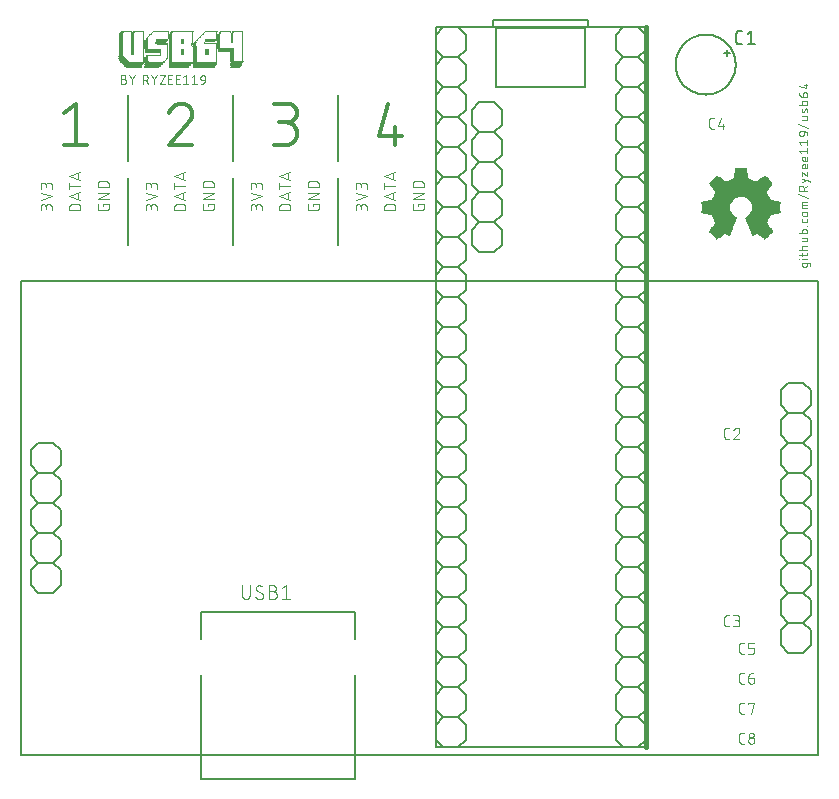
<source format=gbr>
G04 EAGLE Gerber RS-274X export*
G75*
%MOMM*%
%FSLAX34Y34*%
%LPD*%
%INSilkscreen Top*%
%IPPOS*%
%AMOC8*
5,1,8,0,0,1.08239X$1,22.5*%
G01*
%ADD10C,0.152400*%
%ADD11C,0.406400*%
%ADD12C,0.076200*%
%ADD13C,0.304800*%
%ADD14R,1.270000X0.025400*%
%ADD15R,1.219200X0.025400*%
%ADD16R,1.600200X0.025400*%
%ADD17R,1.752600X0.025400*%
%ADD18R,0.812800X0.025400*%
%ADD19R,1.320800X0.025400*%
%ADD20R,1.244600X0.025400*%
%ADD21R,1.625600X0.025400*%
%ADD22R,1.803400X0.025400*%
%ADD23R,0.863600X0.025400*%
%ADD24R,1.346200X0.025400*%
%ADD25R,1.651000X0.025400*%
%ADD26R,1.828800X0.025400*%
%ADD27R,1.397000X0.025400*%
%ADD28R,1.295400X0.025400*%
%ADD29R,1.676400X0.025400*%
%ADD30R,0.889000X0.025400*%
%ADD31R,1.422400X0.025400*%
%ADD32R,1.701800X0.025400*%
%ADD33R,1.854200X0.025400*%
%ADD34R,0.914400X0.025400*%
%ADD35R,1.473200X0.025400*%
%ADD36R,1.727200X0.025400*%
%ADD37R,1.498600X0.025400*%
%ADD38R,1.371600X0.025400*%
%ADD39R,1.879600X0.025400*%
%ADD40R,0.939800X0.025400*%
%ADD41R,1.549400X0.025400*%
%ADD42R,1.778000X0.025400*%
%ADD43R,1.574800X0.025400*%
%ADD44R,1.905000X0.025400*%
%ADD45R,0.965200X0.025400*%
%ADD46R,1.447800X0.025400*%
%ADD47R,1.930400X0.025400*%
%ADD48R,0.990600X0.025400*%
%ADD49R,1.524000X0.025400*%
%ADD50R,1.955800X0.025400*%
%ADD51R,1.016000X0.025400*%
%ADD52R,1.981200X0.025400*%
%ADD53R,1.041400X0.025400*%
%ADD54R,2.006600X0.025400*%
%ADD55R,1.066800X0.025400*%
%ADD56R,2.032000X0.025400*%
%ADD57R,0.279400X0.025400*%
%ADD58R,2.057400X0.025400*%
%ADD59R,1.092200X0.025400*%
%ADD60R,0.762000X0.025400*%
%ADD61R,0.050800X0.025400*%
%ADD62R,0.304800X0.025400*%
%ADD63R,0.076200X0.025400*%
%ADD64R,0.254000X0.025400*%
%ADD65R,0.330200X0.025400*%
%ADD66R,0.736600X0.025400*%
%ADD67R,1.117600X0.025400*%
%ADD68R,0.711200X0.025400*%
%ADD69R,0.685800X0.025400*%
%ADD70R,0.660400X0.025400*%
%ADD71R,0.635000X0.025400*%
%ADD72R,0.609600X0.025400*%
%ADD73R,0.584200X0.025400*%
%ADD74R,0.558800X0.025400*%
%ADD75R,0.533400X0.025400*%
%ADD76R,0.508000X0.025400*%
%ADD77R,0.482600X0.025400*%
%ADD78R,0.457200X0.025400*%
%ADD79R,0.228600X0.025400*%
%ADD80R,0.431800X0.025400*%
%ADD81R,0.203200X0.025400*%
%ADD82R,0.406400X0.025400*%
%ADD83R,0.177800X0.025400*%
%ADD84R,0.381000X0.025400*%
%ADD85R,0.152400X0.025400*%
%ADD86R,0.127000X0.025400*%
%ADD87R,1.168400X0.025400*%
%ADD88R,0.025400X0.025400*%
%ADD89R,0.101600X0.025400*%
%ADD90R,0.838200X0.025400*%
%ADD91R,1.193800X0.025400*%
%ADD92R,0.787400X0.025400*%
%ADD93R,0.035556X0.017781*%
%ADD94R,0.017781X0.017781*%
%ADD95R,0.088900X0.017775*%
%ADD96R,0.142238X0.017781*%
%ADD97R,0.177800X0.017775*%
%ADD98R,0.231138X0.017781*%
%ADD99R,0.266700X0.017781*%
%ADD100R,0.320038X0.017775*%
%ADD101R,0.302256X0.017775*%
%ADD102R,0.355600X0.017781*%
%ADD103R,0.391163X0.017775*%
%ADD104R,0.391156X0.017775*%
%ADD105R,0.444500X0.017781*%
%ADD106R,0.480056X0.017781*%
%ADD107R,0.533400X0.017775*%
%ADD108R,0.568956X0.017781*%
%ADD109R,0.568963X0.017781*%
%ADD110R,0.622300X0.017775*%
%ADD111R,0.657856X0.017781*%
%ADD112R,0.711200X0.017781*%
%ADD113R,0.746756X0.017775*%
%ADD114R,0.800100X0.017781*%
%ADD115R,0.835663X0.017775*%
%ADD116R,0.835656X0.017775*%
%ADD117R,0.889000X0.017781*%
%ADD118R,0.124456X0.017781*%
%ADD119R,0.871219X0.017781*%
%ADD120R,0.924556X0.017781*%
%ADD121R,0.177800X0.017781*%
%ADD122R,0.977900X0.017775*%
%ADD123R,0.213356X0.017775*%
%ADD124R,0.960119X0.017775*%
%ADD125R,1.013456X0.017781*%
%ADD126R,1.013463X0.017781*%
%ADD127R,1.066800X0.017775*%
%ADD128R,0.302262X0.017775*%
%ADD129R,1.049019X0.017775*%
%ADD130R,1.102356X0.017781*%
%ADD131R,0.337819X0.017781*%
%ADD132R,1.137919X0.017781*%
%ADD133R,0.373375X0.017781*%
%ADD134R,0.373381X0.017781*%
%ADD135R,1.617975X0.017775*%
%ADD136R,1.617981X0.017775*%
%ADD137R,1.653538X0.017781*%
%ADD138R,1.671319X0.017775*%
%ADD139R,1.706875X0.017781*%
%ADD140R,1.706881X0.017781*%
%ADD141R,1.724656X0.017781*%
%ADD142R,1.742438X0.017775*%
%ADD143R,1.778000X0.017781*%
%ADD144R,1.795781X0.017775*%
%ADD145R,1.795775X0.017775*%
%ADD146R,1.831338X0.017781*%
%ADD147R,1.849119X0.017775*%
%ADD148R,1.831338X0.017775*%
%ADD149R,1.849119X0.017781*%
%ADD150R,1.813556X0.017775*%
%ADD151R,1.813556X0.017781*%
%ADD152R,1.813563X0.017775*%
%ADD153R,1.795781X0.017781*%
%ADD154R,1.795775X0.017781*%
%ADD155R,1.778000X0.017775*%
%ADD156R,1.760219X0.017775*%
%ADD157R,1.760219X0.017781*%
%ADD158R,1.742438X0.017781*%
%ADD159R,1.724662X0.017781*%
%ADD160R,1.724656X0.017775*%
%ADD161R,1.706875X0.017775*%
%ADD162R,1.706881X0.017775*%
%ADD163R,1.689100X0.017781*%
%ADD164R,1.689100X0.017775*%
%ADD165R,1.671319X0.017781*%
%ADD166R,1.866900X0.017781*%
%ADD167R,1.866900X0.017775*%
%ADD168R,1.884681X0.017775*%
%ADD169R,1.902456X0.017781*%
%ADD170R,1.902456X0.017775*%
%ADD171R,1.938019X0.017781*%
%ADD172R,1.920238X0.017781*%
%ADD173R,1.938019X0.017775*%
%ADD174R,1.955800X0.017775*%
%ADD175R,1.973575X0.017781*%
%ADD176R,1.973581X0.017781*%
%ADD177R,1.973575X0.017775*%
%ADD178R,1.973581X0.017775*%
%ADD179R,1.991356X0.017781*%
%ADD180R,1.991363X0.017781*%
%ADD181R,1.991356X0.017775*%
%ADD182R,1.884675X0.017775*%
%ADD183R,1.884681X0.017781*%
%ADD184R,1.884675X0.017781*%
%ADD185R,1.813563X0.017781*%
%ADD186R,1.991363X0.017775*%
%ADD187R,2.080262X0.017781*%
%ADD188R,2.062475X0.017781*%
%ADD189R,2.151381X0.017781*%
%ADD190R,2.151375X0.017781*%
%ADD191R,2.240275X0.017775*%
%ADD192R,2.240281X0.017775*%
%ADD193R,2.346956X0.017781*%
%ADD194R,2.329175X0.017781*%
%ADD195R,2.418081X0.017775*%
%ADD196R,2.418075X0.017775*%
%ADD197R,2.489200X0.017781*%
%ADD198R,2.506975X0.017781*%
%ADD199R,2.524763X0.017781*%
%ADD200R,2.506981X0.017775*%
%ADD201R,2.506981X0.017781*%
%ADD202R,2.489200X0.017775*%
%ADD203R,2.471419X0.017781*%
%ADD204R,2.471419X0.017775*%
%ADD205R,2.453638X0.017775*%
%ADD206R,2.453638X0.017781*%
%ADD207R,2.435856X0.017775*%
%ADD208R,2.435863X0.017775*%
%ADD209R,2.435856X0.017781*%
%ADD210R,2.435863X0.017781*%
%ADD211R,2.418081X0.017781*%
%ADD212R,2.400300X0.017775*%
%ADD213R,2.400300X0.017781*%
%ADD214R,2.524756X0.017781*%
%ADD215R,2.506975X0.017775*%
%ADD216R,2.382519X0.017775*%
%ADD217R,2.364737X0.017775*%
%ADD218R,2.293619X0.017781*%
%ADD219R,2.204719X0.017781*%
%ADD220R,2.133600X0.017775*%
%ADD221R,2.026919X0.017781*%
%ADD222R,2.044700X0.017781*%
%ADD223R,1.902463X0.017781*%
%ADD224R,1.920238X0.017775*%
%ADD225R,1.955800X0.017781*%
%ADD226R,2.009138X0.017781*%
%ADD227R,2.062481X0.017781*%
%ADD228R,2.115819X0.017775*%
%ADD229R,4.640575X0.017775*%
%ADD230R,4.622800X0.017781*%
%ADD231R,4.587238X0.017775*%
%ADD232R,4.587238X0.017781*%
%ADD233R,4.569456X0.017775*%
%ADD234R,4.551681X0.017781*%
%ADD235R,4.533900X0.017781*%
%ADD236R,4.516119X0.017775*%
%ADD237R,4.498337X0.017781*%
%ADD238R,4.480556X0.017775*%
%ADD239R,4.480556X0.017781*%
%ADD240R,4.445000X0.017781*%
%ADD241R,4.445000X0.017775*%
%ADD242R,4.427219X0.017781*%
%ADD243R,4.409438X0.017775*%
%ADD244R,4.409438X0.017781*%
%ADD245R,4.373881X0.017781*%
%ADD246R,4.373881X0.017775*%
%ADD247R,4.516119X0.017781*%
%ADD248R,4.551681X0.017775*%
%ADD249R,4.605019X0.017775*%
%ADD250R,4.658356X0.017781*%
%ADD251R,4.676138X0.017775*%
%ADD252R,4.693919X0.017781*%
%ADD253R,4.729481X0.017775*%
%ADD254R,4.747256X0.017781*%
%ADD255R,4.765038X0.017781*%
%ADD256R,4.800600X0.017775*%
%ADD257R,4.818375X0.017781*%
%ADD258R,4.836156X0.017775*%
%ADD259R,4.871719X0.017781*%
%ADD260R,4.907281X0.017781*%
%ADD261R,4.925056X0.017775*%
%ADD262R,4.942838X0.017781*%
%ADD263R,4.978400X0.017775*%
%ADD264R,4.996175X0.017781*%
%ADD265R,5.013956X0.017781*%
%ADD266R,5.049519X0.017775*%
%ADD267R,5.049519X0.017781*%
%ADD268R,5.085081X0.017775*%
%ADD269R,5.120637X0.017781*%
%ADD270R,5.138419X0.017781*%
%ADD271R,5.156200X0.017775*%
%ADD272R,5.191756X0.017781*%
%ADD273R,5.209538X0.017775*%
%ADD274R,5.227319X0.017781*%
%ADD275R,5.262881X0.017781*%
%ADD276R,5.298438X0.017775*%
%ADD277R,5.298438X0.017781*%
%ADD278R,5.334000X0.017775*%
%ADD279R,5.334000X0.017781*%
%ADD280R,5.262881X0.017775*%
%ADD281R,1.244600X0.017775*%
%ADD282R,1.191256X0.017781*%
%ADD283R,2.364737X0.017781*%
%ADD284R,1.155700X0.017781*%
%ADD285R,2.275838X0.017781*%
%ADD286R,1.120138X0.017775*%
%ADD287R,2.204719X0.017775*%
%ADD288R,1.102356X0.017775*%
%ADD289R,1.066800X0.017781*%
%ADD290R,2.098038X0.017781*%
%ADD291R,1.031238X0.017775*%
%ADD292R,2.026919X0.017775*%
%ADD293R,0.977900X0.017781*%
%ADD294R,0.942338X0.017781*%
%ADD295R,0.889000X0.017775*%
%ADD296R,0.853438X0.017781*%
%ADD297R,0.800100X0.017775*%
%ADD298R,1.582419X0.017775*%
%ADD299R,0.764538X0.017781*%
%ADD300R,1.493519X0.017781*%
%ADD301R,1.404619X0.017781*%
%ADD302R,0.675638X0.017775*%
%ADD303R,1.315719X0.017775*%
%ADD304R,0.640081X0.017781*%
%ADD305R,1.280156X0.017781*%
%ADD306R,0.622300X0.017781*%
%ADD307R,0.586738X0.017775*%
%ADD308R,1.262375X0.017775*%
%ADD309R,0.551175X0.017781*%
%ADD310R,1.244600X0.017781*%
%ADD311R,0.533400X0.017781*%
%ADD312R,0.497838X0.017781*%
%ADD313R,0.462275X0.017775*%
%ADD314R,0.462281X0.017775*%
%ADD315R,0.408938X0.017781*%
%ADD316R,1.226819X0.017781*%
%ADD317R,0.373381X0.017775*%
%ADD318R,1.209037X0.017775*%
%ADD319R,0.320038X0.017781*%
%ADD320R,1.209037X0.017781*%
%ADD321R,0.284481X0.017781*%
%ADD322R,0.284475X0.017781*%
%ADD323R,0.231138X0.017775*%
%ADD324R,0.195581X0.017781*%
%ADD325R,0.195575X0.017781*%
%ADD326R,0.160019X0.017775*%
%ADD327R,1.173481X0.017775*%
%ADD328R,0.142238X0.017775*%
%ADD329R,0.106675X0.017781*%
%ADD330R,1.173481X0.017781*%
%ADD331R,0.106681X0.017781*%
%ADD332R,0.071119X0.017781*%
%ADD333R,0.053338X0.017781*%
%ADD334R,1.155700X0.017775*%
%ADD335R,1.137919X0.017775*%
%ADD336R,1.084575X0.017775*%
%ADD337R,1.084575X0.017781*%
%ADD338R,1.049019X0.017781*%
%ADD339R,1.031238X0.017781*%
%ADD340R,0.995681X0.017781*%
%ADD341R,0.995681X0.017775*%
%ADD342R,0.960119X0.017781*%
%ADD343R,0.924556X0.017775*%
%ADD344C,0.127000*%
%ADD345C,0.200000*%
%ADD346C,0.101600*%


D10*
X355600Y6350D02*
X533400Y6350D01*
D11*
X533400Y615950D01*
D10*
X484800Y615950D01*
X404200Y615950D02*
X355600Y615950D01*
X355600Y6350D01*
X407000Y565150D02*
X482000Y565150D01*
X482000Y615150D01*
X407000Y615150D01*
X407000Y565150D01*
X404200Y615950D02*
X484800Y615950D01*
X484800Y622300D01*
X404200Y622300D01*
X404200Y615950D01*
X679450Y401000D02*
X679450Y0D01*
X679450Y401000D02*
X4450Y401000D01*
X4450Y0D01*
X679450Y0D01*
D12*
X30632Y460756D02*
X30632Y463367D01*
X30633Y463367D02*
X30631Y463468D01*
X30625Y463569D01*
X30615Y463670D01*
X30602Y463770D01*
X30584Y463870D01*
X30563Y463969D01*
X30537Y464067D01*
X30508Y464164D01*
X30476Y464260D01*
X30439Y464354D01*
X30399Y464447D01*
X30355Y464539D01*
X30308Y464628D01*
X30257Y464716D01*
X30203Y464802D01*
X30146Y464885D01*
X30086Y464967D01*
X30022Y465045D01*
X29956Y465122D01*
X29886Y465195D01*
X29814Y465266D01*
X29739Y465334D01*
X29661Y465399D01*
X29581Y465461D01*
X29499Y465520D01*
X29414Y465576D01*
X29328Y465628D01*
X29239Y465677D01*
X29148Y465723D01*
X29056Y465764D01*
X28962Y465803D01*
X28867Y465837D01*
X28771Y465868D01*
X28673Y465895D01*
X28575Y465919D01*
X28475Y465938D01*
X28375Y465954D01*
X28275Y465966D01*
X28174Y465974D01*
X28073Y465978D01*
X27971Y465978D01*
X27870Y465974D01*
X27769Y465966D01*
X27669Y465954D01*
X27569Y465938D01*
X27469Y465919D01*
X27371Y465895D01*
X27273Y465868D01*
X27177Y465837D01*
X27082Y465803D01*
X26988Y465764D01*
X26896Y465723D01*
X26805Y465677D01*
X26717Y465628D01*
X26630Y465576D01*
X26545Y465520D01*
X26463Y465461D01*
X26383Y465399D01*
X26305Y465334D01*
X26230Y465266D01*
X26158Y465195D01*
X26088Y465122D01*
X26022Y465045D01*
X25958Y464967D01*
X25898Y464885D01*
X25841Y464802D01*
X25787Y464716D01*
X25736Y464628D01*
X25689Y464539D01*
X25645Y464447D01*
X25605Y464354D01*
X25568Y464260D01*
X25536Y464164D01*
X25507Y464067D01*
X25481Y463969D01*
X25460Y463870D01*
X25442Y463770D01*
X25429Y463670D01*
X25419Y463569D01*
X25413Y463468D01*
X25411Y463367D01*
X21234Y463889D02*
X21234Y460756D01*
X21235Y463889D02*
X21237Y463979D01*
X21243Y464068D01*
X21252Y464158D01*
X21266Y464247D01*
X21283Y464335D01*
X21304Y464422D01*
X21329Y464509D01*
X21358Y464594D01*
X21390Y464678D01*
X21425Y464760D01*
X21465Y464841D01*
X21507Y464920D01*
X21553Y464997D01*
X21603Y465072D01*
X21655Y465145D01*
X21711Y465216D01*
X21769Y465284D01*
X21831Y465349D01*
X21895Y465412D01*
X21962Y465472D01*
X22031Y465529D01*
X22103Y465583D01*
X22177Y465634D01*
X22253Y465682D01*
X22331Y465726D01*
X22411Y465767D01*
X22493Y465805D01*
X22576Y465839D01*
X22661Y465869D01*
X22747Y465896D01*
X22833Y465919D01*
X22921Y465938D01*
X23010Y465953D01*
X23099Y465965D01*
X23188Y465973D01*
X23278Y465977D01*
X23368Y465977D01*
X23458Y465973D01*
X23547Y465965D01*
X23636Y465953D01*
X23725Y465938D01*
X23813Y465919D01*
X23899Y465896D01*
X23985Y465869D01*
X24070Y465839D01*
X24153Y465805D01*
X24235Y465767D01*
X24315Y465726D01*
X24393Y465682D01*
X24469Y465634D01*
X24543Y465583D01*
X24615Y465529D01*
X24684Y465472D01*
X24751Y465412D01*
X24815Y465349D01*
X24877Y465284D01*
X24935Y465216D01*
X24991Y465145D01*
X25043Y465072D01*
X25093Y464997D01*
X25139Y464920D01*
X25181Y464841D01*
X25221Y464760D01*
X25256Y464678D01*
X25288Y464594D01*
X25317Y464509D01*
X25342Y464422D01*
X25363Y464335D01*
X25380Y464247D01*
X25394Y464158D01*
X25403Y464068D01*
X25409Y463979D01*
X25411Y463889D01*
X25411Y461800D01*
X21234Y469378D02*
X30632Y472511D01*
X21234Y475643D01*
X30632Y479044D02*
X30632Y481654D01*
X30633Y481654D02*
X30631Y481755D01*
X30625Y481856D01*
X30615Y481957D01*
X30602Y482057D01*
X30584Y482157D01*
X30563Y482256D01*
X30537Y482354D01*
X30508Y482451D01*
X30476Y482547D01*
X30439Y482641D01*
X30399Y482734D01*
X30355Y482826D01*
X30308Y482915D01*
X30257Y483003D01*
X30203Y483089D01*
X30146Y483172D01*
X30086Y483254D01*
X30022Y483332D01*
X29956Y483409D01*
X29886Y483482D01*
X29814Y483553D01*
X29739Y483621D01*
X29661Y483686D01*
X29581Y483748D01*
X29499Y483807D01*
X29414Y483863D01*
X29328Y483915D01*
X29239Y483964D01*
X29148Y484010D01*
X29056Y484051D01*
X28962Y484090D01*
X28867Y484124D01*
X28771Y484155D01*
X28673Y484182D01*
X28575Y484206D01*
X28475Y484225D01*
X28375Y484241D01*
X28275Y484253D01*
X28174Y484261D01*
X28073Y484265D01*
X27971Y484265D01*
X27870Y484261D01*
X27769Y484253D01*
X27669Y484241D01*
X27569Y484225D01*
X27469Y484206D01*
X27371Y484182D01*
X27273Y484155D01*
X27177Y484124D01*
X27082Y484090D01*
X26988Y484051D01*
X26896Y484010D01*
X26805Y483964D01*
X26717Y483915D01*
X26630Y483863D01*
X26545Y483807D01*
X26463Y483748D01*
X26383Y483686D01*
X26305Y483621D01*
X26230Y483553D01*
X26158Y483482D01*
X26088Y483409D01*
X26022Y483332D01*
X25958Y483254D01*
X25898Y483172D01*
X25841Y483089D01*
X25787Y483003D01*
X25736Y482915D01*
X25689Y482826D01*
X25645Y482734D01*
X25605Y482641D01*
X25568Y482547D01*
X25536Y482451D01*
X25507Y482354D01*
X25481Y482256D01*
X25460Y482157D01*
X25442Y482057D01*
X25429Y481957D01*
X25419Y481856D01*
X25413Y481755D01*
X25411Y481654D01*
X21234Y482177D02*
X21234Y479044D01*
X21235Y482177D02*
X21237Y482267D01*
X21243Y482356D01*
X21252Y482446D01*
X21266Y482535D01*
X21283Y482623D01*
X21304Y482710D01*
X21329Y482797D01*
X21358Y482882D01*
X21390Y482966D01*
X21425Y483048D01*
X21465Y483129D01*
X21507Y483208D01*
X21553Y483285D01*
X21603Y483360D01*
X21655Y483433D01*
X21711Y483504D01*
X21769Y483572D01*
X21831Y483637D01*
X21895Y483700D01*
X21962Y483760D01*
X22031Y483817D01*
X22103Y483871D01*
X22177Y483922D01*
X22253Y483970D01*
X22331Y484014D01*
X22411Y484055D01*
X22493Y484093D01*
X22576Y484127D01*
X22661Y484157D01*
X22747Y484184D01*
X22833Y484207D01*
X22921Y484226D01*
X23010Y484241D01*
X23099Y484253D01*
X23188Y484261D01*
X23278Y484265D01*
X23368Y484265D01*
X23458Y484261D01*
X23547Y484253D01*
X23636Y484241D01*
X23725Y484226D01*
X23813Y484207D01*
X23899Y484184D01*
X23985Y484157D01*
X24070Y484127D01*
X24153Y484093D01*
X24235Y484055D01*
X24315Y484014D01*
X24393Y483970D01*
X24469Y483922D01*
X24543Y483871D01*
X24615Y483817D01*
X24684Y483760D01*
X24751Y483700D01*
X24815Y483637D01*
X24877Y483572D01*
X24935Y483504D01*
X24991Y483433D01*
X25043Y483360D01*
X25093Y483285D01*
X25139Y483208D01*
X25181Y483129D01*
X25221Y483048D01*
X25256Y482966D01*
X25288Y482882D01*
X25317Y482797D01*
X25342Y482710D01*
X25363Y482623D01*
X25380Y482535D01*
X25394Y482446D01*
X25403Y482356D01*
X25409Y482267D01*
X25411Y482177D01*
X25411Y480088D01*
X45415Y460756D02*
X54813Y460756D01*
X45415Y460756D02*
X45415Y463367D01*
X45417Y463467D01*
X45423Y463567D01*
X45432Y463666D01*
X45446Y463766D01*
X45463Y463864D01*
X45484Y463962D01*
X45508Y464059D01*
X45537Y464155D01*
X45569Y464250D01*
X45604Y464343D01*
X45643Y464435D01*
X45686Y464526D01*
X45732Y464614D01*
X45782Y464701D01*
X45834Y464786D01*
X45890Y464869D01*
X45949Y464950D01*
X46012Y465028D01*
X46077Y465104D01*
X46145Y465178D01*
X46215Y465248D01*
X46289Y465316D01*
X46365Y465381D01*
X46443Y465444D01*
X46524Y465503D01*
X46607Y465559D01*
X46692Y465611D01*
X46779Y465661D01*
X46867Y465707D01*
X46958Y465750D01*
X47050Y465789D01*
X47143Y465824D01*
X47238Y465856D01*
X47334Y465885D01*
X47431Y465909D01*
X47529Y465930D01*
X47627Y465947D01*
X47727Y465961D01*
X47826Y465970D01*
X47926Y465976D01*
X48026Y465978D01*
X48026Y465977D02*
X52203Y465977D01*
X52203Y465978D02*
X52303Y465976D01*
X52403Y465970D01*
X52502Y465961D01*
X52602Y465947D01*
X52700Y465930D01*
X52798Y465909D01*
X52895Y465885D01*
X52991Y465856D01*
X53086Y465824D01*
X53179Y465789D01*
X53271Y465750D01*
X53362Y465707D01*
X53450Y465661D01*
X53537Y465611D01*
X53622Y465559D01*
X53705Y465503D01*
X53786Y465444D01*
X53864Y465381D01*
X53940Y465316D01*
X54014Y465248D01*
X54084Y465178D01*
X54152Y465104D01*
X54217Y465028D01*
X54280Y464950D01*
X54339Y464869D01*
X54395Y464786D01*
X54447Y464701D01*
X54497Y464614D01*
X54543Y464526D01*
X54586Y464435D01*
X54625Y464343D01*
X54660Y464250D01*
X54692Y464155D01*
X54721Y464059D01*
X54745Y463962D01*
X54766Y463864D01*
X54783Y463766D01*
X54797Y463666D01*
X54806Y463567D01*
X54812Y463467D01*
X54814Y463367D01*
X54813Y463367D02*
X54813Y460756D01*
X54813Y469683D02*
X45415Y472815D01*
X54813Y475948D01*
X52464Y475165D02*
X52464Y470466D01*
X54813Y481350D02*
X45415Y481350D01*
X45415Y483960D02*
X45415Y478739D01*
X45415Y489884D02*
X54813Y486751D01*
X54813Y493017D02*
X45415Y489884D01*
X52464Y492234D02*
X52464Y487535D01*
X73773Y465977D02*
X73773Y464411D01*
X73773Y465977D02*
X78994Y465977D01*
X78994Y462844D01*
X78992Y462755D01*
X78986Y462667D01*
X78977Y462579D01*
X78964Y462491D01*
X78947Y462404D01*
X78927Y462318D01*
X78902Y462233D01*
X78875Y462148D01*
X78843Y462065D01*
X78809Y461984D01*
X78770Y461904D01*
X78729Y461826D01*
X78684Y461749D01*
X78636Y461675D01*
X78585Y461602D01*
X78531Y461532D01*
X78473Y461465D01*
X78413Y461399D01*
X78351Y461337D01*
X78285Y461277D01*
X78218Y461219D01*
X78148Y461165D01*
X78075Y461114D01*
X78001Y461066D01*
X77924Y461021D01*
X77846Y460980D01*
X77766Y460941D01*
X77685Y460907D01*
X77602Y460875D01*
X77517Y460848D01*
X77432Y460823D01*
X77346Y460803D01*
X77259Y460786D01*
X77171Y460773D01*
X77083Y460764D01*
X76995Y460758D01*
X76906Y460756D01*
X71684Y460756D01*
X71593Y460758D01*
X71502Y460764D01*
X71411Y460774D01*
X71321Y460788D01*
X71232Y460806D01*
X71143Y460827D01*
X71056Y460853D01*
X70970Y460882D01*
X70885Y460915D01*
X70801Y460952D01*
X70719Y460992D01*
X70640Y461036D01*
X70562Y461083D01*
X70486Y461134D01*
X70412Y461188D01*
X70341Y461245D01*
X70273Y461305D01*
X70207Y461368D01*
X70144Y461434D01*
X70084Y461502D01*
X70027Y461573D01*
X69973Y461647D01*
X69922Y461723D01*
X69875Y461800D01*
X69831Y461880D01*
X69791Y461962D01*
X69754Y462046D01*
X69721Y462130D01*
X69692Y462217D01*
X69666Y462304D01*
X69645Y462393D01*
X69627Y462482D01*
X69613Y462572D01*
X69603Y462663D01*
X69597Y462754D01*
X69595Y462845D01*
X69596Y462844D02*
X69596Y465977D01*
X69596Y470510D02*
X78994Y470510D01*
X78994Y475731D02*
X69596Y470510D01*
X69596Y475731D02*
X78994Y475731D01*
X78994Y480263D02*
X69596Y480263D01*
X69596Y482874D01*
X69598Y482974D01*
X69604Y483074D01*
X69613Y483173D01*
X69627Y483273D01*
X69644Y483371D01*
X69665Y483469D01*
X69689Y483566D01*
X69718Y483662D01*
X69750Y483757D01*
X69785Y483850D01*
X69824Y483942D01*
X69867Y484033D01*
X69913Y484121D01*
X69963Y484208D01*
X70015Y484293D01*
X70071Y484376D01*
X70130Y484457D01*
X70193Y484535D01*
X70258Y484611D01*
X70326Y484685D01*
X70396Y484755D01*
X70470Y484823D01*
X70546Y484888D01*
X70624Y484951D01*
X70705Y485010D01*
X70788Y485066D01*
X70873Y485118D01*
X70960Y485168D01*
X71048Y485214D01*
X71139Y485257D01*
X71231Y485296D01*
X71324Y485331D01*
X71419Y485363D01*
X71515Y485392D01*
X71612Y485416D01*
X71710Y485437D01*
X71808Y485454D01*
X71908Y485468D01*
X72007Y485477D01*
X72107Y485483D01*
X72207Y485485D01*
X72207Y485484D02*
X76383Y485484D01*
X76383Y485485D02*
X76483Y485483D01*
X76583Y485477D01*
X76682Y485468D01*
X76782Y485454D01*
X76880Y485437D01*
X76978Y485416D01*
X77075Y485392D01*
X77171Y485363D01*
X77266Y485331D01*
X77359Y485296D01*
X77451Y485257D01*
X77542Y485214D01*
X77630Y485168D01*
X77717Y485118D01*
X77802Y485066D01*
X77885Y485010D01*
X77966Y484951D01*
X78044Y484888D01*
X78120Y484823D01*
X78194Y484755D01*
X78264Y484685D01*
X78332Y484611D01*
X78397Y484535D01*
X78460Y484457D01*
X78519Y484376D01*
X78575Y484293D01*
X78627Y484208D01*
X78677Y484121D01*
X78723Y484033D01*
X78766Y483942D01*
X78805Y483850D01*
X78840Y483757D01*
X78872Y483662D01*
X78901Y483566D01*
X78925Y483469D01*
X78946Y483371D01*
X78963Y483273D01*
X78977Y483173D01*
X78986Y483074D01*
X78992Y482974D01*
X78994Y482874D01*
X78994Y480263D01*
X119532Y463367D02*
X119532Y460756D01*
X119533Y463367D02*
X119531Y463468D01*
X119525Y463569D01*
X119515Y463670D01*
X119502Y463770D01*
X119484Y463870D01*
X119463Y463969D01*
X119437Y464067D01*
X119408Y464164D01*
X119376Y464260D01*
X119339Y464354D01*
X119299Y464447D01*
X119255Y464539D01*
X119208Y464628D01*
X119157Y464716D01*
X119103Y464802D01*
X119046Y464885D01*
X118986Y464967D01*
X118922Y465045D01*
X118856Y465122D01*
X118786Y465195D01*
X118714Y465266D01*
X118639Y465334D01*
X118561Y465399D01*
X118481Y465461D01*
X118399Y465520D01*
X118314Y465576D01*
X118228Y465628D01*
X118139Y465677D01*
X118048Y465723D01*
X117956Y465764D01*
X117862Y465803D01*
X117767Y465837D01*
X117671Y465868D01*
X117573Y465895D01*
X117475Y465919D01*
X117375Y465938D01*
X117275Y465954D01*
X117175Y465966D01*
X117074Y465974D01*
X116973Y465978D01*
X116871Y465978D01*
X116770Y465974D01*
X116669Y465966D01*
X116569Y465954D01*
X116469Y465938D01*
X116369Y465919D01*
X116271Y465895D01*
X116173Y465868D01*
X116077Y465837D01*
X115982Y465803D01*
X115888Y465764D01*
X115796Y465723D01*
X115705Y465677D01*
X115617Y465628D01*
X115530Y465576D01*
X115445Y465520D01*
X115363Y465461D01*
X115283Y465399D01*
X115205Y465334D01*
X115130Y465266D01*
X115058Y465195D01*
X114988Y465122D01*
X114922Y465045D01*
X114858Y464967D01*
X114798Y464885D01*
X114741Y464802D01*
X114687Y464716D01*
X114636Y464628D01*
X114589Y464539D01*
X114545Y464447D01*
X114505Y464354D01*
X114468Y464260D01*
X114436Y464164D01*
X114407Y464067D01*
X114381Y463969D01*
X114360Y463870D01*
X114342Y463770D01*
X114329Y463670D01*
X114319Y463569D01*
X114313Y463468D01*
X114311Y463367D01*
X110134Y463889D02*
X110134Y460756D01*
X110135Y463889D02*
X110137Y463979D01*
X110143Y464068D01*
X110152Y464158D01*
X110166Y464247D01*
X110183Y464335D01*
X110204Y464422D01*
X110229Y464509D01*
X110258Y464594D01*
X110290Y464678D01*
X110325Y464760D01*
X110365Y464841D01*
X110407Y464920D01*
X110453Y464997D01*
X110503Y465072D01*
X110555Y465145D01*
X110611Y465216D01*
X110669Y465284D01*
X110731Y465349D01*
X110795Y465412D01*
X110862Y465472D01*
X110931Y465529D01*
X111003Y465583D01*
X111077Y465634D01*
X111153Y465682D01*
X111231Y465726D01*
X111311Y465767D01*
X111393Y465805D01*
X111476Y465839D01*
X111561Y465869D01*
X111647Y465896D01*
X111733Y465919D01*
X111821Y465938D01*
X111910Y465953D01*
X111999Y465965D01*
X112088Y465973D01*
X112178Y465977D01*
X112268Y465977D01*
X112358Y465973D01*
X112447Y465965D01*
X112536Y465953D01*
X112625Y465938D01*
X112713Y465919D01*
X112799Y465896D01*
X112885Y465869D01*
X112970Y465839D01*
X113053Y465805D01*
X113135Y465767D01*
X113215Y465726D01*
X113293Y465682D01*
X113369Y465634D01*
X113443Y465583D01*
X113515Y465529D01*
X113584Y465472D01*
X113651Y465412D01*
X113715Y465349D01*
X113777Y465284D01*
X113835Y465216D01*
X113891Y465145D01*
X113943Y465072D01*
X113993Y464997D01*
X114039Y464920D01*
X114081Y464841D01*
X114121Y464760D01*
X114156Y464678D01*
X114188Y464594D01*
X114217Y464509D01*
X114242Y464422D01*
X114263Y464335D01*
X114280Y464247D01*
X114294Y464158D01*
X114303Y464068D01*
X114309Y463979D01*
X114311Y463889D01*
X114311Y461800D01*
X110134Y469378D02*
X119532Y472511D01*
X110134Y475643D01*
X119532Y479044D02*
X119532Y481654D01*
X119533Y481654D02*
X119531Y481755D01*
X119525Y481856D01*
X119515Y481957D01*
X119502Y482057D01*
X119484Y482157D01*
X119463Y482256D01*
X119437Y482354D01*
X119408Y482451D01*
X119376Y482547D01*
X119339Y482641D01*
X119299Y482734D01*
X119255Y482826D01*
X119208Y482915D01*
X119157Y483003D01*
X119103Y483089D01*
X119046Y483172D01*
X118986Y483254D01*
X118922Y483332D01*
X118856Y483409D01*
X118786Y483482D01*
X118714Y483553D01*
X118639Y483621D01*
X118561Y483686D01*
X118481Y483748D01*
X118399Y483807D01*
X118314Y483863D01*
X118228Y483915D01*
X118139Y483964D01*
X118048Y484010D01*
X117956Y484051D01*
X117862Y484090D01*
X117767Y484124D01*
X117671Y484155D01*
X117573Y484182D01*
X117475Y484206D01*
X117375Y484225D01*
X117275Y484241D01*
X117175Y484253D01*
X117074Y484261D01*
X116973Y484265D01*
X116871Y484265D01*
X116770Y484261D01*
X116669Y484253D01*
X116569Y484241D01*
X116469Y484225D01*
X116369Y484206D01*
X116271Y484182D01*
X116173Y484155D01*
X116077Y484124D01*
X115982Y484090D01*
X115888Y484051D01*
X115796Y484010D01*
X115705Y483964D01*
X115617Y483915D01*
X115530Y483863D01*
X115445Y483807D01*
X115363Y483748D01*
X115283Y483686D01*
X115205Y483621D01*
X115130Y483553D01*
X115058Y483482D01*
X114988Y483409D01*
X114922Y483332D01*
X114858Y483254D01*
X114798Y483172D01*
X114741Y483089D01*
X114687Y483003D01*
X114636Y482915D01*
X114589Y482826D01*
X114545Y482734D01*
X114505Y482641D01*
X114468Y482547D01*
X114436Y482451D01*
X114407Y482354D01*
X114381Y482256D01*
X114360Y482157D01*
X114342Y482057D01*
X114329Y481957D01*
X114319Y481856D01*
X114313Y481755D01*
X114311Y481654D01*
X110134Y482177D02*
X110134Y479044D01*
X110135Y482177D02*
X110137Y482267D01*
X110143Y482356D01*
X110152Y482446D01*
X110166Y482535D01*
X110183Y482623D01*
X110204Y482710D01*
X110229Y482797D01*
X110258Y482882D01*
X110290Y482966D01*
X110325Y483048D01*
X110365Y483129D01*
X110407Y483208D01*
X110453Y483285D01*
X110503Y483360D01*
X110555Y483433D01*
X110611Y483504D01*
X110669Y483572D01*
X110731Y483637D01*
X110795Y483700D01*
X110862Y483760D01*
X110931Y483817D01*
X111003Y483871D01*
X111077Y483922D01*
X111153Y483970D01*
X111231Y484014D01*
X111311Y484055D01*
X111393Y484093D01*
X111476Y484127D01*
X111561Y484157D01*
X111647Y484184D01*
X111733Y484207D01*
X111821Y484226D01*
X111910Y484241D01*
X111999Y484253D01*
X112088Y484261D01*
X112178Y484265D01*
X112268Y484265D01*
X112358Y484261D01*
X112447Y484253D01*
X112536Y484241D01*
X112625Y484226D01*
X112713Y484207D01*
X112799Y484184D01*
X112885Y484157D01*
X112970Y484127D01*
X113053Y484093D01*
X113135Y484055D01*
X113215Y484014D01*
X113293Y483970D01*
X113369Y483922D01*
X113443Y483871D01*
X113515Y483817D01*
X113584Y483760D01*
X113651Y483700D01*
X113715Y483637D01*
X113777Y483572D01*
X113835Y483504D01*
X113891Y483433D01*
X113943Y483360D01*
X113993Y483285D01*
X114039Y483208D01*
X114081Y483129D01*
X114121Y483048D01*
X114156Y482966D01*
X114188Y482882D01*
X114217Y482797D01*
X114242Y482710D01*
X114263Y482623D01*
X114280Y482535D01*
X114294Y482446D01*
X114303Y482356D01*
X114309Y482267D01*
X114311Y482177D01*
X114311Y480088D01*
X134315Y460756D02*
X143713Y460756D01*
X134315Y460756D02*
X134315Y463367D01*
X134317Y463467D01*
X134323Y463567D01*
X134332Y463666D01*
X134346Y463766D01*
X134363Y463864D01*
X134384Y463962D01*
X134408Y464059D01*
X134437Y464155D01*
X134469Y464250D01*
X134504Y464343D01*
X134543Y464435D01*
X134586Y464526D01*
X134632Y464614D01*
X134682Y464701D01*
X134734Y464786D01*
X134790Y464869D01*
X134849Y464950D01*
X134912Y465028D01*
X134977Y465104D01*
X135045Y465178D01*
X135115Y465248D01*
X135189Y465316D01*
X135265Y465381D01*
X135343Y465444D01*
X135424Y465503D01*
X135507Y465559D01*
X135592Y465611D01*
X135679Y465661D01*
X135767Y465707D01*
X135858Y465750D01*
X135950Y465789D01*
X136043Y465824D01*
X136138Y465856D01*
X136234Y465885D01*
X136331Y465909D01*
X136429Y465930D01*
X136527Y465947D01*
X136627Y465961D01*
X136726Y465970D01*
X136826Y465976D01*
X136926Y465978D01*
X136926Y465977D02*
X141103Y465977D01*
X141103Y465978D02*
X141203Y465976D01*
X141303Y465970D01*
X141402Y465961D01*
X141502Y465947D01*
X141600Y465930D01*
X141698Y465909D01*
X141795Y465885D01*
X141891Y465856D01*
X141986Y465824D01*
X142079Y465789D01*
X142171Y465750D01*
X142262Y465707D01*
X142350Y465661D01*
X142437Y465611D01*
X142522Y465559D01*
X142605Y465503D01*
X142686Y465444D01*
X142764Y465381D01*
X142840Y465316D01*
X142914Y465248D01*
X142984Y465178D01*
X143052Y465104D01*
X143117Y465028D01*
X143180Y464950D01*
X143239Y464869D01*
X143295Y464786D01*
X143347Y464701D01*
X143397Y464614D01*
X143443Y464526D01*
X143486Y464435D01*
X143525Y464343D01*
X143560Y464250D01*
X143592Y464155D01*
X143621Y464059D01*
X143645Y463962D01*
X143666Y463864D01*
X143683Y463766D01*
X143697Y463666D01*
X143706Y463567D01*
X143712Y463467D01*
X143714Y463367D01*
X143713Y463367D02*
X143713Y460756D01*
X143713Y469683D02*
X134315Y472815D01*
X143713Y475948D01*
X141364Y475165D02*
X141364Y470466D01*
X143713Y481350D02*
X134315Y481350D01*
X134315Y483960D02*
X134315Y478739D01*
X134315Y489884D02*
X143713Y486751D01*
X143713Y493017D02*
X134315Y489884D01*
X141364Y492234D02*
X141364Y487535D01*
X162673Y465977D02*
X162673Y464411D01*
X162673Y465977D02*
X167894Y465977D01*
X167894Y462844D01*
X167892Y462755D01*
X167886Y462667D01*
X167877Y462579D01*
X167864Y462491D01*
X167847Y462404D01*
X167827Y462318D01*
X167802Y462233D01*
X167775Y462148D01*
X167743Y462065D01*
X167709Y461984D01*
X167670Y461904D01*
X167629Y461826D01*
X167584Y461749D01*
X167536Y461675D01*
X167485Y461602D01*
X167431Y461532D01*
X167373Y461465D01*
X167313Y461399D01*
X167251Y461337D01*
X167185Y461277D01*
X167118Y461219D01*
X167048Y461165D01*
X166975Y461114D01*
X166901Y461066D01*
X166824Y461021D01*
X166746Y460980D01*
X166666Y460941D01*
X166585Y460907D01*
X166502Y460875D01*
X166417Y460848D01*
X166332Y460823D01*
X166246Y460803D01*
X166159Y460786D01*
X166071Y460773D01*
X165983Y460764D01*
X165895Y460758D01*
X165806Y460756D01*
X160584Y460756D01*
X160493Y460758D01*
X160402Y460764D01*
X160311Y460774D01*
X160221Y460788D01*
X160132Y460806D01*
X160043Y460827D01*
X159956Y460853D01*
X159870Y460882D01*
X159785Y460915D01*
X159701Y460952D01*
X159619Y460992D01*
X159540Y461036D01*
X159462Y461083D01*
X159386Y461134D01*
X159312Y461188D01*
X159241Y461245D01*
X159173Y461305D01*
X159107Y461368D01*
X159044Y461434D01*
X158984Y461502D01*
X158927Y461573D01*
X158873Y461647D01*
X158822Y461723D01*
X158775Y461800D01*
X158731Y461880D01*
X158691Y461962D01*
X158654Y462046D01*
X158621Y462130D01*
X158592Y462217D01*
X158566Y462304D01*
X158545Y462393D01*
X158527Y462482D01*
X158513Y462572D01*
X158503Y462663D01*
X158497Y462754D01*
X158495Y462845D01*
X158496Y462844D02*
X158496Y465977D01*
X158496Y470510D02*
X167894Y470510D01*
X167894Y475731D02*
X158496Y470510D01*
X158496Y475731D02*
X167894Y475731D01*
X167894Y480263D02*
X158496Y480263D01*
X158496Y482874D01*
X158498Y482974D01*
X158504Y483074D01*
X158513Y483173D01*
X158527Y483273D01*
X158544Y483371D01*
X158565Y483469D01*
X158589Y483566D01*
X158618Y483662D01*
X158650Y483757D01*
X158685Y483850D01*
X158724Y483942D01*
X158767Y484033D01*
X158813Y484121D01*
X158863Y484208D01*
X158915Y484293D01*
X158971Y484376D01*
X159030Y484457D01*
X159093Y484535D01*
X159158Y484611D01*
X159226Y484685D01*
X159296Y484755D01*
X159370Y484823D01*
X159446Y484888D01*
X159524Y484951D01*
X159605Y485010D01*
X159688Y485066D01*
X159773Y485118D01*
X159860Y485168D01*
X159948Y485214D01*
X160039Y485257D01*
X160131Y485296D01*
X160224Y485331D01*
X160319Y485363D01*
X160415Y485392D01*
X160512Y485416D01*
X160610Y485437D01*
X160708Y485454D01*
X160808Y485468D01*
X160907Y485477D01*
X161007Y485483D01*
X161107Y485485D01*
X161107Y485484D02*
X165283Y485484D01*
X165283Y485485D02*
X165383Y485483D01*
X165483Y485477D01*
X165582Y485468D01*
X165682Y485454D01*
X165780Y485437D01*
X165878Y485416D01*
X165975Y485392D01*
X166071Y485363D01*
X166166Y485331D01*
X166259Y485296D01*
X166351Y485257D01*
X166442Y485214D01*
X166530Y485168D01*
X166617Y485118D01*
X166702Y485066D01*
X166785Y485010D01*
X166866Y484951D01*
X166944Y484888D01*
X167020Y484823D01*
X167094Y484755D01*
X167164Y484685D01*
X167232Y484611D01*
X167297Y484535D01*
X167360Y484457D01*
X167419Y484376D01*
X167475Y484293D01*
X167527Y484208D01*
X167577Y484121D01*
X167623Y484033D01*
X167666Y483942D01*
X167705Y483850D01*
X167740Y483757D01*
X167772Y483662D01*
X167801Y483566D01*
X167825Y483469D01*
X167846Y483371D01*
X167863Y483273D01*
X167877Y483173D01*
X167886Y483074D01*
X167892Y482974D01*
X167894Y482874D01*
X167894Y480263D01*
X208432Y463367D02*
X208432Y460756D01*
X208433Y463367D02*
X208431Y463468D01*
X208425Y463569D01*
X208415Y463670D01*
X208402Y463770D01*
X208384Y463870D01*
X208363Y463969D01*
X208337Y464067D01*
X208308Y464164D01*
X208276Y464260D01*
X208239Y464354D01*
X208199Y464447D01*
X208155Y464539D01*
X208108Y464628D01*
X208057Y464716D01*
X208003Y464802D01*
X207946Y464885D01*
X207886Y464967D01*
X207822Y465045D01*
X207756Y465122D01*
X207686Y465195D01*
X207614Y465266D01*
X207539Y465334D01*
X207461Y465399D01*
X207381Y465461D01*
X207299Y465520D01*
X207214Y465576D01*
X207128Y465628D01*
X207039Y465677D01*
X206948Y465723D01*
X206856Y465764D01*
X206762Y465803D01*
X206667Y465837D01*
X206571Y465868D01*
X206473Y465895D01*
X206375Y465919D01*
X206275Y465938D01*
X206175Y465954D01*
X206075Y465966D01*
X205974Y465974D01*
X205873Y465978D01*
X205771Y465978D01*
X205670Y465974D01*
X205569Y465966D01*
X205469Y465954D01*
X205369Y465938D01*
X205269Y465919D01*
X205171Y465895D01*
X205073Y465868D01*
X204977Y465837D01*
X204882Y465803D01*
X204788Y465764D01*
X204696Y465723D01*
X204605Y465677D01*
X204517Y465628D01*
X204430Y465576D01*
X204345Y465520D01*
X204263Y465461D01*
X204183Y465399D01*
X204105Y465334D01*
X204030Y465266D01*
X203958Y465195D01*
X203888Y465122D01*
X203822Y465045D01*
X203758Y464967D01*
X203698Y464885D01*
X203641Y464802D01*
X203587Y464716D01*
X203536Y464628D01*
X203489Y464539D01*
X203445Y464447D01*
X203405Y464354D01*
X203368Y464260D01*
X203336Y464164D01*
X203307Y464067D01*
X203281Y463969D01*
X203260Y463870D01*
X203242Y463770D01*
X203229Y463670D01*
X203219Y463569D01*
X203213Y463468D01*
X203211Y463367D01*
X199034Y463889D02*
X199034Y460756D01*
X199035Y463889D02*
X199037Y463979D01*
X199043Y464068D01*
X199052Y464158D01*
X199066Y464247D01*
X199083Y464335D01*
X199104Y464422D01*
X199129Y464509D01*
X199158Y464594D01*
X199190Y464678D01*
X199225Y464760D01*
X199265Y464841D01*
X199307Y464920D01*
X199353Y464997D01*
X199403Y465072D01*
X199455Y465145D01*
X199511Y465216D01*
X199569Y465284D01*
X199631Y465349D01*
X199695Y465412D01*
X199762Y465472D01*
X199831Y465529D01*
X199903Y465583D01*
X199977Y465634D01*
X200053Y465682D01*
X200131Y465726D01*
X200211Y465767D01*
X200293Y465805D01*
X200376Y465839D01*
X200461Y465869D01*
X200547Y465896D01*
X200633Y465919D01*
X200721Y465938D01*
X200810Y465953D01*
X200899Y465965D01*
X200988Y465973D01*
X201078Y465977D01*
X201168Y465977D01*
X201258Y465973D01*
X201347Y465965D01*
X201436Y465953D01*
X201525Y465938D01*
X201613Y465919D01*
X201699Y465896D01*
X201785Y465869D01*
X201870Y465839D01*
X201953Y465805D01*
X202035Y465767D01*
X202115Y465726D01*
X202193Y465682D01*
X202269Y465634D01*
X202343Y465583D01*
X202415Y465529D01*
X202484Y465472D01*
X202551Y465412D01*
X202615Y465349D01*
X202677Y465284D01*
X202735Y465216D01*
X202791Y465145D01*
X202843Y465072D01*
X202893Y464997D01*
X202939Y464920D01*
X202981Y464841D01*
X203021Y464760D01*
X203056Y464678D01*
X203088Y464594D01*
X203117Y464509D01*
X203142Y464422D01*
X203163Y464335D01*
X203180Y464247D01*
X203194Y464158D01*
X203203Y464068D01*
X203209Y463979D01*
X203211Y463889D01*
X203211Y461800D01*
X199034Y469378D02*
X208432Y472511D01*
X199034Y475643D01*
X208432Y479044D02*
X208432Y481654D01*
X208433Y481654D02*
X208431Y481755D01*
X208425Y481856D01*
X208415Y481957D01*
X208402Y482057D01*
X208384Y482157D01*
X208363Y482256D01*
X208337Y482354D01*
X208308Y482451D01*
X208276Y482547D01*
X208239Y482641D01*
X208199Y482734D01*
X208155Y482826D01*
X208108Y482915D01*
X208057Y483003D01*
X208003Y483089D01*
X207946Y483172D01*
X207886Y483254D01*
X207822Y483332D01*
X207756Y483409D01*
X207686Y483482D01*
X207614Y483553D01*
X207539Y483621D01*
X207461Y483686D01*
X207381Y483748D01*
X207299Y483807D01*
X207214Y483863D01*
X207128Y483915D01*
X207039Y483964D01*
X206948Y484010D01*
X206856Y484051D01*
X206762Y484090D01*
X206667Y484124D01*
X206571Y484155D01*
X206473Y484182D01*
X206375Y484206D01*
X206275Y484225D01*
X206175Y484241D01*
X206075Y484253D01*
X205974Y484261D01*
X205873Y484265D01*
X205771Y484265D01*
X205670Y484261D01*
X205569Y484253D01*
X205469Y484241D01*
X205369Y484225D01*
X205269Y484206D01*
X205171Y484182D01*
X205073Y484155D01*
X204977Y484124D01*
X204882Y484090D01*
X204788Y484051D01*
X204696Y484010D01*
X204605Y483964D01*
X204517Y483915D01*
X204430Y483863D01*
X204345Y483807D01*
X204263Y483748D01*
X204183Y483686D01*
X204105Y483621D01*
X204030Y483553D01*
X203958Y483482D01*
X203888Y483409D01*
X203822Y483332D01*
X203758Y483254D01*
X203698Y483172D01*
X203641Y483089D01*
X203587Y483003D01*
X203536Y482915D01*
X203489Y482826D01*
X203445Y482734D01*
X203405Y482641D01*
X203368Y482547D01*
X203336Y482451D01*
X203307Y482354D01*
X203281Y482256D01*
X203260Y482157D01*
X203242Y482057D01*
X203229Y481957D01*
X203219Y481856D01*
X203213Y481755D01*
X203211Y481654D01*
X199034Y482177D02*
X199034Y479044D01*
X199035Y482177D02*
X199037Y482267D01*
X199043Y482356D01*
X199052Y482446D01*
X199066Y482535D01*
X199083Y482623D01*
X199104Y482710D01*
X199129Y482797D01*
X199158Y482882D01*
X199190Y482966D01*
X199225Y483048D01*
X199265Y483129D01*
X199307Y483208D01*
X199353Y483285D01*
X199403Y483360D01*
X199455Y483433D01*
X199511Y483504D01*
X199569Y483572D01*
X199631Y483637D01*
X199695Y483700D01*
X199762Y483760D01*
X199831Y483817D01*
X199903Y483871D01*
X199977Y483922D01*
X200053Y483970D01*
X200131Y484014D01*
X200211Y484055D01*
X200293Y484093D01*
X200376Y484127D01*
X200461Y484157D01*
X200547Y484184D01*
X200633Y484207D01*
X200721Y484226D01*
X200810Y484241D01*
X200899Y484253D01*
X200988Y484261D01*
X201078Y484265D01*
X201168Y484265D01*
X201258Y484261D01*
X201347Y484253D01*
X201436Y484241D01*
X201525Y484226D01*
X201613Y484207D01*
X201699Y484184D01*
X201785Y484157D01*
X201870Y484127D01*
X201953Y484093D01*
X202035Y484055D01*
X202115Y484014D01*
X202193Y483970D01*
X202269Y483922D01*
X202343Y483871D01*
X202415Y483817D01*
X202484Y483760D01*
X202551Y483700D01*
X202615Y483637D01*
X202677Y483572D01*
X202735Y483504D01*
X202791Y483433D01*
X202843Y483360D01*
X202893Y483285D01*
X202939Y483208D01*
X202981Y483129D01*
X203021Y483048D01*
X203056Y482966D01*
X203088Y482882D01*
X203117Y482797D01*
X203142Y482710D01*
X203163Y482623D01*
X203180Y482535D01*
X203194Y482446D01*
X203203Y482356D01*
X203209Y482267D01*
X203211Y482177D01*
X203211Y480088D01*
X223215Y460756D02*
X232613Y460756D01*
X223215Y460756D02*
X223215Y463367D01*
X223217Y463467D01*
X223223Y463567D01*
X223232Y463666D01*
X223246Y463766D01*
X223263Y463864D01*
X223284Y463962D01*
X223308Y464059D01*
X223337Y464155D01*
X223369Y464250D01*
X223404Y464343D01*
X223443Y464435D01*
X223486Y464526D01*
X223532Y464614D01*
X223582Y464701D01*
X223634Y464786D01*
X223690Y464869D01*
X223749Y464950D01*
X223812Y465028D01*
X223877Y465104D01*
X223945Y465178D01*
X224015Y465248D01*
X224089Y465316D01*
X224165Y465381D01*
X224243Y465444D01*
X224324Y465503D01*
X224407Y465559D01*
X224492Y465611D01*
X224579Y465661D01*
X224667Y465707D01*
X224758Y465750D01*
X224850Y465789D01*
X224943Y465824D01*
X225038Y465856D01*
X225134Y465885D01*
X225231Y465909D01*
X225329Y465930D01*
X225427Y465947D01*
X225527Y465961D01*
X225626Y465970D01*
X225726Y465976D01*
X225826Y465978D01*
X225826Y465977D02*
X230003Y465977D01*
X230003Y465978D02*
X230103Y465976D01*
X230203Y465970D01*
X230302Y465961D01*
X230402Y465947D01*
X230500Y465930D01*
X230598Y465909D01*
X230695Y465885D01*
X230791Y465856D01*
X230886Y465824D01*
X230979Y465789D01*
X231071Y465750D01*
X231162Y465707D01*
X231250Y465661D01*
X231337Y465611D01*
X231422Y465559D01*
X231505Y465503D01*
X231586Y465444D01*
X231664Y465381D01*
X231740Y465316D01*
X231814Y465248D01*
X231884Y465178D01*
X231952Y465104D01*
X232017Y465028D01*
X232080Y464950D01*
X232139Y464869D01*
X232195Y464786D01*
X232247Y464701D01*
X232297Y464614D01*
X232343Y464526D01*
X232386Y464435D01*
X232425Y464343D01*
X232460Y464250D01*
X232492Y464155D01*
X232521Y464059D01*
X232545Y463962D01*
X232566Y463864D01*
X232583Y463766D01*
X232597Y463666D01*
X232606Y463567D01*
X232612Y463467D01*
X232614Y463367D01*
X232613Y463367D02*
X232613Y460756D01*
X232613Y469683D02*
X223215Y472815D01*
X232613Y475948D01*
X230264Y475165D02*
X230264Y470466D01*
X232613Y481350D02*
X223215Y481350D01*
X223215Y483960D02*
X223215Y478739D01*
X223215Y489884D02*
X232613Y486751D01*
X232613Y493017D02*
X223215Y489884D01*
X230264Y492234D02*
X230264Y487535D01*
X251573Y465977D02*
X251573Y464411D01*
X251573Y465977D02*
X256794Y465977D01*
X256794Y462844D01*
X256792Y462755D01*
X256786Y462667D01*
X256777Y462579D01*
X256764Y462491D01*
X256747Y462404D01*
X256727Y462318D01*
X256702Y462233D01*
X256675Y462148D01*
X256643Y462065D01*
X256609Y461984D01*
X256570Y461904D01*
X256529Y461826D01*
X256484Y461749D01*
X256436Y461675D01*
X256385Y461602D01*
X256331Y461532D01*
X256273Y461465D01*
X256213Y461399D01*
X256151Y461337D01*
X256085Y461277D01*
X256018Y461219D01*
X255948Y461165D01*
X255875Y461114D01*
X255801Y461066D01*
X255724Y461021D01*
X255646Y460980D01*
X255566Y460941D01*
X255485Y460907D01*
X255402Y460875D01*
X255317Y460848D01*
X255232Y460823D01*
X255146Y460803D01*
X255059Y460786D01*
X254971Y460773D01*
X254883Y460764D01*
X254795Y460758D01*
X254706Y460756D01*
X249484Y460756D01*
X249393Y460758D01*
X249302Y460764D01*
X249211Y460774D01*
X249121Y460788D01*
X249032Y460806D01*
X248943Y460827D01*
X248856Y460853D01*
X248770Y460882D01*
X248685Y460915D01*
X248601Y460952D01*
X248519Y460992D01*
X248440Y461036D01*
X248362Y461083D01*
X248286Y461134D01*
X248212Y461188D01*
X248141Y461245D01*
X248073Y461305D01*
X248007Y461368D01*
X247944Y461434D01*
X247884Y461502D01*
X247827Y461573D01*
X247773Y461647D01*
X247722Y461723D01*
X247675Y461800D01*
X247631Y461880D01*
X247591Y461962D01*
X247554Y462046D01*
X247521Y462130D01*
X247492Y462217D01*
X247466Y462304D01*
X247445Y462393D01*
X247427Y462482D01*
X247413Y462572D01*
X247403Y462663D01*
X247397Y462754D01*
X247395Y462845D01*
X247396Y462844D02*
X247396Y465977D01*
X247396Y470510D02*
X256794Y470510D01*
X256794Y475731D02*
X247396Y470510D01*
X247396Y475731D02*
X256794Y475731D01*
X256794Y480263D02*
X247396Y480263D01*
X247396Y482874D01*
X247398Y482974D01*
X247404Y483074D01*
X247413Y483173D01*
X247427Y483273D01*
X247444Y483371D01*
X247465Y483469D01*
X247489Y483566D01*
X247518Y483662D01*
X247550Y483757D01*
X247585Y483850D01*
X247624Y483942D01*
X247667Y484033D01*
X247713Y484121D01*
X247763Y484208D01*
X247815Y484293D01*
X247871Y484376D01*
X247930Y484457D01*
X247993Y484535D01*
X248058Y484611D01*
X248126Y484685D01*
X248196Y484755D01*
X248270Y484823D01*
X248346Y484888D01*
X248424Y484951D01*
X248505Y485010D01*
X248588Y485066D01*
X248673Y485118D01*
X248760Y485168D01*
X248848Y485214D01*
X248939Y485257D01*
X249031Y485296D01*
X249124Y485331D01*
X249219Y485363D01*
X249315Y485392D01*
X249412Y485416D01*
X249510Y485437D01*
X249608Y485454D01*
X249708Y485468D01*
X249807Y485477D01*
X249907Y485483D01*
X250007Y485485D01*
X250007Y485484D02*
X254183Y485484D01*
X254183Y485485D02*
X254283Y485483D01*
X254383Y485477D01*
X254482Y485468D01*
X254582Y485454D01*
X254680Y485437D01*
X254778Y485416D01*
X254875Y485392D01*
X254971Y485363D01*
X255066Y485331D01*
X255159Y485296D01*
X255251Y485257D01*
X255342Y485214D01*
X255430Y485168D01*
X255517Y485118D01*
X255602Y485066D01*
X255685Y485010D01*
X255766Y484951D01*
X255844Y484888D01*
X255920Y484823D01*
X255994Y484755D01*
X256064Y484685D01*
X256132Y484611D01*
X256197Y484535D01*
X256260Y484457D01*
X256319Y484376D01*
X256375Y484293D01*
X256427Y484208D01*
X256477Y484121D01*
X256523Y484033D01*
X256566Y483942D01*
X256605Y483850D01*
X256640Y483757D01*
X256672Y483662D01*
X256701Y483566D01*
X256725Y483469D01*
X256746Y483371D01*
X256763Y483273D01*
X256777Y483173D01*
X256786Y483074D01*
X256792Y482974D01*
X256794Y482874D01*
X256794Y480263D01*
X297332Y463367D02*
X297332Y460756D01*
X297333Y463367D02*
X297331Y463468D01*
X297325Y463569D01*
X297315Y463670D01*
X297302Y463770D01*
X297284Y463870D01*
X297263Y463969D01*
X297237Y464067D01*
X297208Y464164D01*
X297176Y464260D01*
X297139Y464354D01*
X297099Y464447D01*
X297055Y464539D01*
X297008Y464628D01*
X296957Y464716D01*
X296903Y464802D01*
X296846Y464885D01*
X296786Y464967D01*
X296722Y465045D01*
X296656Y465122D01*
X296586Y465195D01*
X296514Y465266D01*
X296439Y465334D01*
X296361Y465399D01*
X296281Y465461D01*
X296199Y465520D01*
X296114Y465576D01*
X296028Y465628D01*
X295939Y465677D01*
X295848Y465723D01*
X295756Y465764D01*
X295662Y465803D01*
X295567Y465837D01*
X295471Y465868D01*
X295373Y465895D01*
X295275Y465919D01*
X295175Y465938D01*
X295075Y465954D01*
X294975Y465966D01*
X294874Y465974D01*
X294773Y465978D01*
X294671Y465978D01*
X294570Y465974D01*
X294469Y465966D01*
X294369Y465954D01*
X294269Y465938D01*
X294169Y465919D01*
X294071Y465895D01*
X293973Y465868D01*
X293877Y465837D01*
X293782Y465803D01*
X293688Y465764D01*
X293596Y465723D01*
X293505Y465677D01*
X293417Y465628D01*
X293330Y465576D01*
X293245Y465520D01*
X293163Y465461D01*
X293083Y465399D01*
X293005Y465334D01*
X292930Y465266D01*
X292858Y465195D01*
X292788Y465122D01*
X292722Y465045D01*
X292658Y464967D01*
X292598Y464885D01*
X292541Y464802D01*
X292487Y464716D01*
X292436Y464628D01*
X292389Y464539D01*
X292345Y464447D01*
X292305Y464354D01*
X292268Y464260D01*
X292236Y464164D01*
X292207Y464067D01*
X292181Y463969D01*
X292160Y463870D01*
X292142Y463770D01*
X292129Y463670D01*
X292119Y463569D01*
X292113Y463468D01*
X292111Y463367D01*
X287934Y463889D02*
X287934Y460756D01*
X287935Y463889D02*
X287937Y463979D01*
X287943Y464068D01*
X287952Y464158D01*
X287966Y464247D01*
X287983Y464335D01*
X288004Y464422D01*
X288029Y464509D01*
X288058Y464594D01*
X288090Y464678D01*
X288125Y464760D01*
X288165Y464841D01*
X288207Y464920D01*
X288253Y464997D01*
X288303Y465072D01*
X288355Y465145D01*
X288411Y465216D01*
X288469Y465284D01*
X288531Y465349D01*
X288595Y465412D01*
X288662Y465472D01*
X288731Y465529D01*
X288803Y465583D01*
X288877Y465634D01*
X288953Y465682D01*
X289031Y465726D01*
X289111Y465767D01*
X289193Y465805D01*
X289276Y465839D01*
X289361Y465869D01*
X289447Y465896D01*
X289533Y465919D01*
X289621Y465938D01*
X289710Y465953D01*
X289799Y465965D01*
X289888Y465973D01*
X289978Y465977D01*
X290068Y465977D01*
X290158Y465973D01*
X290247Y465965D01*
X290336Y465953D01*
X290425Y465938D01*
X290513Y465919D01*
X290599Y465896D01*
X290685Y465869D01*
X290770Y465839D01*
X290853Y465805D01*
X290935Y465767D01*
X291015Y465726D01*
X291093Y465682D01*
X291169Y465634D01*
X291243Y465583D01*
X291315Y465529D01*
X291384Y465472D01*
X291451Y465412D01*
X291515Y465349D01*
X291577Y465284D01*
X291635Y465216D01*
X291691Y465145D01*
X291743Y465072D01*
X291793Y464997D01*
X291839Y464920D01*
X291881Y464841D01*
X291921Y464760D01*
X291956Y464678D01*
X291988Y464594D01*
X292017Y464509D01*
X292042Y464422D01*
X292063Y464335D01*
X292080Y464247D01*
X292094Y464158D01*
X292103Y464068D01*
X292109Y463979D01*
X292111Y463889D01*
X292111Y461800D01*
X287934Y469378D02*
X297332Y472511D01*
X287934Y475643D01*
X297332Y479044D02*
X297332Y481654D01*
X297333Y481654D02*
X297331Y481755D01*
X297325Y481856D01*
X297315Y481957D01*
X297302Y482057D01*
X297284Y482157D01*
X297263Y482256D01*
X297237Y482354D01*
X297208Y482451D01*
X297176Y482547D01*
X297139Y482641D01*
X297099Y482734D01*
X297055Y482826D01*
X297008Y482915D01*
X296957Y483003D01*
X296903Y483089D01*
X296846Y483172D01*
X296786Y483254D01*
X296722Y483332D01*
X296656Y483409D01*
X296586Y483482D01*
X296514Y483553D01*
X296439Y483621D01*
X296361Y483686D01*
X296281Y483748D01*
X296199Y483807D01*
X296114Y483863D01*
X296028Y483915D01*
X295939Y483964D01*
X295848Y484010D01*
X295756Y484051D01*
X295662Y484090D01*
X295567Y484124D01*
X295471Y484155D01*
X295373Y484182D01*
X295275Y484206D01*
X295175Y484225D01*
X295075Y484241D01*
X294975Y484253D01*
X294874Y484261D01*
X294773Y484265D01*
X294671Y484265D01*
X294570Y484261D01*
X294469Y484253D01*
X294369Y484241D01*
X294269Y484225D01*
X294169Y484206D01*
X294071Y484182D01*
X293973Y484155D01*
X293877Y484124D01*
X293782Y484090D01*
X293688Y484051D01*
X293596Y484010D01*
X293505Y483964D01*
X293417Y483915D01*
X293330Y483863D01*
X293245Y483807D01*
X293163Y483748D01*
X293083Y483686D01*
X293005Y483621D01*
X292930Y483553D01*
X292858Y483482D01*
X292788Y483409D01*
X292722Y483332D01*
X292658Y483254D01*
X292598Y483172D01*
X292541Y483089D01*
X292487Y483003D01*
X292436Y482915D01*
X292389Y482826D01*
X292345Y482734D01*
X292305Y482641D01*
X292268Y482547D01*
X292236Y482451D01*
X292207Y482354D01*
X292181Y482256D01*
X292160Y482157D01*
X292142Y482057D01*
X292129Y481957D01*
X292119Y481856D01*
X292113Y481755D01*
X292111Y481654D01*
X287934Y482177D02*
X287934Y479044D01*
X287935Y482177D02*
X287937Y482267D01*
X287943Y482356D01*
X287952Y482446D01*
X287966Y482535D01*
X287983Y482623D01*
X288004Y482710D01*
X288029Y482797D01*
X288058Y482882D01*
X288090Y482966D01*
X288125Y483048D01*
X288165Y483129D01*
X288207Y483208D01*
X288253Y483285D01*
X288303Y483360D01*
X288355Y483433D01*
X288411Y483504D01*
X288469Y483572D01*
X288531Y483637D01*
X288595Y483700D01*
X288662Y483760D01*
X288731Y483817D01*
X288803Y483871D01*
X288877Y483922D01*
X288953Y483970D01*
X289031Y484014D01*
X289111Y484055D01*
X289193Y484093D01*
X289276Y484127D01*
X289361Y484157D01*
X289447Y484184D01*
X289533Y484207D01*
X289621Y484226D01*
X289710Y484241D01*
X289799Y484253D01*
X289888Y484261D01*
X289978Y484265D01*
X290068Y484265D01*
X290158Y484261D01*
X290247Y484253D01*
X290336Y484241D01*
X290425Y484226D01*
X290513Y484207D01*
X290599Y484184D01*
X290685Y484157D01*
X290770Y484127D01*
X290853Y484093D01*
X290935Y484055D01*
X291015Y484014D01*
X291093Y483970D01*
X291169Y483922D01*
X291243Y483871D01*
X291315Y483817D01*
X291384Y483760D01*
X291451Y483700D01*
X291515Y483637D01*
X291577Y483572D01*
X291635Y483504D01*
X291691Y483433D01*
X291743Y483360D01*
X291793Y483285D01*
X291839Y483208D01*
X291881Y483129D01*
X291921Y483048D01*
X291956Y482966D01*
X291988Y482882D01*
X292017Y482797D01*
X292042Y482710D01*
X292063Y482623D01*
X292080Y482535D01*
X292094Y482446D01*
X292103Y482356D01*
X292109Y482267D01*
X292111Y482177D01*
X292111Y480088D01*
X312115Y460756D02*
X321513Y460756D01*
X312115Y460756D02*
X312115Y463367D01*
X312117Y463467D01*
X312123Y463567D01*
X312132Y463666D01*
X312146Y463766D01*
X312163Y463864D01*
X312184Y463962D01*
X312208Y464059D01*
X312237Y464155D01*
X312269Y464250D01*
X312304Y464343D01*
X312343Y464435D01*
X312386Y464526D01*
X312432Y464614D01*
X312482Y464701D01*
X312534Y464786D01*
X312590Y464869D01*
X312649Y464950D01*
X312712Y465028D01*
X312777Y465104D01*
X312845Y465178D01*
X312915Y465248D01*
X312989Y465316D01*
X313065Y465381D01*
X313143Y465444D01*
X313224Y465503D01*
X313307Y465559D01*
X313392Y465611D01*
X313479Y465661D01*
X313567Y465707D01*
X313658Y465750D01*
X313750Y465789D01*
X313843Y465824D01*
X313938Y465856D01*
X314034Y465885D01*
X314131Y465909D01*
X314229Y465930D01*
X314327Y465947D01*
X314427Y465961D01*
X314526Y465970D01*
X314626Y465976D01*
X314726Y465978D01*
X314726Y465977D02*
X318903Y465977D01*
X318903Y465978D02*
X319003Y465976D01*
X319103Y465970D01*
X319202Y465961D01*
X319302Y465947D01*
X319400Y465930D01*
X319498Y465909D01*
X319595Y465885D01*
X319691Y465856D01*
X319786Y465824D01*
X319879Y465789D01*
X319971Y465750D01*
X320062Y465707D01*
X320150Y465661D01*
X320237Y465611D01*
X320322Y465559D01*
X320405Y465503D01*
X320486Y465444D01*
X320564Y465381D01*
X320640Y465316D01*
X320714Y465248D01*
X320784Y465178D01*
X320852Y465104D01*
X320917Y465028D01*
X320980Y464950D01*
X321039Y464869D01*
X321095Y464786D01*
X321147Y464701D01*
X321197Y464614D01*
X321243Y464526D01*
X321286Y464435D01*
X321325Y464343D01*
X321360Y464250D01*
X321392Y464155D01*
X321421Y464059D01*
X321445Y463962D01*
X321466Y463864D01*
X321483Y463766D01*
X321497Y463666D01*
X321506Y463567D01*
X321512Y463467D01*
X321514Y463367D01*
X321513Y463367D02*
X321513Y460756D01*
X321513Y469683D02*
X312115Y472815D01*
X321513Y475948D01*
X319164Y475165D02*
X319164Y470466D01*
X321513Y481350D02*
X312115Y481350D01*
X312115Y483960D02*
X312115Y478739D01*
X312115Y489884D02*
X321513Y486751D01*
X321513Y493017D02*
X312115Y489884D01*
X319164Y492234D02*
X319164Y487535D01*
X340473Y465977D02*
X340473Y464411D01*
X340473Y465977D02*
X345694Y465977D01*
X345694Y462844D01*
X345692Y462755D01*
X345686Y462667D01*
X345677Y462579D01*
X345664Y462491D01*
X345647Y462404D01*
X345627Y462318D01*
X345602Y462233D01*
X345575Y462148D01*
X345543Y462065D01*
X345509Y461984D01*
X345470Y461904D01*
X345429Y461826D01*
X345384Y461749D01*
X345336Y461675D01*
X345285Y461602D01*
X345231Y461532D01*
X345173Y461465D01*
X345113Y461399D01*
X345051Y461337D01*
X344985Y461277D01*
X344918Y461219D01*
X344848Y461165D01*
X344775Y461114D01*
X344701Y461066D01*
X344624Y461021D01*
X344546Y460980D01*
X344466Y460941D01*
X344385Y460907D01*
X344302Y460875D01*
X344217Y460848D01*
X344132Y460823D01*
X344046Y460803D01*
X343959Y460786D01*
X343871Y460773D01*
X343783Y460764D01*
X343695Y460758D01*
X343606Y460756D01*
X338384Y460756D01*
X338293Y460758D01*
X338202Y460764D01*
X338111Y460774D01*
X338021Y460788D01*
X337932Y460806D01*
X337843Y460827D01*
X337756Y460853D01*
X337670Y460882D01*
X337585Y460915D01*
X337501Y460952D01*
X337419Y460992D01*
X337340Y461036D01*
X337262Y461083D01*
X337186Y461134D01*
X337112Y461188D01*
X337041Y461245D01*
X336973Y461305D01*
X336907Y461368D01*
X336844Y461434D01*
X336784Y461502D01*
X336727Y461573D01*
X336673Y461647D01*
X336622Y461723D01*
X336575Y461800D01*
X336531Y461880D01*
X336491Y461962D01*
X336454Y462046D01*
X336421Y462130D01*
X336392Y462217D01*
X336366Y462304D01*
X336345Y462393D01*
X336327Y462482D01*
X336313Y462572D01*
X336303Y462663D01*
X336297Y462754D01*
X336295Y462845D01*
X336296Y462844D02*
X336296Y465977D01*
X336296Y470510D02*
X345694Y470510D01*
X345694Y475731D02*
X336296Y470510D01*
X336296Y475731D02*
X345694Y475731D01*
X345694Y480263D02*
X336296Y480263D01*
X336296Y482874D01*
X336298Y482974D01*
X336304Y483074D01*
X336313Y483173D01*
X336327Y483273D01*
X336344Y483371D01*
X336365Y483469D01*
X336389Y483566D01*
X336418Y483662D01*
X336450Y483757D01*
X336485Y483850D01*
X336524Y483942D01*
X336567Y484033D01*
X336613Y484121D01*
X336663Y484208D01*
X336715Y484293D01*
X336771Y484376D01*
X336830Y484457D01*
X336893Y484535D01*
X336958Y484611D01*
X337026Y484685D01*
X337096Y484755D01*
X337170Y484823D01*
X337246Y484888D01*
X337324Y484951D01*
X337405Y485010D01*
X337488Y485066D01*
X337573Y485118D01*
X337660Y485168D01*
X337748Y485214D01*
X337839Y485257D01*
X337931Y485296D01*
X338024Y485331D01*
X338119Y485363D01*
X338215Y485392D01*
X338312Y485416D01*
X338410Y485437D01*
X338508Y485454D01*
X338608Y485468D01*
X338707Y485477D01*
X338807Y485483D01*
X338907Y485485D01*
X338907Y485484D02*
X343083Y485484D01*
X343083Y485485D02*
X343183Y485483D01*
X343283Y485477D01*
X343382Y485468D01*
X343482Y485454D01*
X343580Y485437D01*
X343678Y485416D01*
X343775Y485392D01*
X343871Y485363D01*
X343966Y485331D01*
X344059Y485296D01*
X344151Y485257D01*
X344242Y485214D01*
X344330Y485168D01*
X344417Y485118D01*
X344502Y485066D01*
X344585Y485010D01*
X344666Y484951D01*
X344744Y484888D01*
X344820Y484823D01*
X344894Y484755D01*
X344964Y484685D01*
X345032Y484611D01*
X345097Y484535D01*
X345160Y484457D01*
X345219Y484376D01*
X345275Y484293D01*
X345327Y484208D01*
X345377Y484121D01*
X345423Y484033D01*
X345466Y483942D01*
X345505Y483850D01*
X345540Y483757D01*
X345572Y483662D01*
X345601Y483566D01*
X345625Y483469D01*
X345646Y483371D01*
X345663Y483273D01*
X345677Y483173D01*
X345686Y483074D01*
X345692Y482974D01*
X345694Y482874D01*
X345694Y480263D01*
D13*
X50800Y550926D02*
X41063Y543137D01*
X50800Y550926D02*
X50800Y515874D01*
X41063Y515874D02*
X60537Y515874D01*
X140674Y550926D02*
X140886Y550923D01*
X141097Y550916D01*
X141309Y550903D01*
X141520Y550885D01*
X141730Y550862D01*
X141940Y550834D01*
X142149Y550801D01*
X142358Y550763D01*
X142565Y550720D01*
X142771Y550671D01*
X142976Y550618D01*
X143180Y550560D01*
X143382Y550497D01*
X143583Y550429D01*
X143781Y550357D01*
X143978Y550279D01*
X144174Y550197D01*
X144367Y550110D01*
X144558Y550018D01*
X144746Y549922D01*
X144933Y549822D01*
X145116Y549716D01*
X145298Y549607D01*
X145476Y549493D01*
X145652Y549375D01*
X145825Y549252D01*
X145995Y549126D01*
X146161Y548995D01*
X146325Y548861D01*
X146485Y548722D01*
X146642Y548580D01*
X146795Y548434D01*
X146945Y548284D01*
X147091Y548131D01*
X147233Y547974D01*
X147372Y547814D01*
X147506Y547650D01*
X147637Y547484D01*
X147763Y547314D01*
X147886Y547141D01*
X148004Y546965D01*
X148118Y546787D01*
X148227Y546605D01*
X148333Y546422D01*
X148433Y546235D01*
X148529Y546047D01*
X148621Y545856D01*
X148708Y545663D01*
X148790Y545467D01*
X148868Y545270D01*
X148940Y545072D01*
X149008Y544871D01*
X149071Y544669D01*
X149129Y544465D01*
X149182Y544260D01*
X149231Y544054D01*
X149274Y543847D01*
X149312Y543638D01*
X149345Y543429D01*
X149373Y543219D01*
X149396Y543009D01*
X149414Y542798D01*
X149427Y542586D01*
X149434Y542375D01*
X149437Y542163D01*
X140674Y550926D02*
X140402Y550923D01*
X140130Y550913D01*
X139858Y550896D01*
X139587Y550873D01*
X139316Y550844D01*
X139046Y550808D01*
X138777Y550765D01*
X138509Y550716D01*
X138243Y550660D01*
X137978Y550598D01*
X137714Y550530D01*
X137452Y550455D01*
X137193Y550374D01*
X136935Y550287D01*
X136679Y550193D01*
X136426Y550094D01*
X136175Y549988D01*
X135926Y549876D01*
X135681Y549758D01*
X135438Y549635D01*
X135199Y549505D01*
X134963Y549370D01*
X134730Y549229D01*
X134500Y549082D01*
X134274Y548930D01*
X134052Y548773D01*
X133834Y548610D01*
X133620Y548442D01*
X133410Y548269D01*
X133204Y548091D01*
X133002Y547908D01*
X132805Y547720D01*
X132613Y547527D01*
X132425Y547330D01*
X132242Y547128D01*
X132065Y546922D01*
X131892Y546712D01*
X131724Y546497D01*
X131561Y546279D01*
X131404Y546056D01*
X131252Y545830D01*
X131106Y545601D01*
X130965Y545368D01*
X130830Y545131D01*
X130701Y544892D01*
X130578Y544649D01*
X130460Y544403D01*
X130349Y544155D01*
X130243Y543904D01*
X130144Y543650D01*
X130051Y543395D01*
X129964Y543137D01*
X146516Y535347D02*
X146681Y535509D01*
X146843Y535674D01*
X147000Y535843D01*
X147153Y536016D01*
X147301Y536193D01*
X147446Y536373D01*
X147585Y536557D01*
X147721Y536744D01*
X147851Y536935D01*
X147977Y537128D01*
X148098Y537325D01*
X148215Y537525D01*
X148326Y537727D01*
X148432Y537932D01*
X148534Y538140D01*
X148630Y538350D01*
X148721Y538562D01*
X148807Y538776D01*
X148887Y538993D01*
X148962Y539211D01*
X149032Y539431D01*
X149096Y539653D01*
X149155Y539877D01*
X149208Y540101D01*
X149256Y540327D01*
X149298Y540554D01*
X149335Y540782D01*
X149366Y541011D01*
X149392Y541241D01*
X149412Y541471D01*
X149426Y541701D01*
X149434Y541932D01*
X149437Y542163D01*
X146516Y535347D02*
X129963Y515874D01*
X149437Y515874D01*
X218863Y515874D02*
X228600Y515874D01*
X228837Y515877D01*
X229074Y515886D01*
X229311Y515900D01*
X229547Y515920D01*
X229783Y515946D01*
X230018Y515978D01*
X230252Y516015D01*
X230485Y516058D01*
X230717Y516107D01*
X230948Y516161D01*
X231177Y516221D01*
X231405Y516287D01*
X231631Y516358D01*
X231856Y516434D01*
X232078Y516516D01*
X232299Y516604D01*
X232517Y516697D01*
X232733Y516795D01*
X232946Y516898D01*
X233157Y517006D01*
X233365Y517120D01*
X233571Y517238D01*
X233773Y517362D01*
X233973Y517490D01*
X234169Y517624D01*
X234362Y517762D01*
X234551Y517904D01*
X234737Y518051D01*
X234919Y518203D01*
X235098Y518359D01*
X235272Y518520D01*
X235443Y518684D01*
X235610Y518853D01*
X235772Y519025D01*
X235930Y519202D01*
X236084Y519383D01*
X236234Y519567D01*
X236379Y519754D01*
X236519Y519945D01*
X236655Y520140D01*
X236785Y520338D01*
X236911Y520539D01*
X237032Y520743D01*
X237149Y520949D01*
X237260Y521159D01*
X237365Y521371D01*
X237466Y521586D01*
X237561Y521803D01*
X237651Y522022D01*
X237736Y522244D01*
X237815Y522467D01*
X237889Y522692D01*
X237958Y522920D01*
X238020Y523148D01*
X238078Y523378D01*
X238129Y523610D01*
X238175Y523842D01*
X238215Y524076D01*
X238250Y524311D01*
X238279Y524546D01*
X238302Y524782D01*
X238319Y525019D01*
X238331Y525255D01*
X238336Y525492D01*
X238336Y525730D01*
X238331Y525967D01*
X238319Y526203D01*
X238302Y526440D01*
X238279Y526676D01*
X238250Y526911D01*
X238215Y527146D01*
X238175Y527380D01*
X238129Y527612D01*
X238078Y527844D01*
X238020Y528074D01*
X237958Y528302D01*
X237889Y528530D01*
X237815Y528755D01*
X237736Y528978D01*
X237651Y529200D01*
X237561Y529419D01*
X237466Y529636D01*
X237365Y529851D01*
X237260Y530063D01*
X237149Y530273D01*
X237032Y530480D01*
X236911Y530683D01*
X236785Y530884D01*
X236655Y531082D01*
X236519Y531277D01*
X236379Y531468D01*
X236234Y531655D01*
X236084Y531839D01*
X235930Y532020D01*
X235772Y532197D01*
X235610Y532369D01*
X235443Y532538D01*
X235272Y532702D01*
X235098Y532863D01*
X234919Y533019D01*
X234737Y533171D01*
X234551Y533318D01*
X234362Y533460D01*
X234169Y533598D01*
X233973Y533732D01*
X233773Y533860D01*
X233571Y533984D01*
X233365Y534102D01*
X233157Y534216D01*
X232946Y534324D01*
X232733Y534427D01*
X232517Y534525D01*
X232299Y534618D01*
X232078Y534706D01*
X231856Y534788D01*
X231631Y534864D01*
X231405Y534935D01*
X231177Y535001D01*
X230948Y535061D01*
X230717Y535115D01*
X230485Y535164D01*
X230252Y535207D01*
X230018Y535244D01*
X229783Y535276D01*
X229547Y535302D01*
X229311Y535322D01*
X229074Y535336D01*
X228837Y535345D01*
X228600Y535348D01*
X230547Y550926D02*
X218863Y550926D01*
X230547Y550926D02*
X230737Y550924D01*
X230926Y550917D01*
X231116Y550905D01*
X231305Y550889D01*
X231493Y550868D01*
X231681Y550843D01*
X231868Y550813D01*
X232055Y550779D01*
X232241Y550740D01*
X232425Y550696D01*
X232609Y550648D01*
X232791Y550596D01*
X232972Y550539D01*
X233151Y550478D01*
X233329Y550412D01*
X233506Y550342D01*
X233680Y550268D01*
X233853Y550190D01*
X234024Y550107D01*
X234193Y550020D01*
X234359Y549929D01*
X234523Y549835D01*
X234685Y549736D01*
X234845Y549633D01*
X235002Y549526D01*
X235156Y549416D01*
X235307Y549302D01*
X235456Y549184D01*
X235602Y549063D01*
X235745Y548938D01*
X235884Y548810D01*
X236021Y548678D01*
X236154Y548543D01*
X236284Y548405D01*
X236411Y548264D01*
X236534Y548119D01*
X236654Y547972D01*
X236769Y547822D01*
X236882Y547669D01*
X236990Y547513D01*
X237095Y547355D01*
X237196Y547195D01*
X237292Y547032D01*
X237385Y546866D01*
X237474Y546698D01*
X237559Y546529D01*
X237639Y546357D01*
X237716Y546183D01*
X237788Y546008D01*
X237855Y545831D01*
X237919Y545652D01*
X237978Y545472D01*
X238033Y545290D01*
X238083Y545107D01*
X238128Y544923D01*
X238170Y544738D01*
X238206Y544552D01*
X238239Y544365D01*
X238266Y544177D01*
X238289Y543989D01*
X238308Y543800D01*
X238322Y543611D01*
X238331Y543421D01*
X238335Y543232D01*
X238335Y543042D01*
X238331Y542853D01*
X238322Y542663D01*
X238308Y542474D01*
X238289Y542285D01*
X238266Y542097D01*
X238239Y541909D01*
X238206Y541722D01*
X238170Y541536D01*
X238128Y541351D01*
X238083Y541167D01*
X238033Y540984D01*
X237978Y540802D01*
X237919Y540622D01*
X237855Y540443D01*
X237788Y540266D01*
X237716Y540091D01*
X237639Y539917D01*
X237559Y539745D01*
X237474Y539576D01*
X237385Y539408D01*
X237292Y539243D01*
X237196Y539079D01*
X237095Y538919D01*
X236990Y538761D01*
X236882Y538605D01*
X236769Y538452D01*
X236654Y538302D01*
X236534Y538155D01*
X236411Y538010D01*
X236284Y537869D01*
X236154Y537731D01*
X236021Y537596D01*
X235884Y537464D01*
X235745Y537336D01*
X235602Y537211D01*
X235456Y537090D01*
X235307Y536972D01*
X235156Y536858D01*
X235002Y536748D01*
X234845Y536641D01*
X234685Y536538D01*
X234523Y536439D01*
X234359Y536345D01*
X234193Y536254D01*
X234024Y536167D01*
X233853Y536084D01*
X233680Y536006D01*
X233506Y535932D01*
X233329Y535862D01*
X233151Y535796D01*
X232972Y535735D01*
X232791Y535678D01*
X232609Y535626D01*
X232425Y535578D01*
X232241Y535534D01*
X232055Y535495D01*
X231868Y535461D01*
X231681Y535431D01*
X231493Y535406D01*
X231305Y535385D01*
X231116Y535369D01*
X230926Y535357D01*
X230737Y535350D01*
X230547Y535348D01*
X230547Y535347D02*
X222758Y535347D01*
X307763Y523663D02*
X315553Y550926D01*
X307763Y523663D02*
X327237Y523663D01*
X321395Y515874D02*
X321395Y531453D01*
D10*
X95250Y487800D02*
X95250Y431800D01*
X95250Y502800D02*
X95250Y558800D01*
X184150Y487800D02*
X184150Y431800D01*
X184150Y502800D02*
X184150Y558800D01*
X273050Y487800D02*
X273050Y431800D01*
X273050Y502800D02*
X273050Y558800D01*
D14*
X99949Y581152D03*
D15*
X115443Y581152D03*
D16*
X137922Y581152D03*
D17*
X159512Y581152D03*
D18*
X186055Y581152D03*
D19*
X99949Y581406D03*
D20*
X115570Y581406D03*
D21*
X138049Y581406D03*
D22*
X159512Y581406D03*
D23*
X186055Y581406D03*
D24*
X99822Y581660D03*
D14*
X115697Y581660D03*
D25*
X138176Y581660D03*
D26*
X159639Y581660D03*
D23*
X186055Y581660D03*
D27*
X99822Y581914D03*
D28*
X115824Y581914D03*
D29*
X138303Y581914D03*
D26*
X159639Y581914D03*
D30*
X186182Y581914D03*
D31*
X99695Y582168D03*
D19*
X115951Y582168D03*
D32*
X138430Y582168D03*
D33*
X159766Y582168D03*
D34*
X186309Y582168D03*
D35*
X99695Y582422D03*
D24*
X116078Y582422D03*
D36*
X138557Y582422D03*
D33*
X159766Y582422D03*
D34*
X186309Y582422D03*
D37*
X99568Y582676D03*
D38*
X116205Y582676D03*
D17*
X138684Y582676D03*
D39*
X159893Y582676D03*
D40*
X186436Y582676D03*
D41*
X99568Y582930D03*
D27*
X116332Y582930D03*
D42*
X138811Y582930D03*
D39*
X159893Y582930D03*
D40*
X186436Y582930D03*
D43*
X99441Y583184D03*
D31*
X116459Y583184D03*
D22*
X138938Y583184D03*
D44*
X160020Y583184D03*
D45*
X186563Y583184D03*
D21*
X99441Y583438D03*
D46*
X116586Y583438D03*
D26*
X139065Y583438D03*
D44*
X160020Y583438D03*
D45*
X186563Y583438D03*
D29*
X99441Y583692D03*
D35*
X116713Y583692D03*
D33*
X139192Y583692D03*
D47*
X160147Y583692D03*
D48*
X186690Y583692D03*
D32*
X99314Y583946D03*
D37*
X116840Y583946D03*
D39*
X139319Y583946D03*
D47*
X160147Y583946D03*
D48*
X186690Y583946D03*
D17*
X99314Y584200D03*
D49*
X116967Y584200D03*
D44*
X139446Y584200D03*
D50*
X160274Y584200D03*
D51*
X186817Y584200D03*
D42*
X99187Y584454D03*
D41*
X117094Y584454D03*
D47*
X139573Y584454D03*
D50*
X160274Y584454D03*
D51*
X186817Y584454D03*
D26*
X99187Y584708D03*
D43*
X117221Y584708D03*
D50*
X139700Y584708D03*
D52*
X160401Y584708D03*
D53*
X186944Y584708D03*
D33*
X99060Y584962D03*
D16*
X117348Y584962D03*
D52*
X139827Y584962D03*
X160401Y584962D03*
D53*
X186944Y584962D03*
D44*
X99060Y585216D03*
D21*
X117475Y585216D03*
D54*
X139954Y585216D03*
D52*
X160401Y585216D03*
D55*
X187071Y585216D03*
D47*
X98933Y585470D03*
D25*
X117602Y585470D03*
D56*
X140081Y585470D03*
D54*
X160528Y585470D03*
D55*
X187071Y585470D03*
D50*
X98806Y585724D03*
D29*
X117729Y585724D03*
D57*
X131318Y585724D03*
D58*
X160274Y585724D03*
D59*
X187198Y585724D03*
D60*
X92583Y585978D03*
D61*
X108585Y585978D03*
D62*
X110871Y585978D03*
D63*
X125984Y585978D03*
D64*
X131191Y585978D03*
D65*
X151638Y585978D03*
D61*
X170561Y585978D03*
D59*
X187198Y585978D03*
D66*
X92202Y586232D03*
D61*
X108585Y586232D03*
D57*
X110744Y586232D03*
D63*
X126238Y586232D03*
D64*
X131191Y586232D03*
D62*
X151511Y586232D03*
D61*
X170561Y586232D03*
D67*
X187325Y586232D03*
D66*
X91948Y586486D03*
D61*
X108585Y586486D03*
D57*
X110744Y586486D03*
D63*
X126492Y586486D03*
D64*
X131191Y586486D03*
D62*
X151511Y586486D03*
D61*
X170561Y586486D03*
D57*
X183134Y586486D03*
D61*
X192659Y586486D03*
D66*
X91694Y586740D03*
D61*
X108585Y586740D03*
D57*
X110744Y586740D03*
D63*
X126746Y586740D03*
D64*
X131191Y586740D03*
D62*
X151511Y586740D03*
D61*
X170561Y586740D03*
D57*
X183134Y586740D03*
D61*
X192659Y586740D03*
D66*
X91440Y586994D03*
D61*
X108585Y586994D03*
D57*
X110744Y586994D03*
D63*
X127000Y586994D03*
D64*
X131191Y586994D03*
D62*
X151511Y586994D03*
D61*
X170561Y586994D03*
D57*
X183134Y586994D03*
D61*
X192659Y586994D03*
D66*
X91186Y587248D03*
D61*
X108585Y587248D03*
D57*
X110744Y587248D03*
D63*
X127254Y587248D03*
D64*
X131191Y587248D03*
D62*
X151511Y587248D03*
D61*
X170561Y587248D03*
D57*
X183134Y587248D03*
D61*
X192659Y587248D03*
D66*
X90932Y587502D03*
D61*
X108585Y587502D03*
D57*
X110744Y587502D03*
D63*
X127508Y587502D03*
D64*
X131191Y587502D03*
D62*
X151511Y587502D03*
D61*
X170561Y587502D03*
D57*
X183134Y587502D03*
D61*
X192659Y587502D03*
D68*
X90805Y587756D03*
D61*
X108585Y587756D03*
D57*
X110744Y587756D03*
D63*
X127762Y587756D03*
D64*
X131191Y587756D03*
D62*
X151511Y587756D03*
D61*
X170561Y587756D03*
D57*
X183134Y587756D03*
D61*
X192659Y587756D03*
D69*
X90678Y588010D03*
D61*
X108585Y588010D03*
D57*
X110744Y588010D03*
D63*
X128016Y588010D03*
D64*
X131191Y588010D03*
D62*
X151511Y588010D03*
D61*
X170561Y588010D03*
D57*
X183134Y588010D03*
D61*
X192659Y588010D03*
D70*
X90551Y588264D03*
D61*
X108585Y588264D03*
D57*
X110744Y588264D03*
D63*
X128270Y588264D03*
D64*
X131191Y588264D03*
D62*
X151511Y588264D03*
D61*
X170561Y588264D03*
D57*
X183134Y588264D03*
D61*
X192659Y588264D03*
D71*
X90424Y588518D03*
D61*
X108585Y588518D03*
D57*
X110744Y588518D03*
D63*
X128524Y588518D03*
D64*
X131191Y588518D03*
D62*
X151511Y588518D03*
D61*
X170561Y588518D03*
D57*
X183134Y588518D03*
D61*
X192659Y588518D03*
D72*
X90297Y588772D03*
D61*
X108585Y588772D03*
D57*
X110744Y588772D03*
D63*
X128778Y588772D03*
D64*
X131191Y588772D03*
D62*
X151511Y588772D03*
D61*
X170561Y588772D03*
D57*
X183134Y588772D03*
D61*
X192659Y588772D03*
D73*
X90170Y589026D03*
D61*
X108585Y589026D03*
D57*
X110744Y589026D03*
D63*
X129032Y589026D03*
D64*
X131191Y589026D03*
D62*
X151511Y589026D03*
D61*
X170561Y589026D03*
D57*
X183134Y589026D03*
D61*
X192659Y589026D03*
D74*
X90043Y589280D03*
D61*
X108585Y589280D03*
D57*
X110744Y589280D03*
D63*
X129286Y589280D03*
D64*
X131191Y589280D03*
D62*
X151511Y589280D03*
D61*
X170561Y589280D03*
D57*
X183134Y589280D03*
D61*
X192659Y589280D03*
D75*
X89916Y589534D03*
D61*
X108585Y589534D03*
D57*
X110744Y589534D03*
D61*
X129413Y589534D03*
D64*
X131191Y589534D03*
D62*
X151511Y589534D03*
D61*
X170561Y589534D03*
D57*
X183134Y589534D03*
D61*
X192659Y589534D03*
D76*
X89789Y589788D03*
D61*
X108585Y589788D03*
D57*
X110744Y589788D03*
D61*
X129413Y589788D03*
D64*
X131191Y589788D03*
D62*
X151511Y589788D03*
D61*
X170561Y589788D03*
D57*
X183134Y589788D03*
D61*
X192659Y589788D03*
D77*
X89662Y590042D03*
D61*
X108585Y590042D03*
D64*
X110871Y590042D03*
D61*
X129413Y590042D03*
D64*
X131191Y590042D03*
D62*
X151511Y590042D03*
D61*
X170561Y590042D03*
D57*
X183134Y590042D03*
D61*
X192659Y590042D03*
D78*
X89535Y590296D03*
D61*
X108585Y590296D03*
D79*
X110998Y590296D03*
D61*
X129413Y590296D03*
D64*
X131191Y590296D03*
D62*
X151511Y590296D03*
D61*
X170561Y590296D03*
D57*
X183134Y590296D03*
D61*
X192659Y590296D03*
D80*
X89408Y590550D03*
D61*
X108585Y590550D03*
D81*
X111125Y590550D03*
D61*
X129413Y590550D03*
D64*
X131191Y590550D03*
D62*
X151511Y590550D03*
D61*
X170561Y590550D03*
D57*
X183134Y590550D03*
D61*
X192659Y590550D03*
D82*
X89281Y590804D03*
D61*
X108585Y590804D03*
D83*
X111252Y590804D03*
D61*
X129413Y590804D03*
D64*
X131191Y590804D03*
D62*
X151511Y590804D03*
D61*
X170561Y590804D03*
D57*
X183134Y590804D03*
D61*
X192659Y590804D03*
D84*
X89154Y591058D03*
D61*
X108585Y591058D03*
D85*
X111379Y591058D03*
D61*
X129413Y591058D03*
D64*
X131191Y591058D03*
D62*
X151511Y591058D03*
D61*
X170561Y591058D03*
D57*
X183134Y591058D03*
D61*
X192659Y591058D03*
D84*
X89154Y591312D03*
D61*
X108585Y591312D03*
D86*
X111506Y591312D03*
D61*
X129413Y591312D03*
D64*
X131191Y591312D03*
D62*
X151511Y591312D03*
D61*
X170561Y591312D03*
D57*
X183134Y591312D03*
D61*
X192659Y591312D03*
D84*
X89154Y591566D03*
D61*
X108585Y591566D03*
D86*
X111760Y591566D03*
D61*
X129413Y591566D03*
D64*
X131191Y591566D03*
D62*
X151511Y591566D03*
D61*
X170561Y591566D03*
D57*
X183134Y591566D03*
D61*
X192659Y591566D03*
D84*
X89154Y591820D03*
D61*
X108585Y591820D03*
D87*
X117221Y591820D03*
D61*
X129413Y591820D03*
D64*
X131191Y591820D03*
D62*
X151511Y591820D03*
D61*
X170561Y591820D03*
D57*
X183134Y591820D03*
D61*
X192659Y591820D03*
D84*
X89154Y592074D03*
D61*
X108585Y592074D03*
D63*
X122682Y592074D03*
D61*
X129413Y592074D03*
D64*
X131191Y592074D03*
X141605Y592074D03*
D62*
X151511Y592074D03*
D64*
X162179Y592074D03*
D61*
X170561Y592074D03*
D57*
X183134Y592074D03*
D61*
X192659Y592074D03*
D84*
X89154Y592328D03*
D61*
X108585Y592328D03*
X122809Y592328D03*
X129413Y592328D03*
D64*
X131191Y592328D03*
X141605Y592328D03*
D62*
X151511Y592328D03*
D65*
X162052Y592328D03*
D61*
X170561Y592328D03*
D57*
X183134Y592328D03*
D61*
X192659Y592328D03*
D84*
X89154Y592582D03*
D64*
X99695Y592582D03*
D61*
X108585Y592582D03*
X122809Y592582D03*
X129413Y592582D03*
D64*
X131191Y592582D03*
X141605Y592582D03*
D62*
X151511Y592582D03*
D65*
X162052Y592582D03*
D61*
X170561Y592582D03*
D57*
X183134Y592582D03*
D61*
X192659Y592582D03*
D84*
X89154Y592836D03*
D64*
X99695Y592836D03*
D61*
X108585Y592836D03*
X122809Y592836D03*
X129413Y592836D03*
D64*
X131191Y592836D03*
X141605Y592836D03*
D62*
X151511Y592836D03*
D65*
X162052Y592836D03*
D61*
X170561Y592836D03*
D57*
X183134Y592836D03*
D61*
X192659Y592836D03*
D84*
X89154Y593090D03*
D64*
X99695Y593090D03*
D61*
X108585Y593090D03*
X122809Y593090D03*
X129413Y593090D03*
D64*
X131191Y593090D03*
X141605Y593090D03*
D62*
X151511Y593090D03*
D65*
X162052Y593090D03*
D61*
X170561Y593090D03*
D57*
X183134Y593090D03*
D61*
X192659Y593090D03*
D84*
X89154Y593344D03*
D64*
X99695Y593344D03*
D61*
X108585Y593344D03*
X122809Y593344D03*
X129413Y593344D03*
D64*
X131191Y593344D03*
X141605Y593344D03*
D62*
X151511Y593344D03*
D65*
X162052Y593344D03*
D61*
X170561Y593344D03*
D57*
X183134Y593344D03*
D61*
X192659Y593344D03*
D84*
X89154Y593598D03*
D64*
X99695Y593598D03*
D61*
X108585Y593598D03*
X122809Y593598D03*
X129413Y593598D03*
D64*
X131191Y593598D03*
X141605Y593598D03*
D62*
X151511Y593598D03*
D65*
X162052Y593598D03*
D61*
X170561Y593598D03*
D57*
X183134Y593598D03*
D61*
X192659Y593598D03*
D84*
X89154Y593852D03*
D64*
X99695Y593852D03*
D61*
X108585Y593852D03*
X122809Y593852D03*
X129413Y593852D03*
D64*
X131191Y593852D03*
X141605Y593852D03*
D62*
X151511Y593852D03*
D65*
X162052Y593852D03*
D61*
X170561Y593852D03*
D57*
X183134Y593852D03*
D61*
X192659Y593852D03*
D84*
X89154Y594106D03*
D64*
X99695Y594106D03*
D61*
X108585Y594106D03*
D38*
X116205Y594106D03*
D61*
X129413Y594106D03*
D64*
X131191Y594106D03*
X141605Y594106D03*
D62*
X151511Y594106D03*
D65*
X162052Y594106D03*
D61*
X170561Y594106D03*
D57*
X183134Y594106D03*
D61*
X192659Y594106D03*
D84*
X89154Y594360D03*
D64*
X99695Y594360D03*
D61*
X108585Y594360D03*
D38*
X116205Y594360D03*
D61*
X129413Y594360D03*
D64*
X131191Y594360D03*
X141605Y594360D03*
D62*
X151511Y594360D03*
D65*
X162052Y594360D03*
D61*
X170561Y594360D03*
D57*
X183134Y594360D03*
D61*
X192659Y594360D03*
D84*
X89154Y594614D03*
D64*
X99695Y594614D03*
D61*
X108585Y594614D03*
D38*
X116205Y594614D03*
D61*
X129413Y594614D03*
D64*
X131191Y594614D03*
X141605Y594614D03*
D62*
X151511Y594614D03*
D65*
X162052Y594614D03*
D61*
X170561Y594614D03*
D57*
X183134Y594614D03*
D61*
X192659Y594614D03*
D84*
X89154Y594868D03*
D64*
X99695Y594868D03*
D61*
X108585Y594868D03*
D38*
X116205Y594868D03*
D61*
X129413Y594868D03*
D64*
X131191Y594868D03*
X141605Y594868D03*
D62*
X151511Y594868D03*
D65*
X162052Y594868D03*
D61*
X170561Y594868D03*
D19*
X177927Y594868D03*
D61*
X192659Y594868D03*
D84*
X89154Y595122D03*
D64*
X99695Y595122D03*
D61*
X108585Y595122D03*
D38*
X116205Y595122D03*
D61*
X129413Y595122D03*
D64*
X131191Y595122D03*
X141605Y595122D03*
D62*
X151511Y595122D03*
D65*
X162052Y595122D03*
D61*
X170561Y595122D03*
D19*
X177927Y595122D03*
D61*
X192659Y595122D03*
D84*
X89154Y595376D03*
D64*
X99695Y595376D03*
D61*
X108585Y595376D03*
D38*
X116205Y595376D03*
D61*
X129413Y595376D03*
D64*
X131191Y595376D03*
X141605Y595376D03*
D62*
X151511Y595376D03*
D65*
X162052Y595376D03*
D61*
X170561Y595376D03*
D19*
X177927Y595376D03*
D61*
X192659Y595376D03*
D84*
X89154Y595630D03*
D64*
X99695Y595630D03*
D61*
X108585Y595630D03*
D38*
X116205Y595630D03*
D61*
X129413Y595630D03*
D64*
X131191Y595630D03*
X141605Y595630D03*
D62*
X151511Y595630D03*
D65*
X162052Y595630D03*
D61*
X170561Y595630D03*
D19*
X177927Y595630D03*
D61*
X192659Y595630D03*
D84*
X89154Y595884D03*
D64*
X99695Y595884D03*
D61*
X108585Y595884D03*
D38*
X116205Y595884D03*
D61*
X129413Y595884D03*
D64*
X131191Y595884D03*
X141605Y595884D03*
D62*
X151511Y595884D03*
D65*
X162052Y595884D03*
D61*
X170561Y595884D03*
D19*
X177927Y595884D03*
D61*
X192659Y595884D03*
D84*
X89154Y596138D03*
D64*
X99695Y596138D03*
D61*
X108585Y596138D03*
D38*
X116205Y596138D03*
D61*
X129413Y596138D03*
D64*
X131191Y596138D03*
X141605Y596138D03*
D62*
X151511Y596138D03*
X162179Y596138D03*
D61*
X170561Y596138D03*
D19*
X177927Y596138D03*
D61*
X192659Y596138D03*
D84*
X89154Y596392D03*
D64*
X99695Y596392D03*
D61*
X108585Y596392D03*
D38*
X116205Y596392D03*
D61*
X129413Y596392D03*
D64*
X131191Y596392D03*
D79*
X141478Y596392D03*
D62*
X151511Y596392D03*
D61*
X170561Y596392D03*
D19*
X177927Y596392D03*
D61*
X192659Y596392D03*
D84*
X89154Y596646D03*
D64*
X99695Y596646D03*
D61*
X108585Y596646D03*
D38*
X116205Y596646D03*
D61*
X129413Y596646D03*
D64*
X131191Y596646D03*
D62*
X151511Y596646D03*
D61*
X170561Y596646D03*
D19*
X177927Y596646D03*
D61*
X192659Y596646D03*
D84*
X89154Y596900D03*
D64*
X99695Y596900D03*
D61*
X108585Y596900D03*
D62*
X110871Y596900D03*
D61*
X129413Y596900D03*
D64*
X131191Y596900D03*
D62*
X151511Y596900D03*
D61*
X170561Y596900D03*
D19*
X177927Y596900D03*
D61*
X192659Y596900D03*
D84*
X89154Y597154D03*
D64*
X99695Y597154D03*
D61*
X108585Y597154D03*
D57*
X110744Y597154D03*
D61*
X129413Y597154D03*
D64*
X131191Y597154D03*
D62*
X151511Y597154D03*
D61*
X170561Y597154D03*
D19*
X177927Y597154D03*
D61*
X192659Y597154D03*
D84*
X89154Y597408D03*
D64*
X99695Y597408D03*
D61*
X108585Y597408D03*
D57*
X110744Y597408D03*
D61*
X129413Y597408D03*
D64*
X131191Y597408D03*
D62*
X151511Y597408D03*
D61*
X170561Y597408D03*
D28*
X177800Y597408D03*
D61*
X192659Y597408D03*
D84*
X89154Y597662D03*
D64*
X99695Y597662D03*
D61*
X108585Y597662D03*
D57*
X110744Y597662D03*
D61*
X129413Y597662D03*
D64*
X131191Y597662D03*
D62*
X151511Y597662D03*
D61*
X170561Y597662D03*
D64*
X172593Y597662D03*
D61*
X192659Y597662D03*
D84*
X89154Y597916D03*
D64*
X99695Y597916D03*
D61*
X108585Y597916D03*
D57*
X110744Y597916D03*
D61*
X129413Y597916D03*
D64*
X131191Y597916D03*
D62*
X151511Y597916D03*
D61*
X170561Y597916D03*
D64*
X172593Y597916D03*
D61*
X192659Y597916D03*
D84*
X89154Y598170D03*
D64*
X99695Y598170D03*
D61*
X108585Y598170D03*
D57*
X110744Y598170D03*
D61*
X129413Y598170D03*
D64*
X131191Y598170D03*
D62*
X151511Y598170D03*
D61*
X170561Y598170D03*
D64*
X172593Y598170D03*
D61*
X192659Y598170D03*
D84*
X89154Y598424D03*
D64*
X99695Y598424D03*
D61*
X108585Y598424D03*
D57*
X110744Y598424D03*
D61*
X129413Y598424D03*
D64*
X131191Y598424D03*
D62*
X151511Y598424D03*
D61*
X170561Y598424D03*
D64*
X172593Y598424D03*
D61*
X192659Y598424D03*
D84*
X89154Y598678D03*
D64*
X99695Y598678D03*
D61*
X108585Y598678D03*
D57*
X110744Y598678D03*
D61*
X129413Y598678D03*
D64*
X131191Y598678D03*
D62*
X151511Y598678D03*
D61*
X170561Y598678D03*
D64*
X172593Y598678D03*
D61*
X192659Y598678D03*
D84*
X89154Y598932D03*
D64*
X99695Y598932D03*
D61*
X108585Y598932D03*
D57*
X110744Y598932D03*
D61*
X129413Y598932D03*
D64*
X131191Y598932D03*
D62*
X151511Y598932D03*
D61*
X170561Y598932D03*
D64*
X172593Y598932D03*
D61*
X192659Y598932D03*
D84*
X89154Y599186D03*
D64*
X99695Y599186D03*
D61*
X108585Y599186D03*
D57*
X110744Y599186D03*
D61*
X129413Y599186D03*
D64*
X131191Y599186D03*
D65*
X151384Y599186D03*
D61*
X170561Y599186D03*
D64*
X172593Y599186D03*
D61*
X192659Y599186D03*
D84*
X89154Y599440D03*
D64*
X99695Y599440D03*
D61*
X108585Y599440D03*
D57*
X110744Y599440D03*
D61*
X129413Y599440D03*
D64*
X131191Y599440D03*
D61*
X149987Y599440D03*
D64*
X151765Y599440D03*
D61*
X170561Y599440D03*
D64*
X172593Y599440D03*
D61*
X192659Y599440D03*
D84*
X89154Y599694D03*
D64*
X99695Y599694D03*
D61*
X108585Y599694D03*
D57*
X110744Y599694D03*
D61*
X129413Y599694D03*
D64*
X131191Y599694D03*
D61*
X149733Y599694D03*
D64*
X151765Y599694D03*
D61*
X170561Y599694D03*
D64*
X172593Y599694D03*
D61*
X192659Y599694D03*
D84*
X89154Y599948D03*
D64*
X99695Y599948D03*
D61*
X108585Y599948D03*
D57*
X110744Y599948D03*
D61*
X129413Y599948D03*
D64*
X131191Y599948D03*
D61*
X149479Y599948D03*
D64*
X151765Y599948D03*
D61*
X170561Y599948D03*
D64*
X172593Y599948D03*
D61*
X192659Y599948D03*
D84*
X89154Y600202D03*
D64*
X99695Y600202D03*
D61*
X108585Y600202D03*
D57*
X110744Y600202D03*
D61*
X129413Y600202D03*
D64*
X131191Y600202D03*
D61*
X149225Y600202D03*
D64*
X151765Y600202D03*
D61*
X170561Y600202D03*
D64*
X172593Y600202D03*
D61*
X192659Y600202D03*
D84*
X89154Y600456D03*
D64*
X99695Y600456D03*
D61*
X108585Y600456D03*
D57*
X110744Y600456D03*
D61*
X129413Y600456D03*
D64*
X131191Y600456D03*
D63*
X149098Y600456D03*
D64*
X151765Y600456D03*
D61*
X170561Y600456D03*
D64*
X172593Y600456D03*
D61*
X192659Y600456D03*
D84*
X89154Y600710D03*
D64*
X99695Y600710D03*
D61*
X108585Y600710D03*
D57*
X110744Y600710D03*
D61*
X129413Y600710D03*
D64*
X131191Y600710D03*
D86*
X149098Y600710D03*
D64*
X151765Y600710D03*
D61*
X170561Y600710D03*
D64*
X172593Y600710D03*
D61*
X192659Y600710D03*
D84*
X89154Y600964D03*
D64*
X99695Y600964D03*
D61*
X108585Y600964D03*
D57*
X110744Y600964D03*
D34*
X124079Y600964D03*
D63*
X129286Y600964D03*
D64*
X131191Y600964D03*
D85*
X149225Y600964D03*
D64*
X151765Y600964D03*
D61*
X170561Y600964D03*
D64*
X172593Y600964D03*
D61*
X192659Y600964D03*
D84*
X89154Y601218D03*
D64*
X99695Y601218D03*
D61*
X108585Y601218D03*
D57*
X110744Y601218D03*
D55*
X124333Y601218D03*
D64*
X131191Y601218D03*
D85*
X149479Y601218D03*
D79*
X151892Y601218D03*
D53*
X165608Y601218D03*
D64*
X172593Y601218D03*
D61*
X192659Y601218D03*
D84*
X89154Y601472D03*
D64*
X99695Y601472D03*
D61*
X108585Y601472D03*
D57*
X110744Y601472D03*
D53*
X124206Y601472D03*
D64*
X131191Y601472D03*
D81*
X141605Y601472D03*
D86*
X149606Y601472D03*
D79*
X151892Y601472D03*
D51*
X165481Y601472D03*
D64*
X172593Y601472D03*
D61*
X192659Y601472D03*
D84*
X89154Y601726D03*
D64*
X99695Y601726D03*
D61*
X108585Y601726D03*
D57*
X110744Y601726D03*
D61*
X119253Y601726D03*
D64*
X131191Y601726D03*
X141605Y601726D03*
D86*
X149860Y601726D03*
D81*
X152019Y601726D03*
D88*
X160528Y601726D03*
D64*
X172593Y601726D03*
D61*
X192659Y601726D03*
D84*
X89154Y601980D03*
D64*
X99695Y601980D03*
D61*
X108585Y601980D03*
D57*
X110744Y601980D03*
D61*
X119253Y601980D03*
D64*
X131191Y601980D03*
X141605Y601980D03*
D89*
X149987Y601980D03*
D83*
X152146Y601980D03*
D88*
X160528Y601980D03*
D64*
X172593Y601980D03*
D61*
X192659Y601980D03*
D84*
X89154Y602234D03*
D64*
X99695Y602234D03*
D61*
X108585Y602234D03*
D57*
X110744Y602234D03*
D61*
X119253Y602234D03*
D64*
X131191Y602234D03*
X141605Y602234D03*
D63*
X150114Y602234D03*
D85*
X152273Y602234D03*
D88*
X160528Y602234D03*
D64*
X172593Y602234D03*
D81*
X183261Y602234D03*
D61*
X192659Y602234D03*
D84*
X89154Y602488D03*
D64*
X99695Y602488D03*
D61*
X108585Y602488D03*
D57*
X110744Y602488D03*
D61*
X119253Y602488D03*
D64*
X131191Y602488D03*
X141605Y602488D03*
D63*
X150114Y602488D03*
D86*
X152400Y602488D03*
D88*
X160528Y602488D03*
D64*
X172593Y602488D03*
D79*
X183388Y602488D03*
D61*
X192659Y602488D03*
D84*
X89154Y602742D03*
D64*
X99695Y602742D03*
D61*
X108585Y602742D03*
D57*
X110744Y602742D03*
D90*
X123190Y602742D03*
D64*
X131191Y602742D03*
X141605Y602742D03*
D61*
X150241Y602742D03*
D89*
X152527Y602742D03*
D61*
X160655Y602742D03*
D64*
X172593Y602742D03*
D79*
X183388Y602742D03*
D61*
X192659Y602742D03*
D84*
X89154Y602996D03*
D64*
X99695Y602996D03*
D61*
X108585Y602996D03*
D57*
X110744Y602996D03*
D23*
X123317Y602996D03*
D64*
X131191Y602996D03*
X141605Y602996D03*
D61*
X150241Y602996D03*
D63*
X152654Y602996D03*
D90*
X164592Y602996D03*
D64*
X172593Y602996D03*
D79*
X183388Y602996D03*
D61*
X192659Y602996D03*
D84*
X89154Y603250D03*
D64*
X99695Y603250D03*
D61*
X108585Y603250D03*
D57*
X110744Y603250D03*
D30*
X123444Y603250D03*
D64*
X131191Y603250D03*
X141605Y603250D03*
D61*
X150241Y603250D03*
D63*
X152908Y603250D03*
D23*
X164719Y603250D03*
D64*
X172593Y603250D03*
D79*
X183388Y603250D03*
D61*
X192659Y603250D03*
D84*
X89154Y603504D03*
D64*
X99695Y603504D03*
D61*
X108585Y603504D03*
D57*
X110744Y603504D03*
D34*
X123571Y603504D03*
D64*
X131191Y603504D03*
X141605Y603504D03*
D61*
X150241Y603504D03*
X153035Y603504D03*
D30*
X164846Y603504D03*
D64*
X172593Y603504D03*
D79*
X183388Y603504D03*
D61*
X192659Y603504D03*
D84*
X89154Y603758D03*
D64*
X99695Y603758D03*
D61*
X108585Y603758D03*
D57*
X110744Y603758D03*
D40*
X123698Y603758D03*
D64*
X131191Y603758D03*
X141605Y603758D03*
D61*
X150241Y603758D03*
X153289Y603758D03*
D34*
X164973Y603758D03*
D64*
X172593Y603758D03*
D79*
X183388Y603758D03*
D61*
X192659Y603758D03*
D84*
X89154Y604012D03*
D64*
X99695Y604012D03*
D61*
X108585Y604012D03*
D57*
X110744Y604012D03*
D45*
X123825Y604012D03*
D64*
X131191Y604012D03*
X141605Y604012D03*
D61*
X150241Y604012D03*
X153543Y604012D03*
D40*
X165100Y604012D03*
D64*
X172593Y604012D03*
D79*
X183388Y604012D03*
D61*
X192659Y604012D03*
D84*
X89154Y604266D03*
D64*
X99695Y604266D03*
D61*
X108585Y604266D03*
D64*
X110871Y604266D03*
D48*
X123952Y604266D03*
D64*
X131191Y604266D03*
X141605Y604266D03*
D61*
X150241Y604266D03*
X153797Y604266D03*
D45*
X165227Y604266D03*
D64*
X172593Y604266D03*
D79*
X183388Y604266D03*
D61*
X192659Y604266D03*
D84*
X89154Y604520D03*
D64*
X99695Y604520D03*
D61*
X108585Y604520D03*
D64*
X110871Y604520D03*
D51*
X124079Y604520D03*
D64*
X131191Y604520D03*
X141605Y604520D03*
D61*
X150241Y604520D03*
X154051Y604520D03*
D48*
X165354Y604520D03*
D64*
X172593Y604520D03*
D79*
X183388Y604520D03*
D61*
X192659Y604520D03*
D84*
X89154Y604774D03*
D64*
X99695Y604774D03*
D61*
X108585Y604774D03*
D79*
X110998Y604774D03*
D53*
X124206Y604774D03*
D64*
X131191Y604774D03*
X141605Y604774D03*
D61*
X150241Y604774D03*
X154305Y604774D03*
D51*
X165481Y604774D03*
D64*
X172593Y604774D03*
D79*
X183388Y604774D03*
D61*
X192659Y604774D03*
D84*
X89154Y605028D03*
D64*
X99695Y605028D03*
D61*
X108585Y605028D03*
D81*
X111125Y605028D03*
D55*
X124333Y605028D03*
D64*
X131191Y605028D03*
X141605Y605028D03*
D61*
X150241Y605028D03*
X154559Y605028D03*
D53*
X165608Y605028D03*
D64*
X172593Y605028D03*
D79*
X183388Y605028D03*
D61*
X192659Y605028D03*
D84*
X89154Y605282D03*
D64*
X99695Y605282D03*
D61*
X108585Y605282D03*
D83*
X111252Y605282D03*
D55*
X124333Y605282D03*
D64*
X131191Y605282D03*
X141605Y605282D03*
D61*
X150241Y605282D03*
X154813Y605282D03*
X170561Y605282D03*
D64*
X172593Y605282D03*
D79*
X183388Y605282D03*
D61*
X192659Y605282D03*
D84*
X89154Y605536D03*
D64*
X99695Y605536D03*
D61*
X108585Y605536D03*
D85*
X111379Y605536D03*
D88*
X129540Y605536D03*
D64*
X131191Y605536D03*
D61*
X150241Y605536D03*
X155067Y605536D03*
X170561Y605536D03*
D64*
X172593Y605536D03*
D79*
X183388Y605536D03*
D61*
X192659Y605536D03*
D84*
X89154Y605790D03*
D64*
X99695Y605790D03*
D61*
X108585Y605790D03*
D86*
X111506Y605790D03*
D88*
X129540Y605790D03*
D64*
X131191Y605790D03*
D61*
X150241Y605790D03*
X155321Y605790D03*
X170561Y605790D03*
D64*
X172593Y605790D03*
D79*
X183388Y605790D03*
D61*
X192659Y605790D03*
D84*
X89154Y606044D03*
D64*
X99695Y606044D03*
D61*
X108585Y606044D03*
D63*
X111760Y606044D03*
D88*
X129540Y606044D03*
D64*
X131191Y606044D03*
D61*
X150241Y606044D03*
X155575Y606044D03*
X170561Y606044D03*
D64*
X172593Y606044D03*
D79*
X183388Y606044D03*
D61*
X192659Y606044D03*
D84*
X89154Y606298D03*
D64*
X99695Y606298D03*
D61*
X108585Y606298D03*
D63*
X111760Y606298D03*
D88*
X129540Y606298D03*
D64*
X131191Y606298D03*
D61*
X150241Y606298D03*
X155829Y606298D03*
X170561Y606298D03*
D64*
X172593Y606298D03*
D79*
X183388Y606298D03*
D61*
X192659Y606298D03*
D84*
X89154Y606552D03*
D64*
X99695Y606552D03*
D61*
X108585Y606552D03*
X111887Y606552D03*
D88*
X129540Y606552D03*
D64*
X131191Y606552D03*
D61*
X150241Y606552D03*
X156083Y606552D03*
X170561Y606552D03*
D64*
X172593Y606552D03*
D79*
X183388Y606552D03*
D61*
X192659Y606552D03*
D84*
X89154Y606806D03*
D64*
X99695Y606806D03*
D61*
X108585Y606806D03*
X112141Y606806D03*
D88*
X129540Y606806D03*
D64*
X131191Y606806D03*
D61*
X150241Y606806D03*
X156337Y606806D03*
X170561Y606806D03*
D64*
X172593Y606806D03*
D79*
X183388Y606806D03*
D61*
X192659Y606806D03*
D84*
X89154Y607060D03*
D64*
X99695Y607060D03*
D61*
X108585Y607060D03*
X112395Y607060D03*
D88*
X129540Y607060D03*
D64*
X131191Y607060D03*
D61*
X150241Y607060D03*
X156591Y607060D03*
X170561Y607060D03*
D64*
X172593Y607060D03*
D79*
X183388Y607060D03*
D61*
X192659Y607060D03*
D84*
X89154Y607314D03*
D64*
X99695Y607314D03*
D61*
X108585Y607314D03*
X112649Y607314D03*
D88*
X129540Y607314D03*
D64*
X131191Y607314D03*
D61*
X150241Y607314D03*
X156845Y607314D03*
X170561Y607314D03*
D64*
X172593Y607314D03*
D79*
X183388Y607314D03*
D61*
X192659Y607314D03*
D84*
X89154Y607568D03*
D64*
X99695Y607568D03*
D61*
X108585Y607568D03*
D88*
X113030Y607568D03*
X129540Y607568D03*
D64*
X131191Y607568D03*
D61*
X150241Y607568D03*
X157099Y607568D03*
X170561Y607568D03*
D64*
X172593Y607568D03*
D79*
X183388Y607568D03*
D61*
X192659Y607568D03*
D84*
X89154Y607822D03*
D64*
X99695Y607822D03*
D61*
X108585Y607822D03*
D88*
X113284Y607822D03*
X129540Y607822D03*
D64*
X131191Y607822D03*
D61*
X150241Y607822D03*
X157353Y607822D03*
X170561Y607822D03*
D64*
X172593Y607822D03*
D79*
X183388Y607822D03*
D61*
X192659Y607822D03*
D84*
X89154Y608076D03*
D64*
X99695Y608076D03*
D61*
X108585Y608076D03*
X113411Y608076D03*
D88*
X129540Y608076D03*
D64*
X131191Y608076D03*
D61*
X150241Y608076D03*
X157607Y608076D03*
X170561Y608076D03*
D64*
X172593Y608076D03*
D79*
X183388Y608076D03*
D61*
X192659Y608076D03*
D84*
X89154Y608330D03*
D64*
X99695Y608330D03*
D61*
X108585Y608330D03*
X113665Y608330D03*
D88*
X129540Y608330D03*
D64*
X131191Y608330D03*
D61*
X150241Y608330D03*
X157861Y608330D03*
X170561Y608330D03*
D64*
X172593Y608330D03*
D79*
X183388Y608330D03*
D61*
X192659Y608330D03*
D84*
X89154Y608584D03*
D64*
X99695Y608584D03*
D61*
X108585Y608584D03*
X113919Y608584D03*
D88*
X129540Y608584D03*
D64*
X131191Y608584D03*
D61*
X150241Y608584D03*
X158115Y608584D03*
X170561Y608584D03*
D64*
X172593Y608584D03*
D79*
X183388Y608584D03*
D61*
X192659Y608584D03*
D84*
X89154Y608838D03*
D64*
X99695Y608838D03*
D61*
X108585Y608838D03*
X114173Y608838D03*
D88*
X129540Y608838D03*
D64*
X131191Y608838D03*
D61*
X150241Y608838D03*
X158369Y608838D03*
X170561Y608838D03*
D64*
X172593Y608838D03*
D79*
X183388Y608838D03*
D61*
X192659Y608838D03*
D84*
X89154Y609092D03*
D64*
X99695Y609092D03*
D61*
X108585Y609092D03*
D88*
X114554Y609092D03*
X129540Y609092D03*
D64*
X131191Y609092D03*
D61*
X150241Y609092D03*
X158623Y609092D03*
X170561Y609092D03*
D64*
X172593Y609092D03*
D79*
X183388Y609092D03*
D61*
X192659Y609092D03*
D84*
X89154Y609346D03*
D64*
X99695Y609346D03*
D61*
X108585Y609346D03*
D88*
X114808Y609346D03*
X129540Y609346D03*
D64*
X131191Y609346D03*
D61*
X150241Y609346D03*
X158877Y609346D03*
X170561Y609346D03*
D64*
X172593Y609346D03*
D79*
X183388Y609346D03*
D61*
X192659Y609346D03*
D84*
X89154Y609600D03*
D64*
X99695Y609600D03*
D61*
X108585Y609600D03*
D88*
X115062Y609600D03*
X129540Y609600D03*
D79*
X131318Y609600D03*
D61*
X150241Y609600D03*
X159131Y609600D03*
X170561Y609600D03*
D64*
X172593Y609600D03*
D79*
X183388Y609600D03*
D61*
X192659Y609600D03*
D84*
X89154Y609854D03*
D64*
X99695Y609854D03*
D61*
X108585Y609854D03*
X115189Y609854D03*
D88*
X129540Y609854D03*
D81*
X131445Y609854D03*
D61*
X150241Y609854D03*
X159385Y609854D03*
X170561Y609854D03*
D79*
X172720Y609854D03*
X183388Y609854D03*
D61*
X192659Y609854D03*
D84*
X89154Y610108D03*
D64*
X99695Y610108D03*
D61*
X108585Y610108D03*
X115443Y610108D03*
D88*
X129540Y610108D03*
D83*
X131572Y610108D03*
D61*
X150241Y610108D03*
X159639Y610108D03*
X170561Y610108D03*
D81*
X172847Y610108D03*
D79*
X183388Y610108D03*
D61*
X192659Y610108D03*
D65*
X89408Y610362D03*
D64*
X99695Y610362D03*
D61*
X108585Y610362D03*
X115697Y610362D03*
D88*
X129540Y610362D03*
D85*
X131699Y610362D03*
D61*
X150241Y610362D03*
X159893Y610362D03*
X170561Y610362D03*
D83*
X172974Y610362D03*
D79*
X183388Y610362D03*
D61*
X192659Y610362D03*
D57*
X89662Y610616D03*
D64*
X99695Y610616D03*
D61*
X108585Y610616D03*
D88*
X116078Y610616D03*
X129540Y610616D03*
D86*
X131826Y610616D03*
D61*
X150241Y610616D03*
X160147Y610616D03*
X170561Y610616D03*
D85*
X173101Y610616D03*
D88*
X182372Y610616D03*
D85*
X183769Y610616D03*
D61*
X192659Y610616D03*
D79*
X89916Y610870D03*
D64*
X99695Y610870D03*
D61*
X108585Y610870D03*
D88*
X116332Y610870D03*
X129540Y610870D03*
D89*
X131953Y610870D03*
D61*
X150241Y610870D03*
X160401Y610870D03*
X170561Y610870D03*
D86*
X173228Y610870D03*
D88*
X182372Y610870D03*
D86*
X183896Y610870D03*
D61*
X192659Y610870D03*
D83*
X90170Y611124D03*
D61*
X98679Y611124D03*
D83*
X100076Y611124D03*
D61*
X108585Y611124D03*
D88*
X116586Y611124D03*
X129540Y611124D03*
D89*
X132207Y611124D03*
D61*
X150241Y611124D03*
X160655Y611124D03*
X170561Y611124D03*
D89*
X173355Y611124D03*
D88*
X182372Y611124D03*
D89*
X184023Y611124D03*
D61*
X192659Y611124D03*
D86*
X90424Y611378D03*
D61*
X98679Y611378D03*
D86*
X100330Y611378D03*
D61*
X108585Y611378D03*
D63*
X116840Y611378D03*
D61*
X129413Y611378D03*
D86*
X132588Y611378D03*
X149860Y611378D03*
D63*
X161036Y611378D03*
D61*
X170561Y611378D03*
D63*
X173482Y611378D03*
D88*
X182372Y611378D03*
D89*
X184277Y611378D03*
D63*
X192532Y611378D03*
D89*
X90805Y611632D03*
D63*
X98552Y611632D03*
D89*
X100711Y611632D03*
D63*
X108458Y611632D03*
D28*
X123190Y611632D03*
D26*
X141351Y611632D03*
D45*
X165989Y611632D03*
D61*
X173609Y611632D03*
X182245Y611632D03*
D23*
X188341Y611632D03*
D66*
X94742Y611886D03*
D60*
X104775Y611886D03*
D91*
X123190Y611886D03*
D22*
X141478Y611886D03*
D90*
X178054Y611886D03*
D92*
X188468Y611886D03*
D12*
X670433Y416405D02*
X670433Y414359D01*
X670431Y414290D01*
X670425Y414222D01*
X670416Y414153D01*
X670402Y414086D01*
X670385Y414019D01*
X670364Y413953D01*
X670340Y413889D01*
X670311Y413826D01*
X670280Y413765D01*
X670245Y413706D01*
X670207Y413648D01*
X670165Y413593D01*
X670121Y413541D01*
X670073Y413491D01*
X670023Y413443D01*
X669971Y413399D01*
X669916Y413358D01*
X669858Y413319D01*
X669799Y413284D01*
X669738Y413253D01*
X669675Y413224D01*
X669611Y413200D01*
X669545Y413179D01*
X669478Y413162D01*
X669411Y413148D01*
X669343Y413139D01*
X669274Y413133D01*
X669205Y413131D01*
X666750Y413131D01*
X666681Y413133D01*
X666613Y413139D01*
X666544Y413148D01*
X666477Y413162D01*
X666410Y413179D01*
X666344Y413200D01*
X666280Y413224D01*
X666217Y413253D01*
X666156Y413284D01*
X666097Y413319D01*
X666039Y413357D01*
X665984Y413399D01*
X665932Y413443D01*
X665882Y413491D01*
X665834Y413541D01*
X665790Y413593D01*
X665748Y413648D01*
X665710Y413706D01*
X665675Y413765D01*
X665644Y413826D01*
X665615Y413889D01*
X665591Y413953D01*
X665570Y414019D01*
X665553Y414086D01*
X665539Y414153D01*
X665530Y414222D01*
X665524Y414290D01*
X665522Y414359D01*
X665522Y416405D01*
X671661Y416405D01*
X671730Y416403D01*
X671798Y416397D01*
X671867Y416388D01*
X671934Y416374D01*
X672001Y416357D01*
X672067Y416336D01*
X672131Y416312D01*
X672194Y416283D01*
X672255Y416252D01*
X672314Y416217D01*
X672372Y416179D01*
X672427Y416137D01*
X672479Y416093D01*
X672529Y416045D01*
X672577Y415995D01*
X672621Y415943D01*
X672663Y415888D01*
X672701Y415830D01*
X672736Y415771D01*
X672767Y415710D01*
X672796Y415647D01*
X672820Y415583D01*
X672841Y415517D01*
X672858Y415450D01*
X672872Y415383D01*
X672881Y415314D01*
X672887Y415246D01*
X672889Y415177D01*
X672888Y415177D02*
X672888Y413540D01*
X670433Y419686D02*
X665522Y419686D01*
X663476Y419481D02*
X663067Y419481D01*
X663067Y419890D01*
X663476Y419890D01*
X663476Y419481D01*
X665522Y422051D02*
X665522Y424507D01*
X663067Y422870D02*
X669205Y422870D01*
X669205Y422869D02*
X669274Y422871D01*
X669342Y422877D01*
X669411Y422886D01*
X669478Y422900D01*
X669545Y422917D01*
X669611Y422938D01*
X669675Y422962D01*
X669738Y422991D01*
X669799Y423022D01*
X669858Y423057D01*
X669916Y423095D01*
X669971Y423137D01*
X670023Y423181D01*
X670073Y423229D01*
X670121Y423279D01*
X670165Y423331D01*
X670207Y423386D01*
X670245Y423444D01*
X670280Y423503D01*
X670311Y423564D01*
X670340Y423627D01*
X670364Y423691D01*
X670385Y423757D01*
X670402Y423824D01*
X670416Y423891D01*
X670425Y423960D01*
X670431Y424028D01*
X670433Y424097D01*
X670433Y424507D01*
X670433Y427558D02*
X663067Y427558D01*
X665522Y427558D02*
X665522Y429604D01*
X665524Y429673D01*
X665530Y429741D01*
X665539Y429810D01*
X665553Y429877D01*
X665570Y429944D01*
X665591Y430010D01*
X665615Y430074D01*
X665644Y430137D01*
X665675Y430198D01*
X665710Y430257D01*
X665748Y430315D01*
X665790Y430370D01*
X665834Y430422D01*
X665882Y430472D01*
X665932Y430520D01*
X665984Y430564D01*
X666039Y430606D01*
X666097Y430644D01*
X666156Y430679D01*
X666217Y430710D01*
X666280Y430739D01*
X666344Y430763D01*
X666410Y430784D01*
X666477Y430801D01*
X666544Y430815D01*
X666613Y430824D01*
X666681Y430830D01*
X666750Y430832D01*
X670433Y430832D01*
X669205Y434386D02*
X665522Y434386D01*
X669205Y434386D02*
X669274Y434388D01*
X669342Y434394D01*
X669411Y434403D01*
X669478Y434417D01*
X669545Y434434D01*
X669611Y434455D01*
X669675Y434479D01*
X669738Y434508D01*
X669799Y434539D01*
X669858Y434574D01*
X669916Y434612D01*
X669971Y434654D01*
X670023Y434698D01*
X670073Y434746D01*
X670121Y434796D01*
X670165Y434848D01*
X670207Y434903D01*
X670245Y434961D01*
X670280Y435020D01*
X670311Y435081D01*
X670340Y435144D01*
X670364Y435208D01*
X670385Y435274D01*
X670402Y435341D01*
X670416Y435408D01*
X670425Y435477D01*
X670431Y435545D01*
X670433Y435614D01*
X670433Y437660D01*
X665522Y437660D01*
X663067Y441254D02*
X670433Y441254D01*
X670433Y443300D01*
X670431Y443369D01*
X670425Y443437D01*
X670416Y443506D01*
X670402Y443573D01*
X670385Y443640D01*
X670364Y443706D01*
X670340Y443770D01*
X670311Y443833D01*
X670280Y443894D01*
X670245Y443953D01*
X670207Y444011D01*
X670165Y444066D01*
X670121Y444118D01*
X670073Y444168D01*
X670023Y444216D01*
X669971Y444260D01*
X669916Y444302D01*
X669858Y444340D01*
X669799Y444375D01*
X669738Y444406D01*
X669675Y444435D01*
X669611Y444459D01*
X669545Y444480D01*
X669478Y444497D01*
X669411Y444511D01*
X669342Y444520D01*
X669274Y444526D01*
X669205Y444528D01*
X666750Y444528D01*
X666681Y444526D01*
X666613Y444520D01*
X666544Y444511D01*
X666477Y444497D01*
X666410Y444480D01*
X666344Y444459D01*
X666280Y444435D01*
X666217Y444406D01*
X666156Y444375D01*
X666097Y444340D01*
X666039Y444302D01*
X665984Y444260D01*
X665932Y444216D01*
X665882Y444168D01*
X665834Y444118D01*
X665790Y444066D01*
X665749Y444011D01*
X665710Y443953D01*
X665675Y443894D01*
X665644Y443833D01*
X665615Y443770D01*
X665591Y443706D01*
X665570Y443640D01*
X665553Y443573D01*
X665539Y443506D01*
X665530Y443438D01*
X665524Y443369D01*
X665522Y443300D01*
X665522Y441254D01*
X670024Y447279D02*
X670433Y447279D01*
X670024Y447279D02*
X670024Y447688D01*
X670433Y447688D01*
X670433Y447279D01*
X670433Y451716D02*
X670433Y453353D01*
X670433Y451716D02*
X670431Y451647D01*
X670425Y451579D01*
X670416Y451510D01*
X670402Y451443D01*
X670385Y451376D01*
X670364Y451310D01*
X670340Y451246D01*
X670311Y451183D01*
X670280Y451122D01*
X670245Y451063D01*
X670207Y451005D01*
X670165Y450950D01*
X670121Y450898D01*
X670073Y450848D01*
X670023Y450800D01*
X669971Y450756D01*
X669916Y450715D01*
X669858Y450676D01*
X669799Y450641D01*
X669738Y450610D01*
X669675Y450581D01*
X669611Y450557D01*
X669545Y450536D01*
X669478Y450519D01*
X669411Y450505D01*
X669343Y450496D01*
X669274Y450490D01*
X669205Y450488D01*
X666750Y450488D01*
X666681Y450490D01*
X666613Y450496D01*
X666544Y450505D01*
X666477Y450519D01*
X666410Y450536D01*
X666344Y450557D01*
X666280Y450581D01*
X666217Y450610D01*
X666156Y450641D01*
X666097Y450676D01*
X666039Y450714D01*
X665984Y450756D01*
X665932Y450800D01*
X665882Y450848D01*
X665834Y450898D01*
X665790Y450950D01*
X665748Y451005D01*
X665710Y451063D01*
X665675Y451122D01*
X665644Y451183D01*
X665615Y451246D01*
X665591Y451310D01*
X665570Y451376D01*
X665553Y451443D01*
X665539Y451510D01*
X665530Y451579D01*
X665524Y451647D01*
X665522Y451716D01*
X665522Y453353D01*
X667159Y456088D02*
X668796Y456088D01*
X667159Y456087D02*
X667080Y456089D01*
X667001Y456095D01*
X666922Y456104D01*
X666844Y456117D01*
X666767Y456135D01*
X666691Y456155D01*
X666616Y456180D01*
X666542Y456208D01*
X666469Y456239D01*
X666398Y456275D01*
X666329Y456313D01*
X666262Y456355D01*
X666197Y456400D01*
X666134Y456448D01*
X666073Y456499D01*
X666016Y456553D01*
X665960Y456609D01*
X665908Y456668D01*
X665858Y456730D01*
X665812Y456794D01*
X665768Y456860D01*
X665728Y456928D01*
X665692Y456998D01*
X665658Y457070D01*
X665628Y457144D01*
X665602Y457218D01*
X665579Y457294D01*
X665561Y457371D01*
X665545Y457448D01*
X665534Y457527D01*
X665526Y457605D01*
X665522Y457684D01*
X665522Y457764D01*
X665526Y457843D01*
X665534Y457921D01*
X665545Y458000D01*
X665561Y458077D01*
X665579Y458154D01*
X665602Y458230D01*
X665628Y458304D01*
X665658Y458378D01*
X665692Y458450D01*
X665728Y458520D01*
X665768Y458588D01*
X665812Y458654D01*
X665858Y458718D01*
X665908Y458780D01*
X665960Y458839D01*
X666016Y458895D01*
X666073Y458949D01*
X666134Y459000D01*
X666197Y459048D01*
X666262Y459093D01*
X666329Y459135D01*
X666398Y459173D01*
X666469Y459209D01*
X666542Y459240D01*
X666616Y459268D01*
X666691Y459293D01*
X666767Y459313D01*
X666844Y459331D01*
X666922Y459344D01*
X667001Y459353D01*
X667080Y459359D01*
X667159Y459361D01*
X668796Y459361D01*
X668875Y459359D01*
X668954Y459353D01*
X669033Y459344D01*
X669111Y459331D01*
X669188Y459313D01*
X669264Y459293D01*
X669339Y459268D01*
X669413Y459240D01*
X669486Y459209D01*
X669557Y459173D01*
X669626Y459135D01*
X669693Y459093D01*
X669758Y459048D01*
X669821Y459000D01*
X669882Y458949D01*
X669939Y458895D01*
X669995Y458839D01*
X670047Y458780D01*
X670097Y458718D01*
X670143Y458654D01*
X670187Y458588D01*
X670227Y458520D01*
X670263Y458450D01*
X670297Y458378D01*
X670327Y458304D01*
X670353Y458230D01*
X670376Y458154D01*
X670394Y458077D01*
X670410Y458000D01*
X670421Y457921D01*
X670429Y457843D01*
X670433Y457764D01*
X670433Y457684D01*
X670429Y457605D01*
X670421Y457527D01*
X670410Y457448D01*
X670394Y457371D01*
X670376Y457294D01*
X670353Y457218D01*
X670327Y457144D01*
X670297Y457070D01*
X670263Y456998D01*
X670227Y456928D01*
X670187Y456860D01*
X670143Y456794D01*
X670097Y456730D01*
X670047Y456668D01*
X669995Y456609D01*
X669939Y456553D01*
X669882Y456499D01*
X669821Y456448D01*
X669758Y456400D01*
X669693Y456355D01*
X669626Y456313D01*
X669557Y456275D01*
X669486Y456239D01*
X669413Y456208D01*
X669339Y456180D01*
X669264Y456155D01*
X669188Y456135D01*
X669111Y456117D01*
X669033Y456104D01*
X668954Y456095D01*
X668875Y456089D01*
X668796Y456087D01*
X670433Y462828D02*
X665522Y462828D01*
X665522Y466511D01*
X665524Y466580D01*
X665530Y466648D01*
X665539Y466717D01*
X665553Y466784D01*
X665570Y466851D01*
X665591Y466917D01*
X665615Y466981D01*
X665644Y467044D01*
X665675Y467105D01*
X665710Y467164D01*
X665748Y467222D01*
X665790Y467277D01*
X665834Y467329D01*
X665882Y467379D01*
X665932Y467427D01*
X665984Y467471D01*
X666039Y467513D01*
X666097Y467551D01*
X666156Y467586D01*
X666217Y467617D01*
X666280Y467646D01*
X666344Y467670D01*
X666410Y467691D01*
X666477Y467708D01*
X666544Y467722D01*
X666613Y467731D01*
X666681Y467737D01*
X666750Y467739D01*
X670433Y467739D01*
X670433Y465283D02*
X665522Y465283D01*
X671251Y470962D02*
X662249Y474235D01*
X663067Y477431D02*
X670433Y477431D01*
X663067Y477431D02*
X663067Y479477D01*
X663069Y479566D01*
X663075Y479655D01*
X663085Y479744D01*
X663098Y479832D01*
X663115Y479920D01*
X663137Y480007D01*
X663162Y480092D01*
X663190Y480177D01*
X663223Y480260D01*
X663259Y480342D01*
X663298Y480422D01*
X663341Y480500D01*
X663387Y480576D01*
X663437Y480651D01*
X663490Y480723D01*
X663546Y480792D01*
X663605Y480859D01*
X663666Y480924D01*
X663731Y480985D01*
X663798Y481044D01*
X663867Y481100D01*
X663939Y481153D01*
X664014Y481203D01*
X664090Y481249D01*
X664168Y481292D01*
X664248Y481331D01*
X664330Y481367D01*
X664413Y481400D01*
X664498Y481428D01*
X664583Y481453D01*
X664670Y481475D01*
X664758Y481492D01*
X664846Y481505D01*
X664935Y481515D01*
X665024Y481521D01*
X665113Y481523D01*
X665202Y481521D01*
X665291Y481515D01*
X665380Y481505D01*
X665468Y481492D01*
X665556Y481475D01*
X665643Y481453D01*
X665728Y481428D01*
X665813Y481400D01*
X665896Y481367D01*
X665978Y481331D01*
X666058Y481292D01*
X666136Y481249D01*
X666212Y481203D01*
X666287Y481153D01*
X666359Y481100D01*
X666428Y481044D01*
X666495Y480985D01*
X666560Y480924D01*
X666621Y480859D01*
X666680Y480792D01*
X666736Y480723D01*
X666789Y480651D01*
X666839Y480576D01*
X666885Y480500D01*
X666928Y480422D01*
X666967Y480342D01*
X667003Y480260D01*
X667036Y480177D01*
X667064Y480092D01*
X667089Y480007D01*
X667111Y479920D01*
X667128Y479832D01*
X667141Y479744D01*
X667151Y479655D01*
X667157Y479566D01*
X667159Y479477D01*
X667159Y477431D01*
X667159Y479886D02*
X670433Y481523D01*
X672888Y484373D02*
X672888Y485191D01*
X665522Y487647D01*
X665522Y484373D02*
X670433Y486010D01*
X665522Y490225D02*
X665522Y493499D01*
X670433Y490225D01*
X670433Y493499D01*
X670433Y497549D02*
X670433Y499595D01*
X670433Y497549D02*
X670431Y497480D01*
X670425Y497412D01*
X670416Y497343D01*
X670402Y497276D01*
X670385Y497209D01*
X670364Y497143D01*
X670340Y497079D01*
X670311Y497016D01*
X670280Y496955D01*
X670245Y496896D01*
X670207Y496838D01*
X670165Y496783D01*
X670121Y496731D01*
X670073Y496681D01*
X670023Y496633D01*
X669971Y496589D01*
X669916Y496548D01*
X669858Y496509D01*
X669799Y496474D01*
X669738Y496443D01*
X669675Y496414D01*
X669611Y496390D01*
X669545Y496369D01*
X669478Y496352D01*
X669411Y496338D01*
X669343Y496329D01*
X669274Y496323D01*
X669205Y496321D01*
X667159Y496321D01*
X667080Y496323D01*
X667001Y496329D01*
X666922Y496338D01*
X666844Y496351D01*
X666767Y496369D01*
X666691Y496389D01*
X666616Y496414D01*
X666542Y496442D01*
X666469Y496473D01*
X666398Y496509D01*
X666329Y496547D01*
X666262Y496589D01*
X666197Y496634D01*
X666134Y496682D01*
X666073Y496733D01*
X666016Y496787D01*
X665960Y496843D01*
X665908Y496902D01*
X665858Y496964D01*
X665812Y497028D01*
X665768Y497094D01*
X665728Y497162D01*
X665692Y497232D01*
X665658Y497304D01*
X665628Y497378D01*
X665602Y497452D01*
X665579Y497528D01*
X665561Y497605D01*
X665545Y497682D01*
X665534Y497761D01*
X665526Y497839D01*
X665522Y497918D01*
X665522Y497998D01*
X665526Y498077D01*
X665534Y498155D01*
X665545Y498234D01*
X665561Y498311D01*
X665579Y498388D01*
X665602Y498464D01*
X665628Y498538D01*
X665658Y498612D01*
X665692Y498684D01*
X665728Y498754D01*
X665768Y498822D01*
X665812Y498888D01*
X665858Y498952D01*
X665908Y499014D01*
X665960Y499073D01*
X666016Y499129D01*
X666073Y499183D01*
X666134Y499234D01*
X666197Y499282D01*
X666262Y499327D01*
X666329Y499369D01*
X666398Y499407D01*
X666469Y499443D01*
X666542Y499474D01*
X666616Y499502D01*
X666691Y499527D01*
X666767Y499547D01*
X666844Y499565D01*
X666922Y499578D01*
X667001Y499587D01*
X667080Y499593D01*
X667159Y499595D01*
X667978Y499595D01*
X667978Y496321D01*
X670433Y503888D02*
X670433Y505935D01*
X670433Y503888D02*
X670431Y503819D01*
X670425Y503751D01*
X670416Y503682D01*
X670402Y503615D01*
X670385Y503548D01*
X670364Y503482D01*
X670340Y503418D01*
X670311Y503355D01*
X670280Y503294D01*
X670245Y503235D01*
X670207Y503177D01*
X670165Y503122D01*
X670121Y503070D01*
X670073Y503020D01*
X670023Y502972D01*
X669971Y502928D01*
X669916Y502887D01*
X669858Y502848D01*
X669799Y502813D01*
X669738Y502782D01*
X669675Y502753D01*
X669611Y502729D01*
X669545Y502708D01*
X669478Y502691D01*
X669411Y502677D01*
X669343Y502668D01*
X669274Y502662D01*
X669205Y502660D01*
X669205Y502661D02*
X667159Y502661D01*
X667080Y502663D01*
X667001Y502669D01*
X666922Y502678D01*
X666844Y502691D01*
X666767Y502709D01*
X666691Y502729D01*
X666616Y502754D01*
X666542Y502782D01*
X666469Y502813D01*
X666398Y502849D01*
X666329Y502887D01*
X666262Y502929D01*
X666197Y502974D01*
X666134Y503022D01*
X666073Y503073D01*
X666016Y503127D01*
X665960Y503183D01*
X665908Y503242D01*
X665858Y503304D01*
X665812Y503368D01*
X665768Y503434D01*
X665728Y503502D01*
X665692Y503572D01*
X665658Y503644D01*
X665628Y503718D01*
X665602Y503792D01*
X665579Y503868D01*
X665561Y503945D01*
X665545Y504022D01*
X665534Y504101D01*
X665526Y504179D01*
X665522Y504258D01*
X665522Y504338D01*
X665526Y504417D01*
X665534Y504495D01*
X665545Y504574D01*
X665561Y504651D01*
X665579Y504728D01*
X665602Y504804D01*
X665628Y504878D01*
X665658Y504952D01*
X665692Y505024D01*
X665728Y505094D01*
X665768Y505162D01*
X665812Y505228D01*
X665858Y505292D01*
X665908Y505354D01*
X665960Y505413D01*
X666016Y505469D01*
X666073Y505523D01*
X666134Y505574D01*
X666197Y505622D01*
X666262Y505667D01*
X666329Y505709D01*
X666398Y505747D01*
X666469Y505783D01*
X666542Y505814D01*
X666616Y505842D01*
X666691Y505867D01*
X666767Y505887D01*
X666844Y505905D01*
X666922Y505918D01*
X667001Y505927D01*
X667080Y505933D01*
X667159Y505935D01*
X667978Y505935D01*
X667978Y502661D01*
X664704Y509079D02*
X663067Y511125D01*
X670433Y511125D01*
X670433Y509079D02*
X670433Y513171D01*
X664704Y516394D02*
X663067Y518440D01*
X670433Y518440D01*
X670433Y516394D02*
X670433Y520486D01*
X667159Y525346D02*
X667159Y527802D01*
X667159Y525346D02*
X667157Y525268D01*
X667152Y525190D01*
X667142Y525113D01*
X667129Y525036D01*
X667113Y524960D01*
X667093Y524885D01*
X667069Y524811D01*
X667042Y524738D01*
X667011Y524666D01*
X666977Y524596D01*
X666940Y524528D01*
X666899Y524461D01*
X666855Y524396D01*
X666809Y524334D01*
X666759Y524274D01*
X666707Y524216D01*
X666652Y524161D01*
X666594Y524109D01*
X666534Y524059D01*
X666472Y524013D01*
X666407Y523969D01*
X666341Y523928D01*
X666272Y523891D01*
X666202Y523857D01*
X666130Y523826D01*
X666057Y523799D01*
X665983Y523775D01*
X665908Y523755D01*
X665832Y523739D01*
X665755Y523726D01*
X665678Y523716D01*
X665600Y523711D01*
X665522Y523709D01*
X665113Y523709D01*
X665113Y523710D02*
X665024Y523712D01*
X664935Y523718D01*
X664846Y523728D01*
X664758Y523741D01*
X664670Y523758D01*
X664583Y523780D01*
X664498Y523805D01*
X664413Y523833D01*
X664330Y523866D01*
X664248Y523902D01*
X664168Y523941D01*
X664090Y523984D01*
X664014Y524030D01*
X663939Y524080D01*
X663867Y524133D01*
X663798Y524189D01*
X663731Y524248D01*
X663666Y524309D01*
X663605Y524374D01*
X663546Y524441D01*
X663490Y524510D01*
X663437Y524582D01*
X663387Y524657D01*
X663341Y524733D01*
X663298Y524811D01*
X663259Y524891D01*
X663223Y524973D01*
X663190Y525056D01*
X663162Y525141D01*
X663137Y525226D01*
X663115Y525313D01*
X663098Y525401D01*
X663085Y525489D01*
X663075Y525578D01*
X663069Y525667D01*
X663067Y525756D01*
X663069Y525845D01*
X663075Y525934D01*
X663085Y526023D01*
X663098Y526111D01*
X663115Y526199D01*
X663137Y526286D01*
X663162Y526371D01*
X663190Y526456D01*
X663223Y526539D01*
X663259Y526621D01*
X663298Y526701D01*
X663341Y526779D01*
X663387Y526855D01*
X663437Y526930D01*
X663490Y527002D01*
X663546Y527071D01*
X663605Y527138D01*
X663666Y527203D01*
X663731Y527264D01*
X663798Y527323D01*
X663867Y527379D01*
X663939Y527432D01*
X664014Y527482D01*
X664090Y527528D01*
X664168Y527571D01*
X664248Y527610D01*
X664330Y527646D01*
X664413Y527679D01*
X664498Y527707D01*
X664583Y527732D01*
X664670Y527754D01*
X664758Y527771D01*
X664846Y527784D01*
X664935Y527794D01*
X665024Y527800D01*
X665113Y527802D01*
X667159Y527802D01*
X667271Y527800D01*
X667382Y527794D01*
X667494Y527785D01*
X667605Y527772D01*
X667715Y527754D01*
X667825Y527734D01*
X667934Y527709D01*
X668042Y527681D01*
X668149Y527649D01*
X668255Y527613D01*
X668360Y527574D01*
X668463Y527531D01*
X668565Y527485D01*
X668665Y527435D01*
X668764Y527382D01*
X668860Y527325D01*
X668955Y527266D01*
X669047Y527203D01*
X669137Y527137D01*
X669225Y527068D01*
X669311Y526996D01*
X669394Y526921D01*
X669474Y526843D01*
X669552Y526763D01*
X669627Y526680D01*
X669699Y526594D01*
X669768Y526506D01*
X669834Y526416D01*
X669897Y526324D01*
X669956Y526229D01*
X670013Y526133D01*
X670066Y526034D01*
X670116Y525934D01*
X670162Y525832D01*
X670205Y525729D01*
X670244Y525624D01*
X670280Y525518D01*
X670312Y525411D01*
X670340Y525303D01*
X670365Y525194D01*
X670385Y525084D01*
X670403Y524974D01*
X670416Y524863D01*
X670425Y524751D01*
X670431Y524640D01*
X670433Y524528D01*
X671251Y530702D02*
X662249Y533976D01*
X665522Y537042D02*
X669205Y537042D01*
X669274Y537044D01*
X669342Y537050D01*
X669411Y537059D01*
X669478Y537073D01*
X669545Y537090D01*
X669611Y537111D01*
X669675Y537135D01*
X669738Y537164D01*
X669799Y537195D01*
X669858Y537230D01*
X669916Y537268D01*
X669971Y537310D01*
X670023Y537354D01*
X670073Y537402D01*
X670121Y537452D01*
X670165Y537504D01*
X670207Y537559D01*
X670245Y537617D01*
X670280Y537676D01*
X670311Y537737D01*
X670340Y537800D01*
X670364Y537864D01*
X670385Y537930D01*
X670402Y537997D01*
X670416Y538064D01*
X670425Y538133D01*
X670431Y538201D01*
X670433Y538270D01*
X670433Y540316D01*
X665522Y540316D01*
X667568Y544240D02*
X668387Y546286D01*
X667568Y544240D02*
X667543Y544181D01*
X667514Y544124D01*
X667481Y544069D01*
X667445Y544016D01*
X667407Y543965D01*
X667365Y543917D01*
X667320Y543871D01*
X667273Y543828D01*
X667223Y543788D01*
X667171Y543751D01*
X667116Y543717D01*
X667060Y543686D01*
X667002Y543659D01*
X666942Y543636D01*
X666882Y543616D01*
X666820Y543600D01*
X666757Y543587D01*
X666693Y543579D01*
X666630Y543574D01*
X666566Y543573D01*
X666502Y543576D01*
X666438Y543583D01*
X666375Y543594D01*
X666313Y543608D01*
X666251Y543626D01*
X666191Y543648D01*
X666132Y543673D01*
X666075Y543702D01*
X666020Y543735D01*
X665967Y543770D01*
X665916Y543809D01*
X665867Y543851D01*
X665821Y543895D01*
X665778Y543943D01*
X665738Y543992D01*
X665701Y544045D01*
X665667Y544099D01*
X665636Y544155D01*
X665609Y544213D01*
X665585Y544272D01*
X665566Y544333D01*
X665549Y544395D01*
X665537Y544458D01*
X665528Y544521D01*
X665523Y544585D01*
X665522Y544649D01*
X665526Y544785D01*
X665534Y544920D01*
X665546Y545056D01*
X665562Y545190D01*
X665582Y545325D01*
X665605Y545458D01*
X665633Y545591D01*
X665664Y545723D01*
X665699Y545854D01*
X665738Y545984D01*
X665781Y546113D01*
X665828Y546240D01*
X665878Y546366D01*
X665932Y546491D01*
X668387Y546286D02*
X668412Y546345D01*
X668441Y546402D01*
X668474Y546457D01*
X668510Y546510D01*
X668548Y546561D01*
X668590Y546609D01*
X668635Y546655D01*
X668682Y546698D01*
X668732Y546738D01*
X668784Y546775D01*
X668839Y546809D01*
X668895Y546840D01*
X668953Y546867D01*
X669013Y546890D01*
X669073Y546910D01*
X669135Y546926D01*
X669198Y546939D01*
X669262Y546947D01*
X669325Y546952D01*
X669389Y546953D01*
X669453Y546950D01*
X669517Y546943D01*
X669580Y546932D01*
X669642Y546918D01*
X669704Y546900D01*
X669764Y546878D01*
X669823Y546853D01*
X669880Y546824D01*
X669935Y546791D01*
X669988Y546756D01*
X670039Y546717D01*
X670088Y546675D01*
X670134Y546631D01*
X670177Y546583D01*
X670217Y546534D01*
X670254Y546481D01*
X670288Y546427D01*
X670319Y546371D01*
X670346Y546313D01*
X670370Y546254D01*
X670389Y546193D01*
X670406Y546131D01*
X670418Y546068D01*
X670427Y546005D01*
X670432Y545941D01*
X670433Y545877D01*
X670429Y545713D01*
X670421Y545549D01*
X670409Y545385D01*
X670393Y545222D01*
X670373Y545059D01*
X670350Y544896D01*
X670322Y544735D01*
X670291Y544573D01*
X670256Y544413D01*
X670217Y544254D01*
X670174Y544095D01*
X670128Y543938D01*
X670078Y543781D01*
X670024Y543626D01*
X670433Y550250D02*
X663067Y550250D01*
X670433Y550250D02*
X670433Y552297D01*
X670431Y552366D01*
X670425Y552434D01*
X670416Y552503D01*
X670402Y552570D01*
X670385Y552637D01*
X670364Y552703D01*
X670340Y552767D01*
X670311Y552830D01*
X670280Y552891D01*
X670245Y552950D01*
X670207Y553008D01*
X670165Y553063D01*
X670121Y553115D01*
X670073Y553165D01*
X670023Y553213D01*
X669971Y553257D01*
X669916Y553299D01*
X669858Y553337D01*
X669799Y553372D01*
X669738Y553403D01*
X669675Y553432D01*
X669611Y553456D01*
X669545Y553477D01*
X669478Y553494D01*
X669411Y553508D01*
X669342Y553517D01*
X669274Y553523D01*
X669205Y553525D01*
X669205Y553524D02*
X666750Y553524D01*
X666750Y553525D02*
X666681Y553523D01*
X666613Y553517D01*
X666544Y553508D01*
X666477Y553494D01*
X666410Y553477D01*
X666344Y553456D01*
X666280Y553432D01*
X666217Y553403D01*
X666156Y553372D01*
X666097Y553337D01*
X666039Y553299D01*
X665984Y553257D01*
X665932Y553213D01*
X665882Y553165D01*
X665834Y553115D01*
X665790Y553063D01*
X665749Y553008D01*
X665710Y552950D01*
X665675Y552891D01*
X665644Y552830D01*
X665615Y552767D01*
X665591Y552703D01*
X665570Y552637D01*
X665553Y552570D01*
X665539Y552503D01*
X665530Y552435D01*
X665524Y552366D01*
X665522Y552297D01*
X665522Y550250D01*
X666341Y556628D02*
X666341Y559083D01*
X666343Y559161D01*
X666348Y559239D01*
X666358Y559316D01*
X666371Y559393D01*
X666387Y559469D01*
X666407Y559544D01*
X666431Y559618D01*
X666458Y559691D01*
X666489Y559763D01*
X666523Y559833D01*
X666560Y559902D01*
X666601Y559968D01*
X666645Y560033D01*
X666691Y560095D01*
X666741Y560155D01*
X666793Y560213D01*
X666848Y560268D01*
X666906Y560320D01*
X666966Y560370D01*
X667028Y560416D01*
X667093Y560460D01*
X667160Y560501D01*
X667228Y560538D01*
X667298Y560572D01*
X667370Y560603D01*
X667443Y560630D01*
X667517Y560654D01*
X667592Y560674D01*
X667668Y560690D01*
X667745Y560703D01*
X667822Y560713D01*
X667900Y560718D01*
X667978Y560720D01*
X668387Y560720D01*
X668476Y560718D01*
X668565Y560712D01*
X668654Y560702D01*
X668742Y560689D01*
X668830Y560672D01*
X668917Y560650D01*
X669002Y560625D01*
X669087Y560597D01*
X669170Y560564D01*
X669252Y560528D01*
X669332Y560489D01*
X669410Y560446D01*
X669486Y560400D01*
X669561Y560350D01*
X669633Y560297D01*
X669702Y560241D01*
X669769Y560182D01*
X669834Y560121D01*
X669895Y560056D01*
X669954Y559989D01*
X670010Y559920D01*
X670063Y559848D01*
X670113Y559773D01*
X670159Y559697D01*
X670202Y559619D01*
X670241Y559539D01*
X670277Y559457D01*
X670310Y559374D01*
X670338Y559289D01*
X670363Y559204D01*
X670385Y559117D01*
X670402Y559029D01*
X670415Y558941D01*
X670425Y558852D01*
X670431Y558763D01*
X670433Y558674D01*
X670431Y558585D01*
X670425Y558496D01*
X670415Y558407D01*
X670402Y558319D01*
X670385Y558231D01*
X670363Y558144D01*
X670338Y558059D01*
X670310Y557974D01*
X670277Y557891D01*
X670241Y557809D01*
X670202Y557729D01*
X670159Y557651D01*
X670113Y557575D01*
X670063Y557500D01*
X670010Y557428D01*
X669954Y557359D01*
X669895Y557292D01*
X669834Y557227D01*
X669769Y557166D01*
X669702Y557107D01*
X669633Y557051D01*
X669561Y556998D01*
X669486Y556948D01*
X669410Y556902D01*
X669332Y556859D01*
X669252Y556820D01*
X669170Y556784D01*
X669087Y556751D01*
X669002Y556723D01*
X668917Y556698D01*
X668830Y556676D01*
X668742Y556659D01*
X668654Y556646D01*
X668565Y556636D01*
X668476Y556630D01*
X668387Y556628D01*
X666341Y556628D01*
X666227Y556630D01*
X666113Y556636D01*
X665999Y556646D01*
X665885Y556660D01*
X665772Y556678D01*
X665660Y556700D01*
X665549Y556725D01*
X665439Y556755D01*
X665329Y556788D01*
X665221Y556825D01*
X665115Y556866D01*
X665009Y556911D01*
X664906Y556959D01*
X664804Y557011D01*
X664704Y557067D01*
X664606Y557125D01*
X664510Y557188D01*
X664417Y557253D01*
X664325Y557322D01*
X664237Y557394D01*
X664150Y557469D01*
X664067Y557547D01*
X663986Y557628D01*
X663908Y557711D01*
X663833Y557797D01*
X663761Y557886D01*
X663692Y557978D01*
X663627Y558071D01*
X663565Y558167D01*
X663506Y558265D01*
X663450Y558365D01*
X663398Y558467D01*
X663350Y558570D01*
X663305Y558675D01*
X663264Y558782D01*
X663227Y558890D01*
X663194Y559000D01*
X663164Y559110D01*
X663139Y559221D01*
X663117Y559333D01*
X663099Y559446D01*
X663085Y559560D01*
X663075Y559674D01*
X663069Y559788D01*
X663067Y559902D01*
X663067Y565580D02*
X668796Y563943D01*
X668796Y568035D01*
X667159Y566808D02*
X670433Y566808D01*
D93*
X593992Y436016D03*
D94*
X634619Y436016D03*
D95*
X593903Y436194D03*
X634619Y436194D03*
D96*
X593992Y436372D03*
X634530Y436372D03*
D97*
X593992Y436550D03*
X634530Y436550D03*
D98*
X594081Y436728D03*
X634441Y436728D03*
D99*
X594081Y436905D03*
X634441Y436905D03*
D100*
X594170Y437083D03*
D101*
X634441Y437083D03*
D102*
X594170Y437261D03*
X634352Y437261D03*
D103*
X594170Y437439D03*
D104*
X634352Y437439D03*
D105*
X594258Y437617D03*
X634263Y437617D03*
D106*
X594258Y437794D03*
X634263Y437794D03*
D107*
X594347Y437972D03*
X634175Y437972D03*
D108*
X594347Y438150D03*
D109*
X634175Y438150D03*
D110*
X594436Y438328D03*
X634086Y438328D03*
D111*
X594436Y438506D03*
X634086Y438506D03*
D112*
X594525Y438683D03*
X633997Y438683D03*
D113*
X594525Y438861D03*
X633997Y438861D03*
D114*
X594614Y439039D03*
D93*
X604304Y439039D03*
X624218Y439039D03*
D114*
X633908Y439039D03*
D115*
X594614Y439217D03*
D95*
X604215Y439217D03*
X624307Y439217D03*
D116*
X633908Y439217D03*
D117*
X594703Y439395D03*
D96*
X604126Y439395D03*
D118*
X624484Y439395D03*
D119*
X633908Y439395D03*
D120*
X594703Y439572D03*
D121*
X603949Y439572D03*
X624573Y439572D03*
D120*
X633819Y439572D03*
D122*
X594792Y439750D03*
D123*
X603771Y439750D03*
X624751Y439750D03*
D124*
X633819Y439750D03*
D125*
X594792Y439928D03*
D99*
X603682Y439928D03*
X624840Y439928D03*
D126*
X633730Y439928D03*
D127*
X594881Y440106D03*
D128*
X603504Y440106D03*
D101*
X625018Y440106D03*
D129*
X633730Y440106D03*
D130*
X594881Y440284D03*
D131*
X603504Y440284D03*
X625196Y440284D03*
D130*
X633641Y440284D03*
D132*
X594881Y440461D03*
D133*
X603326Y440461D03*
D134*
X625196Y440461D03*
D132*
X633641Y440461D03*
D135*
X597103Y440639D03*
D136*
X631419Y440639D03*
D137*
X597103Y440817D03*
X631419Y440817D03*
D138*
X597014Y440995D03*
X631508Y440995D03*
D139*
X597014Y441173D03*
D140*
X631508Y441173D03*
D141*
X596925Y441350D03*
X631596Y441350D03*
D142*
X596837Y441528D03*
X631685Y441528D03*
D143*
X596837Y441706D03*
X631685Y441706D03*
D144*
X596748Y441884D03*
D145*
X631774Y441884D03*
D146*
X596748Y442062D03*
X631774Y442062D03*
X596748Y442239D03*
X631774Y442239D03*
D147*
X596837Y442417D03*
D148*
X631774Y442417D03*
D149*
X596837Y442595D03*
X631685Y442595D03*
D147*
X596837Y442773D03*
X631685Y442773D03*
D149*
X597014Y442951D03*
X631508Y442951D03*
D146*
X597103Y443128D03*
X631419Y443128D03*
D147*
X597192Y443306D03*
D148*
X631419Y443306D03*
D146*
X597281Y443484D03*
X631241Y443484D03*
D148*
X597459Y443662D03*
D150*
X631152Y443662D03*
D151*
X597548Y443840D03*
D146*
X631063Y443840D03*
D151*
X597548Y444017D03*
X630974Y444017D03*
D152*
X597726Y444195D03*
D150*
X630796Y444195D03*
D153*
X597814Y444373D03*
D151*
X630796Y444373D03*
D150*
X597903Y444551D03*
D144*
X630707Y444551D03*
D154*
X597992Y444729D03*
D153*
X630530Y444729D03*
D143*
X598081Y444906D03*
X630441Y444906D03*
D144*
X598170Y445084D03*
D145*
X630352Y445084D03*
D143*
X598259Y445262D03*
X630263Y445262D03*
D155*
X598437Y445440D03*
D156*
X630174Y445440D03*
D143*
X598437Y445618D03*
X630085Y445618D03*
D157*
X598526Y445795D03*
X629996Y445795D03*
D156*
X598703Y445973D03*
X629818Y445973D03*
D158*
X598792Y446151D03*
D157*
X629818Y446151D03*
D156*
X598881Y446329D03*
X629641Y446329D03*
D158*
X598970Y446507D03*
X629552Y446507D03*
X599148Y446684D03*
X629552Y446684D03*
D142*
X599148Y446862D03*
X629374Y446862D03*
D141*
X599237Y447040D03*
D159*
X629285Y447040D03*
D160*
X599415Y447218D03*
D142*
X629196Y447218D03*
D141*
X599415Y447396D03*
X629107Y447396D03*
X599592Y447573D03*
D139*
X629018Y447573D03*
D161*
X599681Y447751D03*
D160*
X628929Y447751D03*
D139*
X599681Y447929D03*
D140*
X628841Y447929D03*
D162*
X599859Y448107D03*
D161*
X628663Y448107D03*
D163*
X599948Y448285D03*
X628574Y448285D03*
D140*
X600037Y448462D03*
X628485Y448462D03*
D164*
X600126Y448640D03*
X628396Y448640D03*
D163*
X600304Y448818D03*
D165*
X628307Y448818D03*
D164*
X600304Y448996D03*
X628218Y448996D03*
D165*
X600393Y449174D03*
X628129Y449174D03*
X600570Y449351D03*
D137*
X628040Y449351D03*
D138*
X600570Y449529D03*
X627952Y449529D03*
D163*
X600659Y449707D03*
D165*
X627952Y449707D03*
D164*
X600659Y449885D03*
X627863Y449885D03*
D139*
X600570Y450063D03*
D140*
X627952Y450063D03*
D141*
X600659Y450240D03*
X627863Y450240D03*
D160*
X600659Y450418D03*
D142*
X627952Y450418D03*
D157*
X600659Y450596D03*
D158*
X627952Y450596D03*
D156*
X600659Y450774D03*
X627863Y450774D03*
D143*
X600570Y450952D03*
X627952Y450952D03*
D154*
X600659Y451129D03*
D153*
X627863Y451129D03*
D145*
X600659Y451307D03*
D152*
X627952Y451307D03*
D146*
X600659Y451485D03*
X627863Y451485D03*
D148*
X600659Y451663D03*
X627863Y451663D03*
D149*
X600570Y451841D03*
X627952Y451841D03*
D166*
X600659Y452018D03*
X627863Y452018D03*
D167*
X600659Y452196D03*
D168*
X627952Y452196D03*
D169*
X600659Y452374D03*
X627863Y452374D03*
D170*
X600659Y452552D03*
X627863Y452552D03*
D171*
X600659Y452730D03*
D172*
X627952Y452730D03*
D171*
X600659Y452907D03*
X627863Y452907D03*
D173*
X600659Y453085D03*
D174*
X627952Y453085D03*
D175*
X600659Y453263D03*
D176*
X627863Y453263D03*
D177*
X600659Y453441D03*
D178*
X627863Y453441D03*
D179*
X600570Y453619D03*
D180*
X627952Y453619D03*
D179*
X600570Y453796D03*
D180*
X627952Y453796D03*
D178*
X600481Y453974D03*
D181*
X628129Y453974D03*
D176*
X600304Y454152D03*
D175*
X628218Y454152D03*
D173*
X600126Y454330D03*
X628396Y454330D03*
D171*
X599948Y454508D03*
X628574Y454508D03*
D172*
X599859Y454685D03*
D169*
X628752Y454685D03*
D182*
X599681Y454863D03*
D170*
X628929Y454863D03*
D183*
X599504Y455041D03*
D184*
X629018Y455041D03*
D167*
X599415Y455219D03*
D147*
X629196Y455219D03*
D149*
X599148Y455397D03*
X629374Y455397D03*
D146*
X599059Y455574D03*
X629463Y455574D03*
D150*
X598970Y455752D03*
D148*
X629641Y455752D03*
D151*
X598792Y455930D03*
D185*
X629730Y455930D03*
D144*
X598703Y456108D03*
D150*
X629907Y456108D03*
D153*
X598526Y456286D03*
D154*
X629996Y456286D03*
X598348Y456463D03*
D153*
X630174Y456463D03*
D148*
X597992Y456641D03*
X630530Y456641D03*
D169*
X597459Y456819D03*
D172*
X631152Y456819D03*
D186*
X596837Y456997D03*
D181*
X631685Y456997D03*
D187*
X596392Y457175D03*
D188*
X632219Y457175D03*
D189*
X595859Y457352D03*
D190*
X632663Y457352D03*
D191*
X595236Y457530D03*
D192*
X633286Y457530D03*
D193*
X594703Y457708D03*
D194*
X633908Y457708D03*
D195*
X594170Y457886D03*
D196*
X634352Y457886D03*
D197*
X593636Y458064D03*
X634886Y458064D03*
D198*
X593547Y458241D03*
D199*
X635064Y458241D03*
D200*
X593369Y458419D03*
X635152Y458419D03*
D201*
X593369Y458597D03*
X635152Y458597D03*
D202*
X593281Y458775D03*
X635241Y458775D03*
D197*
X593281Y458953D03*
X635241Y458953D03*
D203*
X593192Y459130D03*
X635330Y459130D03*
D204*
X593192Y459308D03*
X635330Y459308D03*
D203*
X593192Y459486D03*
X635330Y459486D03*
D205*
X593103Y459664D03*
X635419Y459664D03*
D206*
X593103Y459842D03*
X635419Y459842D03*
X593103Y460019D03*
X635419Y460019D03*
D207*
X593014Y460197D03*
D208*
X635508Y460197D03*
D209*
X593014Y460375D03*
D210*
X635508Y460375D03*
D207*
X593014Y460553D03*
D208*
X635508Y460553D03*
D209*
X593014Y460731D03*
D210*
X635508Y460731D03*
D209*
X593014Y460908D03*
D211*
X635597Y460908D03*
D195*
X592925Y461086D03*
X635597Y461086D03*
D211*
X592925Y461264D03*
X635597Y461264D03*
D195*
X592925Y461442D03*
X635597Y461442D03*
D211*
X592925Y461620D03*
X635597Y461620D03*
X592925Y461797D03*
X635597Y461797D03*
D195*
X592925Y461975D03*
X635597Y461975D03*
D211*
X592925Y462153D03*
X635597Y462153D03*
D195*
X592925Y462331D03*
D212*
X635686Y462331D03*
D211*
X592925Y462509D03*
D213*
X635686Y462509D03*
D211*
X592925Y462686D03*
D213*
X635686Y462686D03*
D195*
X592925Y462864D03*
D212*
X635686Y462864D03*
D211*
X592925Y463042D03*
D213*
X635686Y463042D03*
D195*
X592925Y463220D03*
D212*
X635686Y463220D03*
D211*
X592925Y463398D03*
X635597Y463398D03*
X592925Y463575D03*
X635597Y463575D03*
D195*
X592925Y463753D03*
X635597Y463753D03*
D211*
X592925Y463931D03*
X635597Y463931D03*
D195*
X592925Y464109D03*
X635597Y464109D03*
D211*
X592925Y464287D03*
X635597Y464287D03*
X592925Y464464D03*
X635597Y464464D03*
D207*
X593014Y464642D03*
D208*
X635508Y464642D03*
D209*
X593014Y464820D03*
D210*
X635508Y464820D03*
D207*
X593014Y464998D03*
D208*
X635508Y464998D03*
D209*
X593014Y465176D03*
D210*
X635508Y465176D03*
D206*
X593103Y465353D03*
X635419Y465353D03*
D205*
X593103Y465531D03*
X635419Y465531D03*
D206*
X593103Y465709D03*
X635419Y465709D03*
D204*
X593192Y465887D03*
X635330Y465887D03*
D203*
X593192Y466065D03*
X635330Y466065D03*
X593192Y466242D03*
X635330Y466242D03*
D202*
X593281Y466420D03*
X635241Y466420D03*
D197*
X593281Y466598D03*
X635241Y466598D03*
D200*
X593369Y466776D03*
X635152Y466776D03*
D201*
X593369Y466954D03*
X635152Y466954D03*
D214*
X593458Y467131D03*
D199*
X635064Y467131D03*
D215*
X593547Y467309D03*
D200*
X634975Y467309D03*
D206*
X593992Y467487D03*
X634530Y467487D03*
D216*
X594525Y467665D03*
D217*
X634086Y467665D03*
D218*
X594970Y467843D03*
X633552Y467843D03*
D219*
X595592Y468020D03*
X632930Y468020D03*
D220*
X596125Y468198D03*
X632397Y468198D03*
D221*
X596659Y468376D03*
D222*
X631952Y468376D03*
D174*
X597192Y468554D03*
X631330Y468554D03*
D183*
X597726Y468732D03*
D184*
X630796Y468732D03*
D154*
X598348Y468909D03*
D153*
X630174Y468909D03*
D155*
X598615Y469087D03*
X629907Y469087D03*
D143*
X598792Y469265D03*
D153*
X629818Y469265D03*
D145*
X598881Y469443D03*
D144*
X629641Y469443D03*
D153*
X599059Y469621D03*
D151*
X629552Y469621D03*
X599148Y469798D03*
X629374Y469798D03*
D148*
X599237Y469976D03*
X629285Y469976D03*
D149*
X599504Y470154D03*
D146*
X629107Y470154D03*
D167*
X599592Y470332D03*
X628929Y470332D03*
D166*
X599770Y470510D03*
X628752Y470510D03*
D223*
X599948Y470687D03*
D169*
X628574Y470687D03*
D224*
X600215Y470865D03*
D173*
X628396Y470865D03*
D225*
X600393Y471043D03*
X628129Y471043D03*
D181*
X600570Y471221D03*
D186*
X627952Y471221D03*
D226*
X600837Y471399D03*
X627685Y471399D03*
D188*
X601104Y471576D03*
D227*
X627418Y471576D03*
D228*
X601548Y471754D03*
X626974Y471754D03*
D219*
X601993Y471932D03*
X626529Y471932D03*
D229*
X614350Y472110D03*
D230*
X614261Y472288D03*
X614261Y472465D03*
D231*
X614261Y472643D03*
D232*
X614261Y472821D03*
D233*
X614350Y472999D03*
D234*
X614261Y473177D03*
D235*
X614350Y473354D03*
D236*
X614261Y473532D03*
D237*
X614350Y473710D03*
D238*
X614261Y473888D03*
D239*
X614261Y474066D03*
D240*
X614261Y474243D03*
D241*
X614261Y474421D03*
D242*
X614350Y474599D03*
D243*
X614261Y474777D03*
D244*
X614261Y474955D03*
D245*
X614261Y475132D03*
D246*
X614261Y475310D03*
D245*
X614261Y475488D03*
D246*
X614261Y475666D03*
D245*
X614261Y475844D03*
D244*
X614261Y476021D03*
D241*
X614261Y476199D03*
D240*
X614261Y476377D03*
D238*
X614261Y476555D03*
D247*
X614261Y476733D03*
X614261Y476910D03*
D248*
X614261Y477088D03*
D232*
X614261Y477266D03*
D249*
X614350Y477444D03*
D230*
X614261Y477622D03*
D250*
X614261Y477799D03*
D251*
X614350Y477977D03*
D252*
X614261Y478155D03*
D253*
X614261Y478333D03*
D254*
X614350Y478511D03*
D255*
X614261Y478688D03*
D256*
X614261Y478866D03*
D257*
X614350Y479044D03*
D258*
X614261Y479222D03*
D259*
X614261Y479400D03*
D260*
X614261Y479577D03*
D261*
X614350Y479755D03*
D262*
X614261Y479933D03*
D263*
X614261Y480111D03*
D264*
X614350Y480289D03*
D265*
X614261Y480466D03*
D266*
X614261Y480644D03*
D267*
X614261Y480822D03*
D268*
X614261Y481000D03*
D269*
X614261Y481178D03*
D270*
X614350Y481355D03*
D271*
X614261Y481533D03*
D272*
X614261Y481711D03*
D273*
X614350Y481889D03*
D274*
X614261Y482067D03*
D275*
X614261Y482244D03*
D276*
X614261Y482422D03*
D277*
X614261Y482600D03*
D278*
X614261Y482778D03*
D279*
X614261Y482956D03*
X614261Y483133D03*
D278*
X614261Y483311D03*
D277*
X614261Y483489D03*
D280*
X614261Y483667D03*
D274*
X614261Y483845D03*
D272*
X614261Y484022D03*
D271*
X614261Y484200D03*
D269*
X614261Y484378D03*
D281*
X595059Y484556D03*
D205*
X614261Y484556D03*
D281*
X633463Y484556D03*
D282*
X594970Y484734D03*
D283*
X614350Y484734D03*
D282*
X633552Y484734D03*
D284*
X594970Y484911D03*
D285*
X614261Y484911D03*
D284*
X633552Y484911D03*
D286*
X594970Y485089D03*
D287*
X614261Y485089D03*
D288*
X633641Y485089D03*
D289*
X594881Y485267D03*
D290*
X614261Y485267D03*
D289*
X633641Y485267D03*
D291*
X594881Y485445D03*
D292*
X614261Y485445D03*
D291*
X633641Y485445D03*
D293*
X594792Y485623D03*
D172*
X614261Y485623D03*
D293*
X633730Y485623D03*
D294*
X594792Y485800D03*
D149*
X614261Y485800D03*
D294*
X633730Y485800D03*
D295*
X594703Y485978D03*
D142*
X614261Y485978D03*
D295*
X633819Y485978D03*
D296*
X594703Y486156D03*
D165*
X614261Y486156D03*
D296*
X633819Y486156D03*
D297*
X594614Y486334D03*
D298*
X614350Y486334D03*
D297*
X633908Y486334D03*
D299*
X594614Y486512D03*
D300*
X614261Y486512D03*
D299*
X633908Y486512D03*
D112*
X594525Y486689D03*
D301*
X614350Y486689D03*
D112*
X633997Y486689D03*
D302*
X594525Y486867D03*
D303*
X614261Y486867D03*
D302*
X633997Y486867D03*
D304*
X594525Y487045D03*
D305*
X614261Y487045D03*
D306*
X634086Y487045D03*
D307*
X594436Y487223D03*
D308*
X614350Y487223D03*
D307*
X634086Y487223D03*
D309*
X594436Y487401D03*
D310*
X614261Y487401D03*
D311*
X634175Y487401D03*
D312*
X594347Y487578D03*
D310*
X614261Y487578D03*
D312*
X634175Y487578D03*
D313*
X594347Y487756D03*
D281*
X614261Y487756D03*
D314*
X634175Y487756D03*
D315*
X594258Y487934D03*
D316*
X614350Y487934D03*
D315*
X634263Y487934D03*
D317*
X594258Y488112D03*
D318*
X614261Y488112D03*
D317*
X634263Y488112D03*
D319*
X594170Y488290D03*
D320*
X614261Y488290D03*
D319*
X634352Y488290D03*
D321*
X594170Y488467D03*
D320*
X614261Y488467D03*
D322*
X634352Y488467D03*
D323*
X594081Y488645D03*
D318*
X614261Y488645D03*
D323*
X634441Y488645D03*
D324*
X594081Y488823D03*
D282*
X614350Y488823D03*
D325*
X634441Y488823D03*
D326*
X594081Y489001D03*
D327*
X614261Y489001D03*
D328*
X634530Y489001D03*
D329*
X593992Y489179D03*
D330*
X614261Y489179D03*
D331*
X634530Y489179D03*
D332*
X593992Y489356D03*
D330*
X614261Y489356D03*
D333*
X634619Y489356D03*
D327*
X614261Y489534D03*
D330*
X614261Y489712D03*
D334*
X614350Y489890D03*
D132*
X614261Y490068D03*
X614261Y490245D03*
D335*
X614261Y490423D03*
D132*
X614261Y490601D03*
D286*
X614350Y490779D03*
D130*
X614261Y490957D03*
X614261Y491134D03*
D288*
X614261Y491312D03*
D130*
X614261Y491490D03*
D336*
X614350Y491668D03*
D337*
X614350Y491846D03*
D289*
X614261Y492023D03*
D127*
X614261Y492201D03*
D289*
X614261Y492379D03*
D127*
X614261Y492557D03*
D338*
X614350Y492735D03*
D339*
X614261Y492912D03*
D291*
X614261Y493090D03*
D339*
X614261Y493268D03*
D291*
X614261Y493446D03*
D125*
X614350Y493624D03*
D340*
X614261Y493801D03*
D341*
X614261Y493979D03*
D340*
X614261Y494157D03*
D341*
X614261Y494335D03*
D293*
X614350Y494513D03*
X614350Y494690D03*
D124*
X614261Y494868D03*
D342*
X614261Y495046D03*
D124*
X614261Y495224D03*
D342*
X614261Y495402D03*
D294*
X614350Y495579D03*
D343*
X614261Y495757D03*
D120*
X614261Y495935D03*
D295*
X614261Y496113D03*
D12*
X91327Y571909D02*
X89281Y571909D01*
X91327Y571909D02*
X91416Y571907D01*
X91505Y571901D01*
X91594Y571891D01*
X91682Y571878D01*
X91770Y571861D01*
X91857Y571839D01*
X91942Y571814D01*
X92027Y571786D01*
X92110Y571753D01*
X92192Y571717D01*
X92272Y571678D01*
X92350Y571635D01*
X92426Y571589D01*
X92501Y571539D01*
X92573Y571486D01*
X92642Y571430D01*
X92709Y571371D01*
X92774Y571310D01*
X92835Y571245D01*
X92894Y571178D01*
X92950Y571109D01*
X93003Y571037D01*
X93053Y570962D01*
X93099Y570886D01*
X93142Y570808D01*
X93181Y570728D01*
X93217Y570646D01*
X93250Y570563D01*
X93278Y570478D01*
X93303Y570393D01*
X93325Y570306D01*
X93342Y570218D01*
X93355Y570130D01*
X93365Y570041D01*
X93371Y569952D01*
X93373Y569863D01*
X93371Y569774D01*
X93365Y569685D01*
X93355Y569596D01*
X93342Y569508D01*
X93325Y569420D01*
X93303Y569333D01*
X93278Y569248D01*
X93250Y569163D01*
X93217Y569080D01*
X93181Y568998D01*
X93142Y568918D01*
X93099Y568840D01*
X93053Y568764D01*
X93003Y568689D01*
X92950Y568617D01*
X92894Y568548D01*
X92835Y568481D01*
X92774Y568416D01*
X92709Y568355D01*
X92642Y568296D01*
X92573Y568240D01*
X92501Y568187D01*
X92426Y568137D01*
X92350Y568091D01*
X92272Y568048D01*
X92192Y568009D01*
X92110Y567973D01*
X92027Y567940D01*
X91942Y567912D01*
X91857Y567887D01*
X91770Y567865D01*
X91682Y567848D01*
X91594Y567835D01*
X91505Y567825D01*
X91416Y567819D01*
X91327Y567817D01*
X89281Y567817D01*
X89281Y575183D01*
X91327Y575183D01*
X91406Y575181D01*
X91485Y575175D01*
X91564Y575166D01*
X91642Y575153D01*
X91719Y575135D01*
X91795Y575115D01*
X91870Y575090D01*
X91944Y575062D01*
X92017Y575031D01*
X92088Y574995D01*
X92157Y574957D01*
X92224Y574915D01*
X92289Y574870D01*
X92352Y574822D01*
X92413Y574771D01*
X92470Y574717D01*
X92526Y574661D01*
X92578Y574602D01*
X92628Y574540D01*
X92674Y574476D01*
X92718Y574410D01*
X92758Y574342D01*
X92794Y574272D01*
X92828Y574200D01*
X92858Y574126D01*
X92884Y574052D01*
X92907Y573976D01*
X92925Y573899D01*
X92941Y573822D01*
X92952Y573743D01*
X92960Y573665D01*
X92964Y573586D01*
X92964Y573506D01*
X92960Y573427D01*
X92952Y573349D01*
X92941Y573270D01*
X92925Y573193D01*
X92907Y573116D01*
X92884Y573040D01*
X92858Y572966D01*
X92828Y572892D01*
X92794Y572820D01*
X92758Y572750D01*
X92718Y572682D01*
X92674Y572616D01*
X92628Y572552D01*
X92578Y572490D01*
X92526Y572431D01*
X92470Y572375D01*
X92413Y572321D01*
X92352Y572270D01*
X92289Y572222D01*
X92224Y572177D01*
X92157Y572135D01*
X92088Y572097D01*
X92017Y572061D01*
X91944Y572030D01*
X91870Y572002D01*
X91795Y571977D01*
X91719Y571957D01*
X91642Y571939D01*
X91564Y571926D01*
X91485Y571917D01*
X91406Y571911D01*
X91327Y571909D01*
X95825Y575183D02*
X98281Y571705D01*
X100736Y575183D01*
X98281Y571705D02*
X98281Y567817D01*
X107746Y567817D02*
X107746Y575183D01*
X109792Y575183D01*
X109881Y575181D01*
X109970Y575175D01*
X110059Y575165D01*
X110147Y575152D01*
X110235Y575135D01*
X110322Y575113D01*
X110407Y575088D01*
X110492Y575060D01*
X110575Y575027D01*
X110657Y574991D01*
X110737Y574952D01*
X110815Y574909D01*
X110891Y574863D01*
X110966Y574813D01*
X111038Y574760D01*
X111107Y574704D01*
X111174Y574645D01*
X111239Y574584D01*
X111300Y574519D01*
X111359Y574452D01*
X111415Y574383D01*
X111468Y574311D01*
X111518Y574236D01*
X111564Y574160D01*
X111607Y574082D01*
X111646Y574002D01*
X111682Y573920D01*
X111715Y573837D01*
X111743Y573752D01*
X111768Y573667D01*
X111790Y573580D01*
X111807Y573492D01*
X111820Y573404D01*
X111830Y573315D01*
X111836Y573226D01*
X111838Y573137D01*
X111836Y573048D01*
X111830Y572959D01*
X111820Y572870D01*
X111807Y572782D01*
X111790Y572694D01*
X111768Y572607D01*
X111743Y572522D01*
X111715Y572437D01*
X111682Y572354D01*
X111646Y572272D01*
X111607Y572192D01*
X111564Y572114D01*
X111518Y572038D01*
X111468Y571963D01*
X111415Y571891D01*
X111359Y571822D01*
X111300Y571755D01*
X111239Y571690D01*
X111174Y571629D01*
X111107Y571570D01*
X111038Y571514D01*
X110966Y571461D01*
X110891Y571411D01*
X110815Y571365D01*
X110737Y571322D01*
X110657Y571283D01*
X110575Y571247D01*
X110492Y571214D01*
X110407Y571186D01*
X110322Y571161D01*
X110235Y571139D01*
X110147Y571122D01*
X110059Y571109D01*
X109970Y571099D01*
X109881Y571093D01*
X109792Y571091D01*
X107746Y571091D01*
X110202Y571091D02*
X111839Y567817D01*
X117056Y571705D02*
X114601Y575183D01*
X117056Y571705D02*
X119512Y575183D01*
X117056Y571705D02*
X117056Y567817D01*
X122082Y575183D02*
X126174Y575183D01*
X122082Y567817D01*
X126174Y567817D01*
X129413Y567817D02*
X132686Y567817D01*
X129413Y567817D02*
X129413Y575183D01*
X132686Y575183D01*
X131868Y571909D02*
X129413Y571909D01*
X135752Y567817D02*
X139026Y567817D01*
X135752Y567817D02*
X135752Y575183D01*
X139026Y575183D01*
X138208Y571909D02*
X135752Y571909D01*
X141833Y573546D02*
X143879Y575183D01*
X143879Y567817D01*
X141833Y567817D02*
X145925Y567817D01*
X149148Y573546D02*
X151194Y575183D01*
X151194Y567817D01*
X149148Y567817D02*
X153240Y567817D01*
X158100Y571091D02*
X160555Y571091D01*
X158100Y571091D02*
X158022Y571093D01*
X157944Y571098D01*
X157867Y571108D01*
X157790Y571121D01*
X157714Y571137D01*
X157639Y571157D01*
X157565Y571181D01*
X157492Y571208D01*
X157420Y571239D01*
X157350Y571273D01*
X157281Y571310D01*
X157215Y571351D01*
X157150Y571395D01*
X157088Y571441D01*
X157028Y571491D01*
X156970Y571543D01*
X156915Y571598D01*
X156863Y571656D01*
X156813Y571716D01*
X156767Y571778D01*
X156723Y571843D01*
X156682Y571910D01*
X156645Y571978D01*
X156611Y572048D01*
X156580Y572120D01*
X156553Y572193D01*
X156529Y572267D01*
X156509Y572342D01*
X156493Y572418D01*
X156480Y572495D01*
X156470Y572572D01*
X156465Y572650D01*
X156463Y572728D01*
X156463Y573137D01*
X156465Y573226D01*
X156471Y573315D01*
X156481Y573404D01*
X156494Y573492D01*
X156511Y573580D01*
X156533Y573667D01*
X156558Y573752D01*
X156586Y573837D01*
X156619Y573920D01*
X156655Y574002D01*
X156694Y574082D01*
X156737Y574160D01*
X156783Y574236D01*
X156833Y574311D01*
X156886Y574383D01*
X156942Y574452D01*
X157001Y574519D01*
X157062Y574584D01*
X157127Y574645D01*
X157194Y574704D01*
X157263Y574760D01*
X157335Y574813D01*
X157410Y574863D01*
X157486Y574909D01*
X157564Y574952D01*
X157644Y574991D01*
X157726Y575027D01*
X157809Y575060D01*
X157894Y575088D01*
X157979Y575113D01*
X158066Y575135D01*
X158154Y575152D01*
X158242Y575165D01*
X158331Y575175D01*
X158420Y575181D01*
X158509Y575183D01*
X158598Y575181D01*
X158687Y575175D01*
X158776Y575165D01*
X158864Y575152D01*
X158952Y575135D01*
X159039Y575113D01*
X159124Y575088D01*
X159209Y575060D01*
X159292Y575027D01*
X159374Y574991D01*
X159454Y574952D01*
X159532Y574909D01*
X159608Y574863D01*
X159683Y574813D01*
X159755Y574760D01*
X159824Y574704D01*
X159891Y574645D01*
X159956Y574584D01*
X160017Y574519D01*
X160076Y574452D01*
X160132Y574383D01*
X160185Y574311D01*
X160235Y574236D01*
X160281Y574160D01*
X160324Y574082D01*
X160363Y574002D01*
X160399Y573920D01*
X160432Y573837D01*
X160460Y573752D01*
X160485Y573667D01*
X160507Y573580D01*
X160524Y573492D01*
X160537Y573404D01*
X160547Y573315D01*
X160553Y573226D01*
X160555Y573137D01*
X160555Y571091D01*
X160556Y571091D02*
X160554Y570979D01*
X160548Y570868D01*
X160539Y570756D01*
X160526Y570645D01*
X160508Y570535D01*
X160488Y570425D01*
X160463Y570316D01*
X160435Y570208D01*
X160403Y570101D01*
X160367Y569995D01*
X160328Y569890D01*
X160285Y569787D01*
X160239Y569685D01*
X160189Y569585D01*
X160136Y569486D01*
X160079Y569390D01*
X160020Y569295D01*
X159957Y569203D01*
X159891Y569113D01*
X159822Y569025D01*
X159750Y568939D01*
X159675Y568856D01*
X159597Y568776D01*
X159517Y568698D01*
X159434Y568623D01*
X159348Y568551D01*
X159260Y568482D01*
X159170Y568416D01*
X159078Y568353D01*
X158983Y568294D01*
X158887Y568237D01*
X158788Y568184D01*
X158688Y568134D01*
X158586Y568088D01*
X158483Y568045D01*
X158378Y568006D01*
X158272Y567970D01*
X158165Y567938D01*
X158057Y567910D01*
X157948Y567885D01*
X157838Y567865D01*
X157728Y567847D01*
X157617Y567834D01*
X157505Y567825D01*
X157394Y567819D01*
X157282Y567817D01*
D10*
X601980Y591820D02*
X601980Y596900D01*
X599440Y594360D02*
X604520Y594360D01*
X558800Y584200D02*
X558808Y584823D01*
X558831Y585446D01*
X558869Y586069D01*
X558922Y586690D01*
X558991Y587309D01*
X559075Y587927D01*
X559174Y588542D01*
X559288Y589155D01*
X559417Y589765D01*
X559561Y590372D01*
X559720Y590975D01*
X559894Y591573D01*
X560082Y592168D01*
X560285Y592757D01*
X560502Y593341D01*
X560733Y593920D01*
X560979Y594493D01*
X561239Y595060D01*
X561512Y595620D01*
X561799Y596173D01*
X562100Y596720D01*
X562414Y597258D01*
X562741Y597789D01*
X563081Y598311D01*
X563433Y598826D01*
X563799Y599331D01*
X564176Y599827D01*
X564566Y600314D01*
X564967Y600791D01*
X565380Y601258D01*
X565804Y601714D01*
X566239Y602161D01*
X566686Y602596D01*
X567142Y603020D01*
X567609Y603433D01*
X568086Y603834D01*
X568573Y604224D01*
X569069Y604601D01*
X569574Y604967D01*
X570089Y605319D01*
X570611Y605659D01*
X571142Y605986D01*
X571680Y606300D01*
X572227Y606601D01*
X572780Y606888D01*
X573340Y607161D01*
X573907Y607421D01*
X574480Y607667D01*
X575059Y607898D01*
X575643Y608115D01*
X576232Y608318D01*
X576827Y608506D01*
X577425Y608680D01*
X578028Y608839D01*
X578635Y608983D01*
X579245Y609112D01*
X579858Y609226D01*
X580473Y609325D01*
X581091Y609409D01*
X581710Y609478D01*
X582331Y609531D01*
X582954Y609569D01*
X583577Y609592D01*
X584200Y609600D01*
X584823Y609592D01*
X585446Y609569D01*
X586069Y609531D01*
X586690Y609478D01*
X587309Y609409D01*
X587927Y609325D01*
X588542Y609226D01*
X589155Y609112D01*
X589765Y608983D01*
X590372Y608839D01*
X590975Y608680D01*
X591573Y608506D01*
X592168Y608318D01*
X592757Y608115D01*
X593341Y607898D01*
X593920Y607667D01*
X594493Y607421D01*
X595060Y607161D01*
X595620Y606888D01*
X596173Y606601D01*
X596720Y606300D01*
X597258Y605986D01*
X597789Y605659D01*
X598311Y605319D01*
X598826Y604967D01*
X599331Y604601D01*
X599827Y604224D01*
X600314Y603834D01*
X600791Y603433D01*
X601258Y603020D01*
X601714Y602596D01*
X602161Y602161D01*
X602596Y601714D01*
X603020Y601258D01*
X603433Y600791D01*
X603834Y600314D01*
X604224Y599827D01*
X604601Y599331D01*
X604967Y598826D01*
X605319Y598311D01*
X605659Y597789D01*
X605986Y597258D01*
X606300Y596720D01*
X606601Y596173D01*
X606888Y595620D01*
X607161Y595060D01*
X607421Y594493D01*
X607667Y593920D01*
X607898Y593341D01*
X608115Y592757D01*
X608318Y592168D01*
X608506Y591573D01*
X608680Y590975D01*
X608839Y590372D01*
X608983Y589765D01*
X609112Y589155D01*
X609226Y588542D01*
X609325Y587927D01*
X609409Y587309D01*
X609478Y586690D01*
X609531Y586069D01*
X609569Y585446D01*
X609592Y584823D01*
X609600Y584200D01*
X609592Y583577D01*
X609569Y582954D01*
X609531Y582331D01*
X609478Y581710D01*
X609409Y581091D01*
X609325Y580473D01*
X609226Y579858D01*
X609112Y579245D01*
X608983Y578635D01*
X608839Y578028D01*
X608680Y577425D01*
X608506Y576827D01*
X608318Y576232D01*
X608115Y575643D01*
X607898Y575059D01*
X607667Y574480D01*
X607421Y573907D01*
X607161Y573340D01*
X606888Y572780D01*
X606601Y572227D01*
X606300Y571680D01*
X605986Y571142D01*
X605659Y570611D01*
X605319Y570089D01*
X604967Y569574D01*
X604601Y569069D01*
X604224Y568573D01*
X603834Y568086D01*
X603433Y567609D01*
X603020Y567142D01*
X602596Y566686D01*
X602161Y566239D01*
X601714Y565804D01*
X601258Y565380D01*
X600791Y564967D01*
X600314Y564566D01*
X599827Y564176D01*
X599331Y563799D01*
X598826Y563433D01*
X598311Y563081D01*
X597789Y562741D01*
X597258Y562414D01*
X596720Y562100D01*
X596173Y561799D01*
X595620Y561512D01*
X595060Y561239D01*
X594493Y560979D01*
X593920Y560733D01*
X593341Y560502D01*
X592757Y560285D01*
X592168Y560082D01*
X591573Y559894D01*
X590975Y559720D01*
X590372Y559561D01*
X589765Y559417D01*
X589155Y559288D01*
X588542Y559174D01*
X587927Y559075D01*
X587309Y558991D01*
X586690Y558922D01*
X586069Y558869D01*
X585446Y558831D01*
X584823Y558808D01*
X584200Y558800D01*
X583577Y558808D01*
X582954Y558831D01*
X582331Y558869D01*
X581710Y558922D01*
X581091Y558991D01*
X580473Y559075D01*
X579858Y559174D01*
X579245Y559288D01*
X578635Y559417D01*
X578028Y559561D01*
X577425Y559720D01*
X576827Y559894D01*
X576232Y560082D01*
X575643Y560285D01*
X575059Y560502D01*
X574480Y560733D01*
X573907Y560979D01*
X573340Y561239D01*
X572780Y561512D01*
X572227Y561799D01*
X571680Y562100D01*
X571142Y562414D01*
X570611Y562741D01*
X570089Y563081D01*
X569574Y563433D01*
X569069Y563799D01*
X568573Y564176D01*
X568086Y564566D01*
X567609Y564967D01*
X567142Y565380D01*
X566686Y565804D01*
X566239Y566239D01*
X565804Y566686D01*
X565380Y567142D01*
X564967Y567609D01*
X564566Y568086D01*
X564176Y568573D01*
X563799Y569069D01*
X563433Y569574D01*
X563081Y570089D01*
X562741Y570611D01*
X562414Y571142D01*
X562100Y571680D01*
X561799Y572227D01*
X561512Y572780D01*
X561239Y573340D01*
X560979Y573907D01*
X560733Y574480D01*
X560502Y575059D01*
X560285Y575643D01*
X560082Y576232D01*
X559894Y576827D01*
X559720Y577425D01*
X559561Y578028D01*
X559417Y578635D01*
X559288Y579245D01*
X559174Y579858D01*
X559075Y580473D01*
X558991Y581091D01*
X558922Y581710D01*
X558869Y582331D01*
X558831Y582954D01*
X558808Y583577D01*
X558800Y584200D01*
D344*
X612775Y601345D02*
X615315Y601345D01*
X612775Y601345D02*
X612675Y601347D01*
X612576Y601353D01*
X612476Y601363D01*
X612378Y601376D01*
X612279Y601394D01*
X612182Y601415D01*
X612086Y601440D01*
X611990Y601469D01*
X611896Y601502D01*
X611803Y601538D01*
X611712Y601578D01*
X611622Y601622D01*
X611534Y601669D01*
X611448Y601719D01*
X611364Y601773D01*
X611282Y601830D01*
X611203Y601890D01*
X611125Y601954D01*
X611051Y602020D01*
X610979Y602089D01*
X610910Y602161D01*
X610844Y602235D01*
X610780Y602313D01*
X610720Y602392D01*
X610663Y602474D01*
X610609Y602558D01*
X610559Y602644D01*
X610512Y602732D01*
X610468Y602822D01*
X610428Y602913D01*
X610392Y603006D01*
X610359Y603100D01*
X610330Y603196D01*
X610305Y603292D01*
X610284Y603389D01*
X610266Y603488D01*
X610253Y603586D01*
X610243Y603686D01*
X610237Y603785D01*
X610235Y603885D01*
X610235Y610235D01*
X610237Y610335D01*
X610243Y610434D01*
X610253Y610534D01*
X610266Y610632D01*
X610284Y610731D01*
X610305Y610828D01*
X610330Y610924D01*
X610359Y611020D01*
X610392Y611114D01*
X610428Y611207D01*
X610468Y611298D01*
X610512Y611388D01*
X610559Y611476D01*
X610609Y611562D01*
X610663Y611646D01*
X610720Y611728D01*
X610780Y611807D01*
X610844Y611885D01*
X610910Y611959D01*
X610979Y612031D01*
X611051Y612100D01*
X611125Y612166D01*
X611203Y612230D01*
X611282Y612290D01*
X611364Y612347D01*
X611448Y612401D01*
X611534Y612451D01*
X611622Y612498D01*
X611712Y612542D01*
X611803Y612582D01*
X611896Y612618D01*
X611990Y612651D01*
X612086Y612680D01*
X612182Y612705D01*
X612279Y612726D01*
X612378Y612744D01*
X612476Y612757D01*
X612576Y612767D01*
X612675Y612773D01*
X612775Y612775D01*
X615315Y612775D01*
X619797Y610235D02*
X622972Y612775D01*
X622972Y601345D01*
X619797Y601345D02*
X626147Y601345D01*
D10*
X381000Y152400D02*
X381000Y139700D01*
X374650Y133350D01*
X361950Y133350D01*
X355600Y139700D01*
X381000Y177800D02*
X374650Y184150D01*
X381000Y177800D02*
X381000Y165100D01*
X374650Y158750D01*
X361950Y158750D01*
X355600Y165100D01*
X355600Y177800D01*
X361950Y184150D01*
X374650Y158750D02*
X381000Y152400D01*
X361950Y158750D02*
X355600Y152400D01*
X355600Y139700D01*
X381000Y215900D02*
X381000Y228600D01*
X381000Y215900D02*
X374650Y209550D01*
X361950Y209550D01*
X355600Y215900D01*
X374650Y209550D02*
X381000Y203200D01*
X381000Y190500D01*
X374650Y184150D01*
X361950Y184150D01*
X355600Y190500D01*
X355600Y203200D01*
X361950Y209550D01*
X381000Y254000D02*
X374650Y260350D01*
X381000Y254000D02*
X381000Y241300D01*
X374650Y234950D01*
X361950Y234950D01*
X355600Y241300D01*
X355600Y254000D01*
X361950Y260350D01*
X374650Y234950D02*
X381000Y228600D01*
X361950Y234950D02*
X355600Y228600D01*
X355600Y215900D01*
X381000Y292100D02*
X381000Y304800D01*
X381000Y292100D02*
X374650Y285750D01*
X361950Y285750D01*
X355600Y292100D01*
X374650Y285750D02*
X381000Y279400D01*
X381000Y266700D01*
X374650Y260350D01*
X361950Y260350D01*
X355600Y266700D01*
X355600Y279400D01*
X361950Y285750D01*
X381000Y330200D02*
X374650Y336550D01*
X381000Y330200D02*
X381000Y317500D01*
X374650Y311150D01*
X361950Y311150D01*
X355600Y317500D01*
X355600Y330200D01*
X361950Y336550D01*
X374650Y311150D02*
X381000Y304800D01*
X361950Y311150D02*
X355600Y304800D01*
X355600Y292100D01*
X381000Y368300D02*
X381000Y381000D01*
X381000Y368300D02*
X374650Y361950D01*
X361950Y361950D01*
X355600Y368300D01*
X374650Y361950D02*
X381000Y355600D01*
X381000Y342900D01*
X374650Y336550D01*
X361950Y336550D01*
X355600Y342900D01*
X355600Y355600D01*
X361950Y361950D01*
X381000Y406400D02*
X374650Y412750D01*
X381000Y406400D02*
X381000Y393700D01*
X374650Y387350D01*
X361950Y387350D01*
X355600Y393700D01*
X355600Y406400D01*
X361950Y412750D01*
X374650Y387350D02*
X381000Y381000D01*
X361950Y387350D02*
X355600Y381000D01*
X355600Y368300D01*
X381000Y444500D02*
X381000Y457200D01*
X381000Y444500D02*
X374650Y438150D01*
X361950Y438150D01*
X355600Y444500D01*
X374650Y438150D02*
X381000Y431800D01*
X381000Y419100D01*
X374650Y412750D01*
X361950Y412750D01*
X355600Y419100D01*
X355600Y431800D01*
X361950Y438150D01*
X381000Y482600D02*
X374650Y488950D01*
X381000Y482600D02*
X381000Y469900D01*
X374650Y463550D01*
X361950Y463550D01*
X355600Y469900D01*
X355600Y482600D01*
X361950Y488950D01*
X374650Y463550D02*
X381000Y457200D01*
X361950Y463550D02*
X355600Y457200D01*
X355600Y444500D01*
X381000Y520700D02*
X381000Y533400D01*
X381000Y520700D02*
X374650Y514350D01*
X361950Y514350D01*
X355600Y520700D01*
X374650Y514350D02*
X381000Y508000D01*
X381000Y495300D01*
X374650Y488950D01*
X361950Y488950D01*
X355600Y495300D01*
X355600Y508000D01*
X361950Y514350D01*
X381000Y558800D02*
X374650Y565150D01*
X381000Y558800D02*
X381000Y546100D01*
X374650Y539750D01*
X361950Y539750D01*
X355600Y546100D01*
X355600Y558800D01*
X361950Y565150D01*
X374650Y539750D02*
X381000Y533400D01*
X361950Y539750D02*
X355600Y533400D01*
X355600Y520700D01*
X381000Y596900D02*
X381000Y609600D01*
X381000Y596900D02*
X374650Y590550D01*
X361950Y590550D01*
X355600Y596900D01*
X374650Y590550D02*
X381000Y584200D01*
X381000Y571500D01*
X374650Y565150D01*
X361950Y565150D01*
X355600Y571500D01*
X355600Y584200D01*
X361950Y590550D01*
X361950Y615950D02*
X374650Y615950D01*
X381000Y609600D01*
X361950Y615950D02*
X355600Y609600D01*
X355600Y596900D01*
X381000Y127000D02*
X381000Y114300D01*
X374650Y107950D01*
X361950Y107950D02*
X355600Y114300D01*
X374650Y133350D02*
X381000Y127000D01*
X361950Y133350D02*
X355600Y127000D01*
X355600Y114300D01*
X381000Y101600D02*
X381000Y88900D01*
X374650Y82550D01*
X361950Y82550D01*
X355600Y88900D01*
X361950Y107950D02*
X374650Y107950D01*
X381000Y101600D01*
X361950Y107950D02*
X355600Y101600D01*
X355600Y88900D01*
X381000Y76200D02*
X381000Y63500D01*
X374650Y57150D01*
X361950Y57150D02*
X355600Y63500D01*
X374650Y82550D02*
X381000Y76200D01*
X361950Y82550D02*
X355600Y76200D01*
X355600Y63500D01*
X381000Y50800D02*
X381000Y38100D01*
X374650Y31750D01*
X361950Y31750D01*
X355600Y38100D01*
X361950Y57150D02*
X374650Y57150D01*
X381000Y50800D01*
X361950Y57150D02*
X355600Y50800D01*
X355600Y38100D01*
X381000Y25400D02*
X381000Y12700D01*
X374650Y6350D01*
X361950Y6350D01*
X355600Y12700D01*
X374650Y31750D02*
X381000Y25400D01*
X361950Y31750D02*
X355600Y25400D01*
X355600Y12700D01*
X533400Y139700D02*
X533400Y152400D01*
X533400Y139700D02*
X527050Y133350D01*
X514350Y133350D01*
X508000Y139700D01*
X533400Y177800D02*
X527050Y184150D01*
X533400Y177800D02*
X533400Y165100D01*
X527050Y158750D01*
X514350Y158750D01*
X508000Y165100D01*
X508000Y177800D01*
X514350Y184150D01*
X527050Y158750D02*
X533400Y152400D01*
X514350Y158750D02*
X508000Y152400D01*
X508000Y139700D01*
X533400Y215900D02*
X533400Y228600D01*
X533400Y215900D02*
X527050Y209550D01*
X514350Y209550D01*
X508000Y215900D01*
X527050Y209550D02*
X533400Y203200D01*
X533400Y190500D01*
X527050Y184150D01*
X514350Y184150D01*
X508000Y190500D01*
X508000Y203200D01*
X514350Y209550D01*
X533400Y254000D02*
X527050Y260350D01*
X533400Y254000D02*
X533400Y241300D01*
X527050Y234950D01*
X514350Y234950D01*
X508000Y241300D01*
X508000Y254000D01*
X514350Y260350D01*
X527050Y234950D02*
X533400Y228600D01*
X514350Y234950D02*
X508000Y228600D01*
X508000Y215900D01*
X533400Y292100D02*
X533400Y304800D01*
X533400Y292100D02*
X527050Y285750D01*
X514350Y285750D01*
X508000Y292100D01*
X527050Y285750D02*
X533400Y279400D01*
X533400Y266700D01*
X527050Y260350D01*
X514350Y260350D01*
X508000Y266700D01*
X508000Y279400D01*
X514350Y285750D01*
X533400Y330200D02*
X527050Y336550D01*
X533400Y330200D02*
X533400Y317500D01*
X527050Y311150D01*
X514350Y311150D01*
X508000Y317500D01*
X508000Y330200D01*
X514350Y336550D01*
X527050Y311150D02*
X533400Y304800D01*
X514350Y311150D02*
X508000Y304800D01*
X508000Y292100D01*
X533400Y368300D02*
X533400Y381000D01*
X533400Y368300D02*
X527050Y361950D01*
X514350Y361950D01*
X508000Y368300D01*
X527050Y361950D02*
X533400Y355600D01*
X533400Y342900D01*
X527050Y336550D01*
X514350Y336550D01*
X508000Y342900D01*
X508000Y355600D01*
X514350Y361950D01*
X533400Y406400D02*
X527050Y412750D01*
X533400Y406400D02*
X533400Y393700D01*
X527050Y387350D01*
X514350Y387350D01*
X508000Y393700D01*
X508000Y406400D01*
X514350Y412750D01*
X527050Y387350D02*
X533400Y381000D01*
X514350Y387350D02*
X508000Y381000D01*
X508000Y368300D01*
X533400Y444500D02*
X533400Y457200D01*
X533400Y444500D02*
X527050Y438150D01*
X514350Y438150D01*
X508000Y444500D01*
X527050Y438150D02*
X533400Y431800D01*
X533400Y419100D01*
X527050Y412750D01*
X514350Y412750D01*
X508000Y419100D01*
X508000Y431800D01*
X514350Y438150D01*
X533400Y482600D02*
X527050Y488950D01*
X533400Y482600D02*
X533400Y469900D01*
X527050Y463550D01*
X514350Y463550D01*
X508000Y469900D01*
X508000Y482600D01*
X514350Y488950D01*
X527050Y463550D02*
X533400Y457200D01*
X514350Y463550D02*
X508000Y457200D01*
X508000Y444500D01*
X533400Y520700D02*
X533400Y533400D01*
X533400Y520700D02*
X527050Y514350D01*
X514350Y514350D01*
X508000Y520700D01*
X527050Y514350D02*
X533400Y508000D01*
X533400Y495300D01*
X527050Y488950D01*
X514350Y488950D01*
X508000Y495300D01*
X508000Y508000D01*
X514350Y514350D01*
X533400Y558800D02*
X527050Y565150D01*
X533400Y558800D02*
X533400Y546100D01*
X527050Y539750D01*
X514350Y539750D01*
X508000Y546100D01*
X508000Y558800D01*
X514350Y565150D01*
X527050Y539750D02*
X533400Y533400D01*
X514350Y539750D02*
X508000Y533400D01*
X508000Y520700D01*
X533400Y596900D02*
X533400Y609600D01*
X533400Y596900D02*
X527050Y590550D01*
X514350Y590550D01*
X508000Y596900D01*
X527050Y590550D02*
X533400Y584200D01*
X533400Y571500D01*
X527050Y565150D01*
X514350Y565150D01*
X508000Y571500D01*
X508000Y584200D01*
X514350Y590550D01*
X514350Y615950D02*
X527050Y615950D01*
X533400Y609600D01*
X514350Y615950D02*
X508000Y609600D01*
X508000Y596900D01*
X533400Y127000D02*
X533400Y114300D01*
X527050Y107950D01*
X514350Y107950D02*
X508000Y114300D01*
X527050Y133350D02*
X533400Y127000D01*
X514350Y133350D02*
X508000Y127000D01*
X508000Y114300D01*
X533400Y101600D02*
X533400Y88900D01*
X527050Y82550D01*
X514350Y82550D01*
X508000Y88900D01*
X514350Y107950D02*
X527050Y107950D01*
X533400Y101600D01*
X514350Y107950D02*
X508000Y101600D01*
X508000Y88900D01*
X533400Y76200D02*
X533400Y63500D01*
X527050Y57150D01*
X514350Y57150D02*
X508000Y63500D01*
X527050Y82550D02*
X533400Y76200D01*
X514350Y82550D02*
X508000Y76200D01*
X508000Y63500D01*
X533400Y50800D02*
X533400Y38100D01*
X527050Y31750D01*
X514350Y31750D01*
X508000Y38100D01*
X514350Y57150D02*
X527050Y57150D01*
X533400Y50800D01*
X514350Y57150D02*
X508000Y50800D01*
X508000Y38100D01*
X533400Y25400D02*
X533400Y12700D01*
X527050Y6350D01*
X514350Y6350D01*
X508000Y12700D01*
X527050Y31750D02*
X533400Y25400D01*
X514350Y31750D02*
X508000Y25400D01*
X508000Y12700D01*
X38100Y168750D02*
X38100Y181450D01*
X38100Y168750D02*
X31750Y162400D01*
X19050Y162400D01*
X12700Y168750D01*
X38100Y206850D02*
X31750Y213200D01*
X38100Y206850D02*
X38100Y194150D01*
X31750Y187800D01*
X19050Y187800D01*
X12700Y194150D01*
X12700Y206850D01*
X19050Y213200D01*
X31750Y187800D02*
X38100Y181450D01*
X19050Y187800D02*
X12700Y181450D01*
X12700Y168750D01*
X38100Y244950D02*
X38100Y257650D01*
X38100Y244950D02*
X31750Y238600D01*
X19050Y238600D01*
X12700Y244950D01*
X31750Y238600D02*
X38100Y232250D01*
X38100Y219550D01*
X31750Y213200D01*
X19050Y213200D01*
X12700Y219550D01*
X12700Y232250D01*
X19050Y238600D01*
X19050Y264000D02*
X31750Y264000D01*
X38100Y257650D01*
X19050Y264000D02*
X12700Y257650D01*
X12700Y244950D01*
X38100Y156050D02*
X38100Y143350D01*
X31750Y137000D01*
X19050Y137000D01*
X12700Y143350D01*
X31750Y162400D02*
X38100Y156050D01*
X19050Y162400D02*
X12700Y156050D01*
X12700Y143350D01*
X647700Y244950D02*
X647700Y257650D01*
X654050Y264000D01*
X666750Y264000D01*
X673100Y257650D01*
X654050Y264000D02*
X647700Y270350D01*
X647700Y283050D01*
X654050Y289400D01*
X666750Y289400D01*
X673100Y283050D01*
X673100Y270350D01*
X666750Y264000D01*
X647700Y219550D02*
X654050Y213200D01*
X647700Y219550D02*
X647700Y232250D01*
X654050Y238600D01*
X666750Y238600D01*
X673100Y232250D01*
X673100Y219550D01*
X666750Y213200D01*
X654050Y238600D02*
X647700Y244950D01*
X666750Y238600D02*
X673100Y244950D01*
X673100Y257650D01*
X647700Y181450D02*
X647700Y168750D01*
X647700Y181450D02*
X654050Y187800D01*
X666750Y187800D01*
X673100Y181450D01*
X654050Y187800D02*
X647700Y194150D01*
X647700Y206850D01*
X654050Y213200D01*
X666750Y213200D01*
X673100Y206850D01*
X673100Y194150D01*
X666750Y187800D01*
X647700Y143350D02*
X654050Y137000D01*
X647700Y143350D02*
X647700Y156050D01*
X654050Y162400D01*
X666750Y162400D01*
X673100Y156050D01*
X673100Y143350D01*
X666750Y137000D01*
X654050Y162400D02*
X647700Y168750D01*
X666750Y162400D02*
X673100Y168750D01*
X673100Y181450D01*
X647700Y105250D02*
X647700Y92550D01*
X647700Y105250D02*
X654050Y111600D01*
X666750Y111600D01*
X673100Y105250D01*
X654050Y111600D02*
X647700Y117950D01*
X647700Y130650D01*
X654050Y137000D01*
X666750Y137000D01*
X673100Y130650D01*
X673100Y117950D01*
X666750Y111600D01*
X666750Y86200D02*
X654050Y86200D01*
X647700Y92550D01*
X666750Y86200D02*
X673100Y92550D01*
X673100Y105250D01*
X647700Y295750D02*
X647700Y308450D01*
X654050Y314800D01*
X666750Y314800D01*
X673100Y308450D01*
X654050Y289400D02*
X647700Y295750D01*
X666750Y289400D02*
X673100Y295750D01*
X673100Y308450D01*
D12*
X604179Y267221D02*
X602091Y267221D01*
X602002Y267223D01*
X601914Y267229D01*
X601826Y267238D01*
X601738Y267251D01*
X601651Y267268D01*
X601565Y267288D01*
X601480Y267313D01*
X601395Y267340D01*
X601312Y267372D01*
X601231Y267406D01*
X601151Y267445D01*
X601073Y267486D01*
X600996Y267531D01*
X600922Y267579D01*
X600849Y267630D01*
X600779Y267684D01*
X600712Y267742D01*
X600646Y267802D01*
X600584Y267864D01*
X600524Y267930D01*
X600466Y267997D01*
X600412Y268067D01*
X600361Y268140D01*
X600313Y268214D01*
X600268Y268291D01*
X600227Y268369D01*
X600188Y268449D01*
X600154Y268530D01*
X600122Y268613D01*
X600095Y268698D01*
X600070Y268783D01*
X600050Y268869D01*
X600033Y268956D01*
X600020Y269044D01*
X600011Y269132D01*
X600005Y269220D01*
X600003Y269309D01*
X600002Y269309D02*
X600002Y274531D01*
X600003Y274531D02*
X600005Y274622D01*
X600011Y274713D01*
X600021Y274804D01*
X600035Y274894D01*
X600052Y274983D01*
X600074Y275071D01*
X600100Y275159D01*
X600129Y275245D01*
X600162Y275330D01*
X600199Y275413D01*
X600239Y275495D01*
X600283Y275575D01*
X600330Y275653D01*
X600381Y275729D01*
X600434Y275802D01*
X600491Y275873D01*
X600552Y275942D01*
X600615Y276007D01*
X600680Y276070D01*
X600749Y276130D01*
X600820Y276188D01*
X600893Y276241D01*
X600969Y276292D01*
X601047Y276339D01*
X601127Y276383D01*
X601209Y276423D01*
X601292Y276460D01*
X601377Y276493D01*
X601463Y276522D01*
X601551Y276548D01*
X601639Y276570D01*
X601728Y276587D01*
X601818Y276601D01*
X601909Y276611D01*
X602000Y276617D01*
X602091Y276619D01*
X604179Y276619D01*
X610520Y276620D02*
X610615Y276618D01*
X610709Y276612D01*
X610803Y276603D01*
X610897Y276590D01*
X610990Y276573D01*
X611082Y276552D01*
X611174Y276527D01*
X611264Y276499D01*
X611353Y276467D01*
X611441Y276432D01*
X611527Y276393D01*
X611612Y276351D01*
X611695Y276305D01*
X611776Y276256D01*
X611855Y276204D01*
X611932Y276149D01*
X612006Y276090D01*
X612078Y276029D01*
X612148Y275965D01*
X612215Y275898D01*
X612279Y275828D01*
X612340Y275756D01*
X612399Y275682D01*
X612454Y275605D01*
X612506Y275526D01*
X612555Y275445D01*
X612601Y275362D01*
X612643Y275277D01*
X612682Y275191D01*
X612717Y275103D01*
X612749Y275014D01*
X612777Y274924D01*
X612802Y274832D01*
X612823Y274740D01*
X612840Y274647D01*
X612853Y274553D01*
X612862Y274459D01*
X612868Y274365D01*
X612870Y274270D01*
X610520Y276619D02*
X610412Y276617D01*
X610303Y276611D01*
X610195Y276601D01*
X610088Y276588D01*
X609981Y276570D01*
X609874Y276549D01*
X609769Y276524D01*
X609664Y276495D01*
X609561Y276463D01*
X609459Y276426D01*
X609358Y276386D01*
X609259Y276343D01*
X609161Y276296D01*
X609065Y276245D01*
X608971Y276191D01*
X608879Y276134D01*
X608789Y276073D01*
X608701Y276009D01*
X608616Y275943D01*
X608533Y275873D01*
X608453Y275800D01*
X608375Y275724D01*
X608300Y275646D01*
X608228Y275565D01*
X608159Y275481D01*
X608093Y275395D01*
X608030Y275307D01*
X607971Y275216D01*
X607914Y275124D01*
X607861Y275029D01*
X607812Y274933D01*
X607766Y274834D01*
X607723Y274735D01*
X607684Y274633D01*
X607649Y274531D01*
X612086Y272442D02*
X612155Y272511D01*
X612221Y272582D01*
X612285Y272655D01*
X612346Y272731D01*
X612404Y272810D01*
X612458Y272890D01*
X612510Y272973D01*
X612558Y273057D01*
X612604Y273143D01*
X612645Y273231D01*
X612684Y273321D01*
X612719Y273412D01*
X612750Y273504D01*
X612778Y273597D01*
X612802Y273691D01*
X612822Y273786D01*
X612839Y273882D01*
X612852Y273979D01*
X612861Y274076D01*
X612867Y274173D01*
X612869Y274270D01*
X612086Y272442D02*
X607648Y267221D01*
X612869Y267221D01*
X604179Y108471D02*
X602091Y108471D01*
X602002Y108473D01*
X601914Y108479D01*
X601826Y108488D01*
X601738Y108501D01*
X601651Y108518D01*
X601565Y108538D01*
X601480Y108563D01*
X601395Y108590D01*
X601312Y108622D01*
X601231Y108656D01*
X601151Y108695D01*
X601073Y108736D01*
X600996Y108781D01*
X600922Y108829D01*
X600849Y108880D01*
X600779Y108934D01*
X600712Y108992D01*
X600646Y109052D01*
X600584Y109114D01*
X600524Y109180D01*
X600466Y109247D01*
X600412Y109317D01*
X600361Y109390D01*
X600313Y109464D01*
X600268Y109541D01*
X600227Y109619D01*
X600188Y109699D01*
X600154Y109780D01*
X600122Y109863D01*
X600095Y109948D01*
X600070Y110033D01*
X600050Y110119D01*
X600033Y110206D01*
X600020Y110294D01*
X600011Y110382D01*
X600005Y110470D01*
X600003Y110559D01*
X600002Y110559D02*
X600002Y115781D01*
X600003Y115781D02*
X600005Y115872D01*
X600011Y115963D01*
X600021Y116054D01*
X600035Y116144D01*
X600052Y116233D01*
X600074Y116321D01*
X600100Y116409D01*
X600129Y116495D01*
X600162Y116580D01*
X600199Y116663D01*
X600239Y116745D01*
X600283Y116825D01*
X600330Y116903D01*
X600381Y116979D01*
X600434Y117052D01*
X600491Y117123D01*
X600552Y117192D01*
X600615Y117257D01*
X600680Y117320D01*
X600749Y117380D01*
X600820Y117438D01*
X600893Y117491D01*
X600969Y117542D01*
X601047Y117589D01*
X601127Y117633D01*
X601209Y117673D01*
X601292Y117710D01*
X601377Y117743D01*
X601463Y117772D01*
X601551Y117798D01*
X601639Y117820D01*
X601728Y117837D01*
X601818Y117851D01*
X601909Y117861D01*
X602000Y117867D01*
X602091Y117869D01*
X604179Y117869D01*
X607648Y108471D02*
X610258Y108471D01*
X610359Y108473D01*
X610460Y108479D01*
X610561Y108489D01*
X610661Y108502D01*
X610761Y108520D01*
X610860Y108541D01*
X610958Y108567D01*
X611055Y108596D01*
X611151Y108628D01*
X611245Y108665D01*
X611338Y108705D01*
X611430Y108749D01*
X611519Y108796D01*
X611607Y108847D01*
X611693Y108901D01*
X611776Y108958D01*
X611858Y109018D01*
X611936Y109082D01*
X612013Y109148D01*
X612086Y109218D01*
X612157Y109290D01*
X612225Y109365D01*
X612290Y109443D01*
X612352Y109523D01*
X612411Y109605D01*
X612467Y109690D01*
X612519Y109776D01*
X612568Y109865D01*
X612614Y109956D01*
X612655Y110048D01*
X612694Y110142D01*
X612728Y110237D01*
X612759Y110333D01*
X612786Y110431D01*
X612810Y110529D01*
X612829Y110629D01*
X612845Y110729D01*
X612857Y110829D01*
X612865Y110930D01*
X612869Y111031D01*
X612869Y111133D01*
X612865Y111234D01*
X612857Y111335D01*
X612845Y111435D01*
X612829Y111535D01*
X612810Y111635D01*
X612786Y111733D01*
X612759Y111831D01*
X612728Y111927D01*
X612694Y112022D01*
X612655Y112116D01*
X612614Y112208D01*
X612568Y112299D01*
X612519Y112387D01*
X612467Y112474D01*
X612411Y112559D01*
X612352Y112641D01*
X612290Y112721D01*
X612225Y112799D01*
X612157Y112874D01*
X612086Y112946D01*
X612013Y113016D01*
X611936Y113082D01*
X611858Y113146D01*
X611776Y113206D01*
X611693Y113263D01*
X611607Y113317D01*
X611519Y113368D01*
X611430Y113415D01*
X611338Y113459D01*
X611245Y113499D01*
X611151Y113536D01*
X611055Y113568D01*
X610958Y113597D01*
X610860Y113623D01*
X610761Y113644D01*
X610661Y113662D01*
X610561Y113675D01*
X610460Y113685D01*
X610359Y113691D01*
X610258Y113693D01*
X610781Y117869D02*
X607648Y117869D01*
X610781Y117869D02*
X610871Y117867D01*
X610960Y117861D01*
X611050Y117852D01*
X611139Y117838D01*
X611227Y117821D01*
X611314Y117800D01*
X611401Y117775D01*
X611486Y117746D01*
X611570Y117714D01*
X611652Y117679D01*
X611733Y117639D01*
X611812Y117597D01*
X611889Y117551D01*
X611964Y117501D01*
X612037Y117449D01*
X612108Y117393D01*
X612176Y117335D01*
X612241Y117273D01*
X612304Y117209D01*
X612364Y117142D01*
X612421Y117073D01*
X612475Y117001D01*
X612526Y116927D01*
X612574Y116851D01*
X612618Y116773D01*
X612659Y116693D01*
X612697Y116611D01*
X612731Y116528D01*
X612761Y116443D01*
X612788Y116357D01*
X612811Y116271D01*
X612830Y116183D01*
X612845Y116094D01*
X612857Y116005D01*
X612865Y115916D01*
X612869Y115826D01*
X612869Y115736D01*
X612865Y115646D01*
X612857Y115557D01*
X612845Y115468D01*
X612830Y115379D01*
X612811Y115291D01*
X612788Y115205D01*
X612761Y115119D01*
X612731Y115034D01*
X612697Y114951D01*
X612659Y114869D01*
X612618Y114789D01*
X612574Y114711D01*
X612526Y114635D01*
X612475Y114561D01*
X612421Y114489D01*
X612364Y114420D01*
X612304Y114353D01*
X612241Y114289D01*
X612176Y114227D01*
X612108Y114169D01*
X612037Y114113D01*
X611964Y114061D01*
X611889Y114011D01*
X611812Y113965D01*
X611733Y113923D01*
X611652Y113883D01*
X611570Y113848D01*
X611486Y113816D01*
X611401Y113787D01*
X611314Y113762D01*
X611227Y113741D01*
X611139Y113724D01*
X611050Y113710D01*
X610960Y113701D01*
X610871Y113695D01*
X610781Y113693D01*
X610781Y113692D02*
X608692Y113692D01*
X591458Y529831D02*
X589369Y529831D01*
X589280Y529833D01*
X589192Y529839D01*
X589104Y529848D01*
X589016Y529861D01*
X588929Y529878D01*
X588843Y529898D01*
X588758Y529923D01*
X588673Y529950D01*
X588590Y529982D01*
X588509Y530016D01*
X588429Y530055D01*
X588351Y530096D01*
X588274Y530141D01*
X588200Y530189D01*
X588127Y530240D01*
X588057Y530294D01*
X587990Y530352D01*
X587924Y530412D01*
X587862Y530474D01*
X587802Y530540D01*
X587744Y530607D01*
X587690Y530677D01*
X587639Y530750D01*
X587591Y530824D01*
X587546Y530901D01*
X587505Y530979D01*
X587466Y531059D01*
X587432Y531140D01*
X587400Y531223D01*
X587373Y531308D01*
X587348Y531393D01*
X587328Y531479D01*
X587311Y531566D01*
X587298Y531654D01*
X587289Y531742D01*
X587283Y531830D01*
X587281Y531919D01*
X587281Y537141D01*
X587283Y537232D01*
X587289Y537323D01*
X587299Y537414D01*
X587313Y537504D01*
X587330Y537593D01*
X587352Y537681D01*
X587378Y537769D01*
X587407Y537855D01*
X587440Y537940D01*
X587477Y538023D01*
X587517Y538105D01*
X587561Y538185D01*
X587608Y538263D01*
X587659Y538339D01*
X587712Y538412D01*
X587769Y538483D01*
X587830Y538552D01*
X587893Y538617D01*
X587958Y538680D01*
X588027Y538740D01*
X588098Y538798D01*
X588171Y538851D01*
X588247Y538902D01*
X588325Y538949D01*
X588405Y538993D01*
X588487Y539033D01*
X588570Y539070D01*
X588655Y539103D01*
X588741Y539132D01*
X588829Y539158D01*
X588917Y539180D01*
X589006Y539197D01*
X589096Y539211D01*
X589187Y539221D01*
X589278Y539227D01*
X589369Y539229D01*
X591458Y539229D01*
X597015Y539229D02*
X594927Y531919D01*
X600148Y531919D01*
X598581Y529831D02*
X598581Y534008D01*
D10*
X411500Y469900D02*
X411500Y457200D01*
X405150Y450850D01*
X392450Y450850D01*
X386100Y457200D01*
X411500Y495300D02*
X405150Y501650D01*
X411500Y495300D02*
X411500Y482600D01*
X405150Y476250D01*
X392450Y476250D01*
X386100Y482600D01*
X386100Y495300D01*
X392450Y501650D01*
X405150Y476250D02*
X411500Y469900D01*
X392450Y476250D02*
X386100Y469900D01*
X386100Y457200D01*
X411500Y533400D02*
X411500Y546100D01*
X411500Y533400D02*
X405150Y527050D01*
X392450Y527050D01*
X386100Y533400D01*
X405150Y527050D02*
X411500Y520700D01*
X411500Y508000D01*
X405150Y501650D01*
X392450Y501650D01*
X386100Y508000D01*
X386100Y520700D01*
X392450Y527050D01*
X392450Y552450D02*
X405150Y552450D01*
X411500Y546100D01*
X392450Y552450D02*
X386100Y546100D01*
X386100Y533400D01*
X411500Y444500D02*
X411500Y431800D01*
X405150Y425450D01*
X392450Y425450D01*
X386100Y431800D01*
X405150Y450850D02*
X411500Y444500D01*
X392450Y450850D02*
X386100Y444500D01*
X386100Y431800D01*
D345*
X156750Y67450D02*
X156750Y-20550D01*
X287750Y-20550D01*
X287750Y67450D01*
X156750Y97450D02*
X156750Y120450D01*
X287750Y120450D01*
X287750Y97450D01*
D346*
X191594Y134814D02*
X191594Y143268D01*
X191593Y134814D02*
X191595Y134702D01*
X191601Y134590D01*
X191610Y134478D01*
X191624Y134366D01*
X191641Y134255D01*
X191663Y134145D01*
X191687Y134036D01*
X191716Y133927D01*
X191749Y133820D01*
X191785Y133713D01*
X191825Y133609D01*
X191868Y133505D01*
X191915Y133403D01*
X191965Y133303D01*
X192019Y133204D01*
X192077Y133108D01*
X192137Y133013D01*
X192201Y132921D01*
X192268Y132831D01*
X192338Y132743D01*
X192411Y132658D01*
X192487Y132575D01*
X192565Y132495D01*
X192647Y132417D01*
X192731Y132343D01*
X192817Y132271D01*
X192906Y132203D01*
X192998Y132138D01*
X193091Y132075D01*
X193187Y132017D01*
X193284Y131961D01*
X193384Y131909D01*
X193485Y131860D01*
X193588Y131815D01*
X193692Y131773D01*
X193797Y131735D01*
X193904Y131701D01*
X194012Y131670D01*
X194121Y131644D01*
X194231Y131620D01*
X194342Y131601D01*
X194453Y131586D01*
X194565Y131574D01*
X194677Y131566D01*
X194789Y131562D01*
X194901Y131562D01*
X195013Y131566D01*
X195125Y131574D01*
X195237Y131586D01*
X195348Y131601D01*
X195459Y131620D01*
X195569Y131644D01*
X195678Y131670D01*
X195786Y131701D01*
X195893Y131735D01*
X195998Y131773D01*
X196102Y131815D01*
X196205Y131860D01*
X196306Y131909D01*
X196406Y131961D01*
X196503Y132017D01*
X196599Y132075D01*
X196692Y132138D01*
X196784Y132203D01*
X196873Y132271D01*
X196959Y132343D01*
X197043Y132417D01*
X197125Y132495D01*
X197203Y132575D01*
X197279Y132658D01*
X197352Y132743D01*
X197422Y132831D01*
X197489Y132921D01*
X197553Y133013D01*
X197613Y133108D01*
X197671Y133204D01*
X197725Y133303D01*
X197775Y133403D01*
X197822Y133505D01*
X197865Y133609D01*
X197905Y133713D01*
X197941Y133820D01*
X197974Y133927D01*
X198003Y134036D01*
X198027Y134145D01*
X198049Y134255D01*
X198066Y134366D01*
X198080Y134478D01*
X198089Y134590D01*
X198095Y134702D01*
X198097Y134814D01*
X198097Y143268D01*
X209546Y134164D02*
X209544Y134064D01*
X209538Y133965D01*
X209529Y133866D01*
X209516Y133767D01*
X209498Y133669D01*
X209478Y133571D01*
X209453Y133475D01*
X209425Y133379D01*
X209393Y133285D01*
X209357Y133192D01*
X209318Y133100D01*
X209276Y133010D01*
X209230Y132921D01*
X209181Y132835D01*
X209128Y132750D01*
X209072Y132668D01*
X209014Y132587D01*
X208952Y132509D01*
X208887Y132433D01*
X208819Y132360D01*
X208749Y132290D01*
X208676Y132222D01*
X208600Y132157D01*
X208522Y132095D01*
X208441Y132037D01*
X208359Y131981D01*
X208274Y131928D01*
X208188Y131879D01*
X208099Y131833D01*
X208009Y131791D01*
X207917Y131752D01*
X207824Y131716D01*
X207730Y131684D01*
X207634Y131656D01*
X207538Y131631D01*
X207440Y131611D01*
X207342Y131593D01*
X207243Y131580D01*
X207144Y131571D01*
X207045Y131565D01*
X206945Y131563D01*
X206800Y131565D01*
X206656Y131571D01*
X206512Y131580D01*
X206368Y131593D01*
X206224Y131611D01*
X206081Y131631D01*
X205938Y131656D01*
X205797Y131684D01*
X205656Y131716D01*
X205515Y131752D01*
X205376Y131792D01*
X205238Y131835D01*
X205101Y131882D01*
X204966Y131932D01*
X204832Y131986D01*
X204699Y132043D01*
X204568Y132104D01*
X204438Y132168D01*
X204310Y132236D01*
X204184Y132307D01*
X204060Y132381D01*
X203938Y132459D01*
X203818Y132539D01*
X203700Y132623D01*
X203585Y132710D01*
X203471Y132800D01*
X203361Y132893D01*
X203252Y132989D01*
X203146Y133087D01*
X203043Y133189D01*
X203369Y140667D02*
X203371Y140767D01*
X203377Y140866D01*
X203386Y140965D01*
X203399Y141064D01*
X203417Y141162D01*
X203437Y141260D01*
X203462Y141356D01*
X203490Y141452D01*
X203522Y141546D01*
X203558Y141639D01*
X203597Y141731D01*
X203639Y141821D01*
X203685Y141910D01*
X203734Y141996D01*
X203787Y142081D01*
X203843Y142163D01*
X203901Y142244D01*
X203963Y142322D01*
X204028Y142398D01*
X204096Y142471D01*
X204166Y142541D01*
X204239Y142609D01*
X204315Y142674D01*
X204393Y142736D01*
X204474Y142794D01*
X204556Y142850D01*
X204641Y142903D01*
X204727Y142952D01*
X204816Y142998D01*
X204906Y143040D01*
X204998Y143079D01*
X205091Y143115D01*
X205185Y143147D01*
X205281Y143175D01*
X205377Y143200D01*
X205475Y143220D01*
X205573Y143238D01*
X205672Y143251D01*
X205771Y143260D01*
X205870Y143266D01*
X205970Y143268D01*
X206106Y143266D01*
X206243Y143260D01*
X206379Y143251D01*
X206515Y143237D01*
X206650Y143220D01*
X206785Y143199D01*
X206919Y143175D01*
X207053Y143146D01*
X207185Y143114D01*
X207317Y143078D01*
X207447Y143039D01*
X207577Y142996D01*
X207705Y142949D01*
X207832Y142899D01*
X207957Y142845D01*
X208081Y142787D01*
X208203Y142727D01*
X208324Y142662D01*
X208442Y142595D01*
X208559Y142524D01*
X208673Y142450D01*
X208786Y142373D01*
X208896Y142293D01*
X204669Y138391D02*
X204582Y138444D01*
X204498Y138501D01*
X204416Y138560D01*
X204336Y138623D01*
X204258Y138689D01*
X204184Y138758D01*
X204112Y138830D01*
X204042Y138904D01*
X203976Y138981D01*
X203913Y139060D01*
X203853Y139142D01*
X203795Y139226D01*
X203742Y139312D01*
X203691Y139401D01*
X203644Y139491D01*
X203601Y139582D01*
X203561Y139676D01*
X203525Y139771D01*
X203492Y139867D01*
X203463Y139964D01*
X203438Y140063D01*
X203417Y140162D01*
X203399Y140262D01*
X203386Y140363D01*
X203376Y140464D01*
X203370Y140565D01*
X203368Y140667D01*
X208246Y136440D02*
X208333Y136387D01*
X208417Y136330D01*
X208499Y136271D01*
X208579Y136208D01*
X208657Y136142D01*
X208731Y136073D01*
X208803Y136001D01*
X208873Y135927D01*
X208939Y135850D01*
X209002Y135771D01*
X209062Y135689D01*
X209120Y135605D01*
X209173Y135519D01*
X209224Y135430D01*
X209271Y135340D01*
X209314Y135249D01*
X209354Y135155D01*
X209390Y135060D01*
X209423Y134964D01*
X209452Y134867D01*
X209477Y134768D01*
X209498Y134669D01*
X209516Y134569D01*
X209529Y134468D01*
X209539Y134367D01*
X209545Y134266D01*
X209547Y134164D01*
X208246Y136440D02*
X204669Y138391D01*
X214662Y138066D02*
X217914Y138066D01*
X218026Y138064D01*
X218138Y138058D01*
X218250Y138049D01*
X218362Y138035D01*
X218473Y138018D01*
X218583Y137996D01*
X218692Y137972D01*
X218801Y137943D01*
X218908Y137910D01*
X219015Y137874D01*
X219119Y137834D01*
X219223Y137791D01*
X219325Y137744D01*
X219425Y137694D01*
X219524Y137640D01*
X219620Y137582D01*
X219715Y137522D01*
X219807Y137458D01*
X219897Y137391D01*
X219985Y137321D01*
X220070Y137248D01*
X220153Y137172D01*
X220233Y137094D01*
X220311Y137012D01*
X220385Y136928D01*
X220457Y136842D01*
X220525Y136753D01*
X220590Y136661D01*
X220653Y136568D01*
X220711Y136472D01*
X220767Y136375D01*
X220819Y136275D01*
X220868Y136174D01*
X220913Y136071D01*
X220955Y135967D01*
X220993Y135862D01*
X221027Y135755D01*
X221058Y135647D01*
X221084Y135538D01*
X221108Y135428D01*
X221127Y135317D01*
X221142Y135206D01*
X221154Y135094D01*
X221162Y134982D01*
X221166Y134870D01*
X221166Y134758D01*
X221162Y134646D01*
X221154Y134534D01*
X221142Y134422D01*
X221127Y134311D01*
X221108Y134200D01*
X221084Y134090D01*
X221058Y133981D01*
X221027Y133873D01*
X220993Y133766D01*
X220955Y133661D01*
X220913Y133557D01*
X220868Y133454D01*
X220819Y133353D01*
X220767Y133253D01*
X220711Y133156D01*
X220653Y133060D01*
X220590Y132967D01*
X220525Y132875D01*
X220457Y132786D01*
X220385Y132700D01*
X220311Y132616D01*
X220233Y132534D01*
X220153Y132456D01*
X220070Y132380D01*
X219985Y132307D01*
X219897Y132237D01*
X219807Y132170D01*
X219715Y132106D01*
X219620Y132046D01*
X219524Y131988D01*
X219425Y131934D01*
X219325Y131884D01*
X219223Y131837D01*
X219119Y131794D01*
X219015Y131754D01*
X218908Y131718D01*
X218801Y131685D01*
X218692Y131656D01*
X218583Y131632D01*
X218473Y131610D01*
X218362Y131593D01*
X218250Y131579D01*
X218138Y131570D01*
X218026Y131564D01*
X217914Y131562D01*
X217914Y131563D02*
X214662Y131563D01*
X214662Y143268D01*
X217914Y143268D01*
X218015Y143266D01*
X218116Y143260D01*
X218216Y143250D01*
X218316Y143237D01*
X218415Y143219D01*
X218514Y143198D01*
X218612Y143173D01*
X218708Y143144D01*
X218804Y143111D01*
X218898Y143075D01*
X218990Y143035D01*
X219081Y142991D01*
X219171Y142944D01*
X219258Y142894D01*
X219343Y142840D01*
X219426Y142783D01*
X219507Y142723D01*
X219586Y142659D01*
X219662Y142593D01*
X219735Y142524D01*
X219806Y142452D01*
X219874Y142377D01*
X219939Y142300D01*
X220000Y142220D01*
X220059Y142138D01*
X220114Y142054D01*
X220167Y141967D01*
X220215Y141879D01*
X220261Y141789D01*
X220302Y141697D01*
X220340Y141604D01*
X220375Y141509D01*
X220406Y141413D01*
X220433Y141316D01*
X220456Y141218D01*
X220475Y141119D01*
X220491Y141019D01*
X220503Y140919D01*
X220511Y140818D01*
X220515Y140717D01*
X220515Y140617D01*
X220511Y140516D01*
X220503Y140415D01*
X220491Y140315D01*
X220475Y140215D01*
X220456Y140116D01*
X220433Y140018D01*
X220406Y139921D01*
X220375Y139825D01*
X220340Y139730D01*
X220302Y139637D01*
X220261Y139545D01*
X220215Y139455D01*
X220167Y139366D01*
X220114Y139280D01*
X220059Y139196D01*
X220000Y139114D01*
X219939Y139034D01*
X219874Y138957D01*
X219806Y138882D01*
X219735Y138810D01*
X219662Y138741D01*
X219586Y138675D01*
X219507Y138611D01*
X219426Y138551D01*
X219343Y138494D01*
X219258Y138440D01*
X219171Y138390D01*
X219081Y138343D01*
X218990Y138299D01*
X218898Y138259D01*
X218804Y138223D01*
X218708Y138190D01*
X218612Y138161D01*
X218514Y138136D01*
X218415Y138115D01*
X218316Y138097D01*
X218216Y138084D01*
X218116Y138074D01*
X218015Y138068D01*
X217914Y138066D01*
X225561Y140667D02*
X228812Y143268D01*
X228812Y131563D01*
X225561Y131563D02*
X232064Y131563D01*
D12*
X614769Y85331D02*
X616858Y85331D01*
X614769Y85331D02*
X614680Y85333D01*
X614592Y85339D01*
X614504Y85348D01*
X614416Y85361D01*
X614329Y85378D01*
X614243Y85398D01*
X614158Y85423D01*
X614073Y85450D01*
X613990Y85482D01*
X613909Y85516D01*
X613829Y85555D01*
X613751Y85596D01*
X613674Y85641D01*
X613600Y85689D01*
X613527Y85740D01*
X613457Y85794D01*
X613390Y85852D01*
X613324Y85912D01*
X613262Y85974D01*
X613202Y86040D01*
X613144Y86107D01*
X613090Y86177D01*
X613039Y86250D01*
X612991Y86324D01*
X612946Y86401D01*
X612905Y86479D01*
X612866Y86559D01*
X612832Y86640D01*
X612800Y86723D01*
X612773Y86808D01*
X612748Y86893D01*
X612728Y86979D01*
X612711Y87066D01*
X612698Y87154D01*
X612689Y87242D01*
X612683Y87330D01*
X612681Y87419D01*
X612681Y92641D01*
X612683Y92732D01*
X612689Y92823D01*
X612699Y92914D01*
X612713Y93004D01*
X612730Y93093D01*
X612752Y93181D01*
X612778Y93269D01*
X612807Y93355D01*
X612840Y93440D01*
X612877Y93523D01*
X612917Y93605D01*
X612961Y93685D01*
X613008Y93763D01*
X613059Y93839D01*
X613112Y93912D01*
X613169Y93983D01*
X613230Y94052D01*
X613293Y94117D01*
X613358Y94180D01*
X613427Y94240D01*
X613498Y94298D01*
X613571Y94351D01*
X613647Y94402D01*
X613725Y94449D01*
X613805Y94493D01*
X613887Y94533D01*
X613970Y94570D01*
X614055Y94603D01*
X614141Y94632D01*
X614229Y94658D01*
X614317Y94680D01*
X614406Y94697D01*
X614496Y94711D01*
X614587Y94721D01*
X614678Y94727D01*
X614769Y94729D01*
X616858Y94729D01*
X620327Y85331D02*
X623459Y85331D01*
X623548Y85333D01*
X623636Y85339D01*
X623724Y85348D01*
X623812Y85361D01*
X623899Y85378D01*
X623985Y85398D01*
X624070Y85423D01*
X624155Y85450D01*
X624238Y85482D01*
X624319Y85516D01*
X624399Y85555D01*
X624477Y85596D01*
X624554Y85641D01*
X624628Y85689D01*
X624701Y85740D01*
X624771Y85794D01*
X624838Y85852D01*
X624904Y85912D01*
X624966Y85974D01*
X625026Y86040D01*
X625084Y86107D01*
X625138Y86177D01*
X625189Y86250D01*
X625237Y86324D01*
X625282Y86401D01*
X625323Y86479D01*
X625362Y86559D01*
X625396Y86640D01*
X625428Y86723D01*
X625455Y86808D01*
X625480Y86893D01*
X625500Y86979D01*
X625517Y87066D01*
X625530Y87154D01*
X625539Y87242D01*
X625545Y87330D01*
X625547Y87419D01*
X625548Y87419D02*
X625548Y88464D01*
X625547Y88464D02*
X625545Y88553D01*
X625539Y88641D01*
X625530Y88729D01*
X625517Y88817D01*
X625500Y88904D01*
X625480Y88990D01*
X625455Y89075D01*
X625428Y89160D01*
X625396Y89243D01*
X625362Y89324D01*
X625323Y89404D01*
X625282Y89482D01*
X625237Y89559D01*
X625189Y89633D01*
X625138Y89706D01*
X625084Y89776D01*
X625026Y89843D01*
X624966Y89909D01*
X624904Y89971D01*
X624838Y90031D01*
X624771Y90089D01*
X624701Y90143D01*
X624628Y90194D01*
X624554Y90242D01*
X624477Y90287D01*
X624399Y90328D01*
X624319Y90367D01*
X624238Y90401D01*
X624155Y90433D01*
X624070Y90460D01*
X623985Y90485D01*
X623899Y90505D01*
X623812Y90522D01*
X623724Y90535D01*
X623636Y90544D01*
X623548Y90550D01*
X623459Y90552D01*
X620327Y90552D01*
X620327Y94729D01*
X625548Y94729D01*
X616858Y59931D02*
X614769Y59931D01*
X614680Y59933D01*
X614592Y59939D01*
X614504Y59948D01*
X614416Y59961D01*
X614329Y59978D01*
X614243Y59998D01*
X614158Y60023D01*
X614073Y60050D01*
X613990Y60082D01*
X613909Y60116D01*
X613829Y60155D01*
X613751Y60196D01*
X613674Y60241D01*
X613600Y60289D01*
X613527Y60340D01*
X613457Y60394D01*
X613390Y60452D01*
X613324Y60512D01*
X613262Y60574D01*
X613202Y60640D01*
X613144Y60707D01*
X613090Y60777D01*
X613039Y60850D01*
X612991Y60924D01*
X612946Y61001D01*
X612905Y61079D01*
X612866Y61159D01*
X612832Y61240D01*
X612800Y61323D01*
X612773Y61408D01*
X612748Y61493D01*
X612728Y61579D01*
X612711Y61666D01*
X612698Y61754D01*
X612689Y61842D01*
X612683Y61930D01*
X612681Y62019D01*
X612681Y67241D01*
X612683Y67332D01*
X612689Y67423D01*
X612699Y67514D01*
X612713Y67604D01*
X612730Y67693D01*
X612752Y67781D01*
X612778Y67869D01*
X612807Y67955D01*
X612840Y68040D01*
X612877Y68123D01*
X612917Y68205D01*
X612961Y68285D01*
X613008Y68363D01*
X613059Y68439D01*
X613112Y68512D01*
X613169Y68583D01*
X613230Y68652D01*
X613293Y68717D01*
X613358Y68780D01*
X613427Y68840D01*
X613498Y68898D01*
X613571Y68951D01*
X613647Y69002D01*
X613725Y69049D01*
X613805Y69093D01*
X613887Y69133D01*
X613970Y69170D01*
X614055Y69203D01*
X614141Y69232D01*
X614229Y69258D01*
X614317Y69280D01*
X614406Y69297D01*
X614496Y69311D01*
X614587Y69321D01*
X614678Y69327D01*
X614769Y69329D01*
X616858Y69329D01*
X620327Y65152D02*
X623459Y65152D01*
X623548Y65150D01*
X623636Y65144D01*
X623724Y65135D01*
X623812Y65122D01*
X623899Y65105D01*
X623985Y65085D01*
X624070Y65060D01*
X624155Y65033D01*
X624238Y65001D01*
X624319Y64967D01*
X624399Y64928D01*
X624477Y64887D01*
X624554Y64842D01*
X624628Y64794D01*
X624701Y64743D01*
X624771Y64689D01*
X624838Y64631D01*
X624904Y64571D01*
X624966Y64509D01*
X625026Y64443D01*
X625084Y64376D01*
X625138Y64306D01*
X625189Y64233D01*
X625237Y64159D01*
X625282Y64082D01*
X625323Y64004D01*
X625362Y63924D01*
X625396Y63843D01*
X625428Y63760D01*
X625455Y63675D01*
X625480Y63590D01*
X625500Y63504D01*
X625517Y63417D01*
X625530Y63329D01*
X625539Y63241D01*
X625545Y63153D01*
X625547Y63064D01*
X625548Y63064D02*
X625548Y62542D01*
X625546Y62441D01*
X625540Y62340D01*
X625530Y62239D01*
X625517Y62139D01*
X625499Y62039D01*
X625478Y61940D01*
X625452Y61842D01*
X625423Y61745D01*
X625391Y61649D01*
X625354Y61555D01*
X625314Y61462D01*
X625270Y61370D01*
X625223Y61281D01*
X625172Y61193D01*
X625118Y61107D01*
X625061Y61024D01*
X625001Y60942D01*
X624937Y60864D01*
X624871Y60787D01*
X624801Y60714D01*
X624729Y60643D01*
X624654Y60575D01*
X624576Y60510D01*
X624496Y60448D01*
X624414Y60389D01*
X624329Y60333D01*
X624243Y60281D01*
X624154Y60232D01*
X624063Y60186D01*
X623971Y60145D01*
X623877Y60106D01*
X623782Y60072D01*
X623686Y60041D01*
X623588Y60014D01*
X623490Y59990D01*
X623390Y59971D01*
X623290Y59955D01*
X623190Y59943D01*
X623089Y59935D01*
X622988Y59931D01*
X622886Y59931D01*
X622785Y59935D01*
X622684Y59943D01*
X622584Y59955D01*
X622484Y59971D01*
X622384Y59990D01*
X622286Y60014D01*
X622188Y60041D01*
X622092Y60072D01*
X621997Y60106D01*
X621903Y60145D01*
X621811Y60186D01*
X621720Y60232D01*
X621632Y60281D01*
X621545Y60333D01*
X621460Y60389D01*
X621378Y60448D01*
X621298Y60510D01*
X621220Y60575D01*
X621145Y60643D01*
X621073Y60714D01*
X621003Y60787D01*
X620937Y60864D01*
X620873Y60942D01*
X620813Y61024D01*
X620756Y61107D01*
X620702Y61193D01*
X620651Y61281D01*
X620604Y61370D01*
X620560Y61462D01*
X620520Y61555D01*
X620483Y61649D01*
X620451Y61745D01*
X620422Y61842D01*
X620396Y61940D01*
X620375Y62039D01*
X620357Y62139D01*
X620344Y62239D01*
X620334Y62340D01*
X620328Y62441D01*
X620326Y62542D01*
X620327Y62542D02*
X620327Y65152D01*
X620329Y65281D01*
X620335Y65409D01*
X620345Y65537D01*
X620359Y65665D01*
X620376Y65793D01*
X620398Y65920D01*
X620424Y66046D01*
X620453Y66171D01*
X620486Y66295D01*
X620524Y66418D01*
X620564Y66540D01*
X620609Y66661D01*
X620657Y66780D01*
X620709Y66898D01*
X620765Y67014D01*
X620824Y67128D01*
X620887Y67240D01*
X620953Y67351D01*
X621022Y67459D01*
X621095Y67565D01*
X621171Y67669D01*
X621250Y67771D01*
X621332Y67870D01*
X621417Y67966D01*
X621505Y68060D01*
X621596Y68151D01*
X621690Y68239D01*
X621786Y68324D01*
X621885Y68406D01*
X621987Y68485D01*
X622091Y68561D01*
X622197Y68634D01*
X622305Y68703D01*
X622415Y68769D01*
X622528Y68832D01*
X622642Y68891D01*
X622758Y68947D01*
X622876Y68999D01*
X622995Y69047D01*
X623116Y69092D01*
X623238Y69132D01*
X623361Y69170D01*
X623485Y69203D01*
X623610Y69232D01*
X623736Y69258D01*
X623863Y69280D01*
X623991Y69297D01*
X624119Y69311D01*
X624247Y69321D01*
X624375Y69327D01*
X624504Y69329D01*
X616858Y34531D02*
X614769Y34531D01*
X614680Y34533D01*
X614592Y34539D01*
X614504Y34548D01*
X614416Y34561D01*
X614329Y34578D01*
X614243Y34598D01*
X614158Y34623D01*
X614073Y34650D01*
X613990Y34682D01*
X613909Y34716D01*
X613829Y34755D01*
X613751Y34796D01*
X613674Y34841D01*
X613600Y34889D01*
X613527Y34940D01*
X613457Y34994D01*
X613390Y35052D01*
X613324Y35112D01*
X613262Y35174D01*
X613202Y35240D01*
X613144Y35307D01*
X613090Y35377D01*
X613039Y35450D01*
X612991Y35524D01*
X612946Y35601D01*
X612905Y35679D01*
X612866Y35759D01*
X612832Y35840D01*
X612800Y35923D01*
X612773Y36008D01*
X612748Y36093D01*
X612728Y36179D01*
X612711Y36266D01*
X612698Y36354D01*
X612689Y36442D01*
X612683Y36530D01*
X612681Y36619D01*
X612681Y41841D01*
X612683Y41932D01*
X612689Y42023D01*
X612699Y42114D01*
X612713Y42204D01*
X612730Y42293D01*
X612752Y42381D01*
X612778Y42469D01*
X612807Y42555D01*
X612840Y42640D01*
X612877Y42723D01*
X612917Y42805D01*
X612961Y42885D01*
X613008Y42963D01*
X613059Y43039D01*
X613112Y43112D01*
X613169Y43183D01*
X613230Y43252D01*
X613293Y43317D01*
X613358Y43380D01*
X613427Y43440D01*
X613498Y43498D01*
X613571Y43551D01*
X613647Y43602D01*
X613725Y43649D01*
X613805Y43693D01*
X613887Y43733D01*
X613970Y43770D01*
X614055Y43803D01*
X614141Y43832D01*
X614229Y43858D01*
X614317Y43880D01*
X614406Y43897D01*
X614496Y43911D01*
X614587Y43921D01*
X614678Y43927D01*
X614769Y43929D01*
X616858Y43929D01*
X620327Y43929D02*
X620327Y42885D01*
X620327Y43929D02*
X625548Y43929D01*
X622937Y34531D01*
X616858Y9131D02*
X614769Y9131D01*
X614680Y9133D01*
X614592Y9139D01*
X614504Y9148D01*
X614416Y9161D01*
X614329Y9178D01*
X614243Y9198D01*
X614158Y9223D01*
X614073Y9250D01*
X613990Y9282D01*
X613909Y9316D01*
X613829Y9355D01*
X613751Y9396D01*
X613674Y9441D01*
X613600Y9489D01*
X613527Y9540D01*
X613457Y9594D01*
X613390Y9652D01*
X613324Y9712D01*
X613262Y9774D01*
X613202Y9840D01*
X613144Y9907D01*
X613090Y9977D01*
X613039Y10050D01*
X612991Y10124D01*
X612946Y10201D01*
X612905Y10279D01*
X612866Y10359D01*
X612832Y10440D01*
X612800Y10523D01*
X612773Y10608D01*
X612748Y10693D01*
X612728Y10779D01*
X612711Y10866D01*
X612698Y10954D01*
X612689Y11042D01*
X612683Y11130D01*
X612681Y11219D01*
X612681Y16441D01*
X612683Y16532D01*
X612689Y16623D01*
X612699Y16714D01*
X612713Y16804D01*
X612730Y16893D01*
X612752Y16981D01*
X612778Y17069D01*
X612807Y17155D01*
X612840Y17240D01*
X612877Y17323D01*
X612917Y17405D01*
X612961Y17485D01*
X613008Y17563D01*
X613059Y17639D01*
X613112Y17712D01*
X613169Y17783D01*
X613230Y17852D01*
X613293Y17917D01*
X613358Y17980D01*
X613427Y18040D01*
X613498Y18098D01*
X613571Y18151D01*
X613647Y18202D01*
X613725Y18249D01*
X613805Y18293D01*
X613887Y18333D01*
X613970Y18370D01*
X614055Y18403D01*
X614141Y18432D01*
X614229Y18458D01*
X614317Y18480D01*
X614406Y18497D01*
X614496Y18511D01*
X614587Y18521D01*
X614678Y18527D01*
X614769Y18529D01*
X616858Y18529D01*
X620326Y11742D02*
X620328Y11843D01*
X620334Y11944D01*
X620344Y12045D01*
X620357Y12145D01*
X620375Y12245D01*
X620396Y12344D01*
X620422Y12442D01*
X620451Y12539D01*
X620483Y12635D01*
X620520Y12729D01*
X620560Y12822D01*
X620604Y12914D01*
X620651Y13003D01*
X620702Y13091D01*
X620756Y13177D01*
X620813Y13260D01*
X620873Y13342D01*
X620937Y13420D01*
X621003Y13497D01*
X621073Y13570D01*
X621145Y13641D01*
X621220Y13709D01*
X621298Y13774D01*
X621378Y13836D01*
X621460Y13895D01*
X621545Y13951D01*
X621632Y14003D01*
X621720Y14052D01*
X621811Y14098D01*
X621903Y14139D01*
X621997Y14178D01*
X622092Y14212D01*
X622188Y14243D01*
X622286Y14270D01*
X622384Y14294D01*
X622484Y14313D01*
X622584Y14329D01*
X622684Y14341D01*
X622785Y14349D01*
X622886Y14353D01*
X622988Y14353D01*
X623089Y14349D01*
X623190Y14341D01*
X623290Y14329D01*
X623390Y14313D01*
X623490Y14294D01*
X623588Y14270D01*
X623686Y14243D01*
X623782Y14212D01*
X623877Y14178D01*
X623971Y14139D01*
X624063Y14098D01*
X624154Y14052D01*
X624243Y14003D01*
X624329Y13951D01*
X624414Y13895D01*
X624496Y13836D01*
X624576Y13774D01*
X624654Y13709D01*
X624729Y13641D01*
X624801Y13570D01*
X624871Y13497D01*
X624937Y13420D01*
X625001Y13342D01*
X625061Y13260D01*
X625118Y13177D01*
X625172Y13091D01*
X625223Y13003D01*
X625270Y12914D01*
X625314Y12822D01*
X625354Y12729D01*
X625391Y12635D01*
X625423Y12539D01*
X625452Y12442D01*
X625478Y12344D01*
X625499Y12245D01*
X625517Y12145D01*
X625530Y12045D01*
X625540Y11944D01*
X625546Y11843D01*
X625548Y11742D01*
X625546Y11641D01*
X625540Y11540D01*
X625530Y11439D01*
X625517Y11339D01*
X625499Y11239D01*
X625478Y11140D01*
X625452Y11042D01*
X625423Y10945D01*
X625391Y10849D01*
X625354Y10755D01*
X625314Y10662D01*
X625270Y10570D01*
X625223Y10481D01*
X625172Y10393D01*
X625118Y10307D01*
X625061Y10224D01*
X625001Y10142D01*
X624937Y10064D01*
X624871Y9987D01*
X624801Y9914D01*
X624729Y9843D01*
X624654Y9775D01*
X624576Y9710D01*
X624496Y9648D01*
X624414Y9589D01*
X624329Y9533D01*
X624243Y9481D01*
X624154Y9432D01*
X624063Y9386D01*
X623971Y9345D01*
X623877Y9306D01*
X623782Y9272D01*
X623686Y9241D01*
X623588Y9214D01*
X623490Y9190D01*
X623390Y9171D01*
X623290Y9155D01*
X623190Y9143D01*
X623089Y9135D01*
X622988Y9131D01*
X622886Y9131D01*
X622785Y9135D01*
X622684Y9143D01*
X622584Y9155D01*
X622484Y9171D01*
X622384Y9190D01*
X622286Y9214D01*
X622188Y9241D01*
X622092Y9272D01*
X621997Y9306D01*
X621903Y9345D01*
X621811Y9386D01*
X621720Y9432D01*
X621632Y9481D01*
X621545Y9533D01*
X621460Y9589D01*
X621378Y9648D01*
X621298Y9710D01*
X621220Y9775D01*
X621145Y9843D01*
X621073Y9914D01*
X621003Y9987D01*
X620937Y10064D01*
X620873Y10142D01*
X620813Y10224D01*
X620756Y10307D01*
X620702Y10393D01*
X620651Y10481D01*
X620604Y10570D01*
X620560Y10662D01*
X620520Y10755D01*
X620483Y10849D01*
X620451Y10945D01*
X620422Y11042D01*
X620396Y11140D01*
X620375Y11239D01*
X620357Y11339D01*
X620344Y11439D01*
X620334Y11540D01*
X620328Y11641D01*
X620326Y11742D01*
X620849Y16441D02*
X620851Y16531D01*
X620857Y16620D01*
X620866Y16710D01*
X620880Y16799D01*
X620897Y16887D01*
X620918Y16974D01*
X620943Y17061D01*
X620972Y17146D01*
X621004Y17230D01*
X621039Y17312D01*
X621079Y17393D01*
X621121Y17472D01*
X621167Y17549D01*
X621217Y17624D01*
X621269Y17697D01*
X621325Y17768D01*
X621383Y17836D01*
X621445Y17901D01*
X621509Y17964D01*
X621576Y18024D01*
X621645Y18081D01*
X621717Y18135D01*
X621791Y18186D01*
X621867Y18234D01*
X621945Y18278D01*
X622025Y18319D01*
X622107Y18357D01*
X622190Y18391D01*
X622275Y18421D01*
X622361Y18448D01*
X622447Y18471D01*
X622535Y18490D01*
X622624Y18505D01*
X622713Y18517D01*
X622802Y18525D01*
X622892Y18529D01*
X622982Y18529D01*
X623072Y18525D01*
X623161Y18517D01*
X623250Y18505D01*
X623339Y18490D01*
X623427Y18471D01*
X623513Y18448D01*
X623599Y18421D01*
X623684Y18391D01*
X623767Y18357D01*
X623849Y18319D01*
X623929Y18278D01*
X624007Y18234D01*
X624083Y18186D01*
X624157Y18135D01*
X624229Y18081D01*
X624298Y18024D01*
X624365Y17964D01*
X624429Y17901D01*
X624491Y17836D01*
X624549Y17768D01*
X624605Y17697D01*
X624657Y17624D01*
X624707Y17549D01*
X624753Y17472D01*
X624795Y17393D01*
X624835Y17312D01*
X624870Y17230D01*
X624902Y17146D01*
X624931Y17061D01*
X624956Y16974D01*
X624977Y16887D01*
X624994Y16799D01*
X625008Y16710D01*
X625017Y16620D01*
X625023Y16531D01*
X625025Y16441D01*
X625023Y16351D01*
X625017Y16262D01*
X625008Y16172D01*
X624994Y16083D01*
X624977Y15995D01*
X624956Y15908D01*
X624931Y15821D01*
X624902Y15736D01*
X624870Y15652D01*
X624835Y15570D01*
X624795Y15489D01*
X624753Y15410D01*
X624707Y15333D01*
X624657Y15258D01*
X624605Y15185D01*
X624549Y15114D01*
X624491Y15046D01*
X624429Y14981D01*
X624365Y14918D01*
X624298Y14858D01*
X624229Y14801D01*
X624157Y14747D01*
X624083Y14696D01*
X624007Y14648D01*
X623929Y14604D01*
X623849Y14563D01*
X623767Y14525D01*
X623684Y14491D01*
X623599Y14461D01*
X623513Y14434D01*
X623427Y14411D01*
X623339Y14392D01*
X623250Y14377D01*
X623161Y14365D01*
X623072Y14357D01*
X622982Y14353D01*
X622892Y14353D01*
X622802Y14357D01*
X622713Y14365D01*
X622624Y14377D01*
X622535Y14392D01*
X622447Y14411D01*
X622361Y14434D01*
X622275Y14461D01*
X622190Y14491D01*
X622107Y14525D01*
X622025Y14563D01*
X621945Y14604D01*
X621867Y14648D01*
X621791Y14696D01*
X621717Y14747D01*
X621645Y14801D01*
X621576Y14858D01*
X621509Y14918D01*
X621445Y14981D01*
X621383Y15046D01*
X621325Y15114D01*
X621269Y15185D01*
X621217Y15258D01*
X621167Y15333D01*
X621121Y15410D01*
X621079Y15489D01*
X621039Y15570D01*
X621004Y15652D01*
X620972Y15736D01*
X620943Y15821D01*
X620918Y15908D01*
X620897Y15995D01*
X620880Y16083D01*
X620866Y16172D01*
X620857Y16262D01*
X620851Y16351D01*
X620849Y16441D01*
M02*

</source>
